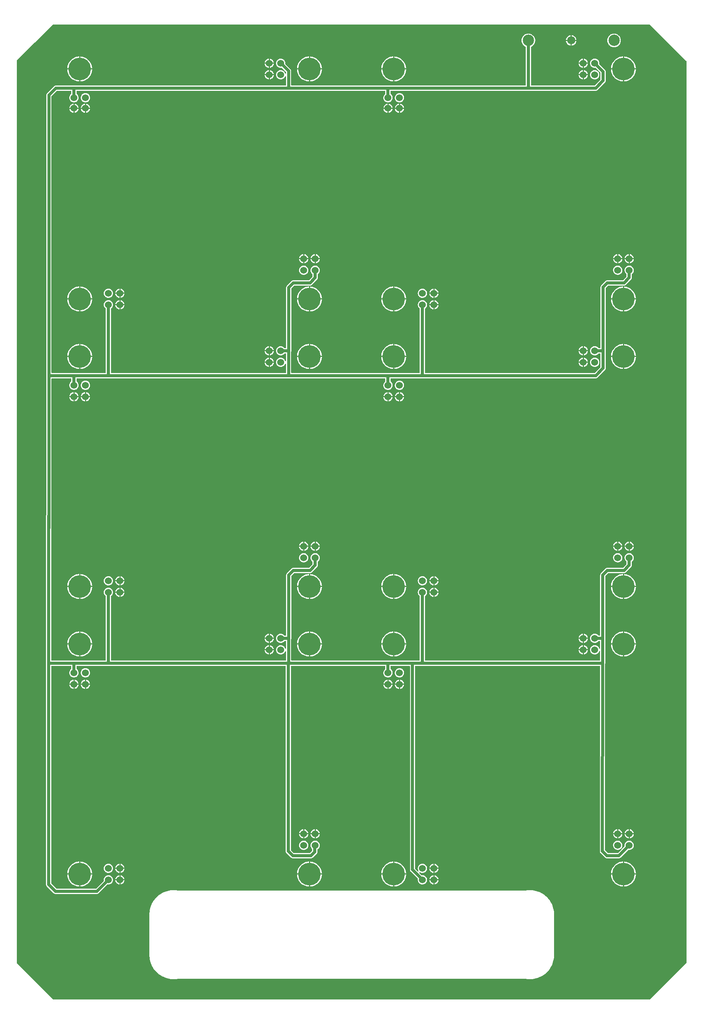
<source format=gtl>
G04 Layer: TopLayer*
G04 EasyEDA v6.5.22, 2023-04-02 16:29:49*
G04 1135aa0c46e14357a5d69858543a1a0d,5a6b42c53f6a479593ecc07194224c93,10*
G04 Gerber Generator version 0.2*
G04 Scale: 100 percent, Rotated: No, Reflected: No *
G04 Dimensions in millimeters *
G04 leading zeros omitted , absolute positions ,4 integer and 5 decimal *
%FSLAX45Y45*%
%MOMM*%

%ADD10C,0.6350*%
%ADD11C,5.0000*%
%ADD12C,1.5240*%
%ADD13C,2.5000*%
%ADD14C,1.8000*%
%ADD15C,0.0180*%

%LPD*%
G36*
X7380935Y25908D02*
G01*
X7377074Y26670D01*
X7373772Y28905D01*
X6569405Y833272D01*
X6567170Y836574D01*
X6566408Y840435D01*
X6566408Y20764347D01*
X6567220Y20768310D01*
X6569456Y20771612D01*
X7373620Y21561196D01*
X7376922Y21563330D01*
X7380731Y21564092D01*
X20559064Y21564092D01*
X20562925Y21563330D01*
X20566227Y21561094D01*
X21370594Y20756727D01*
X21372830Y20753425D01*
X21373592Y20749564D01*
X21373592Y840435D01*
X21372830Y836574D01*
X21370594Y833272D01*
X20566227Y28905D01*
X20562925Y26670D01*
X20559064Y25908D01*
G37*

%LPC*%
G36*
X18839078Y21221700D02*
G01*
X18941440Y21221700D01*
X18941338Y21223528D01*
X18938595Y21237803D01*
X18934125Y21251672D01*
X18927927Y21264829D01*
X18920104Y21277122D01*
X18910808Y21288349D01*
X18900241Y21298306D01*
X18888456Y21306840D01*
X18875705Y21313851D01*
X18862141Y21319236D01*
X18848070Y21322842D01*
X18839078Y21323960D01*
G37*
G36*
X18711265Y21221700D02*
G01*
X18813678Y21221700D01*
X18813678Y21323960D01*
X18804636Y21322842D01*
X18790564Y21319236D01*
X18777000Y21313851D01*
X18764250Y21306840D01*
X18752464Y21298306D01*
X18741898Y21288349D01*
X18732601Y21277122D01*
X18724778Y21264829D01*
X18718580Y21251672D01*
X18714110Y21237803D01*
X18711367Y21223528D01*
G37*
G36*
X7424470Y2360676D02*
G01*
X8338921Y2360676D01*
X8348827Y2361488D01*
X8358022Y2363825D01*
X8366759Y2367635D01*
X8374786Y2372918D01*
X8380323Y2377795D01*
X8570772Y2568244D01*
X8573363Y2570124D01*
X8576411Y2571089D01*
X8579662Y2571038D01*
X8582812Y2570530D01*
X8596426Y2570073D01*
X8609990Y2571445D01*
X8623249Y2574594D01*
X8636000Y2579522D01*
X8647938Y2586075D01*
X8658910Y2594152D01*
X8668715Y2603652D01*
X8677148Y2614320D01*
X8684107Y2626055D01*
X8689441Y2638602D01*
X8693048Y2651760D01*
X8694877Y2665272D01*
X8694877Y2678938D01*
X8693048Y2692450D01*
X8689441Y2705608D01*
X8684107Y2718155D01*
X8677148Y2729890D01*
X8668715Y2740558D01*
X8658910Y2750058D01*
X8647938Y2758135D01*
X8636000Y2764688D01*
X8623249Y2769616D01*
X8609990Y2772765D01*
X8596426Y2774137D01*
X8582812Y2773680D01*
X8569350Y2771394D01*
X8556294Y2767380D01*
X8543950Y2761640D01*
X8532469Y2754274D01*
X8522055Y2745486D01*
X8512911Y2735376D01*
X8505190Y2724150D01*
X8499043Y2711958D01*
X8494572Y2699054D01*
X8491829Y2685694D01*
X8490915Y2672130D01*
X8491982Y2657449D01*
X8491321Y2653182D01*
X8488984Y2649575D01*
X8318398Y2478989D01*
X8315147Y2476754D01*
X8311235Y2475992D01*
X7452258Y2475992D01*
X7448346Y2476754D01*
X7445095Y2478989D01*
X7333691Y2590393D01*
X7331456Y2593644D01*
X7330694Y2597556D01*
X7330592Y7387081D01*
X7331405Y7390993D01*
X7333589Y7394244D01*
X7336891Y7396480D01*
X7340752Y7397242D01*
X7763154Y7397242D01*
X7767066Y7396480D01*
X7770368Y7394244D01*
X7772552Y7390993D01*
X7773314Y7387081D01*
X7773314Y7333437D01*
X7772806Y7330186D01*
X7771282Y7327290D01*
X7757617Y7315047D01*
X7748828Y7304633D01*
X7741462Y7293152D01*
X7735722Y7280808D01*
X7731709Y7267752D01*
X7729423Y7254341D01*
X7728966Y7240676D01*
X7730337Y7227112D01*
X7733487Y7213853D01*
X7738414Y7201153D01*
X7744968Y7189165D01*
X7753045Y7178192D01*
X7762544Y7168388D01*
X7773212Y7159955D01*
X7784947Y7152995D01*
X7797495Y7147661D01*
X7810652Y7144054D01*
X7824165Y7142225D01*
X7837830Y7142225D01*
X7851343Y7144054D01*
X7864500Y7147661D01*
X7877048Y7152995D01*
X7888782Y7159955D01*
X7899501Y7168388D01*
X7908950Y7178192D01*
X7917027Y7189165D01*
X7923580Y7201153D01*
X7928508Y7213853D01*
X7931658Y7227112D01*
X7933029Y7240676D01*
X7932572Y7254341D01*
X7930286Y7267752D01*
X7926273Y7280808D01*
X7920532Y7293152D01*
X7913166Y7304633D01*
X7904378Y7315047D01*
X7890713Y7327290D01*
X7889189Y7330186D01*
X7888630Y7333437D01*
X7888630Y7387081D01*
X7889443Y7390993D01*
X7891627Y7394244D01*
X7894929Y7396480D01*
X7898790Y7397242D01*
X12505182Y7397242D01*
X12509093Y7396480D01*
X12512344Y7394244D01*
X12514580Y7390993D01*
X12515342Y7387081D01*
X12515342Y3302406D01*
X12516154Y3292500D01*
X12518491Y3283305D01*
X12522301Y3274567D01*
X12527584Y3266541D01*
X12532461Y3261004D01*
X12628727Y3164738D01*
X12636296Y3158337D01*
X12644475Y3153460D01*
X12653314Y3150006D01*
X12662763Y3148025D01*
X12670078Y3147568D01*
X13072719Y3147568D01*
X13082625Y3148380D01*
X13091820Y3150717D01*
X13100558Y3154527D01*
X13108584Y3159810D01*
X13114121Y3164687D01*
X13197687Y3248253D01*
X13204088Y3255822D01*
X13208965Y3264001D01*
X13212419Y3272840D01*
X13214400Y3282289D01*
X13214857Y3289604D01*
X13214857Y3339439D01*
X13215366Y3342640D01*
X13216890Y3345535D01*
X13219277Y3347821D01*
X13228269Y3353968D01*
X13238378Y3363112D01*
X13247166Y3373526D01*
X13254532Y3385058D01*
X13260273Y3397402D01*
X13264286Y3410458D01*
X13266572Y3423869D01*
X13267029Y3437534D01*
X13265657Y3451098D01*
X13262508Y3464356D01*
X13257580Y3477056D01*
X13251027Y3489045D01*
X13242950Y3500018D01*
X13233450Y3509822D01*
X13222782Y3518255D01*
X13211048Y3525215D01*
X13198500Y3530549D01*
X13185343Y3534156D01*
X13171830Y3535984D01*
X13158165Y3535984D01*
X13144652Y3534156D01*
X13131495Y3530549D01*
X13118947Y3525215D01*
X13107212Y3518255D01*
X13096544Y3509822D01*
X13087045Y3500018D01*
X13078968Y3489045D01*
X13072414Y3477056D01*
X13067487Y3464356D01*
X13064337Y3451098D01*
X13062965Y3437534D01*
X13063423Y3423869D01*
X13065709Y3410458D01*
X13069722Y3397402D01*
X13075462Y3385058D01*
X13082828Y3373526D01*
X13091617Y3363112D01*
X13096189Y3358997D01*
X13098678Y3355594D01*
X13099542Y3351479D01*
X13099542Y3317392D01*
X13098780Y3313480D01*
X13096544Y3310229D01*
X13052196Y3265881D01*
X13048945Y3263646D01*
X13045033Y3262884D01*
X12697866Y3262884D01*
X12693954Y3263646D01*
X12690703Y3265881D01*
X12633655Y3322929D01*
X12631420Y3326180D01*
X12630658Y3330092D01*
X12630658Y7387081D01*
X12631420Y7390993D01*
X12633655Y7394244D01*
X12636906Y7396480D01*
X12640818Y7397242D01*
X14707260Y7397242D01*
X14711172Y7396480D01*
X14714474Y7394244D01*
X14716658Y7390993D01*
X14717420Y7387081D01*
X14717420Y7333437D01*
X14716912Y7330186D01*
X14715388Y7327290D01*
X14701723Y7315047D01*
X14692934Y7304633D01*
X14685568Y7293152D01*
X14679828Y7280808D01*
X14675815Y7267752D01*
X14673529Y7254341D01*
X14673072Y7240676D01*
X14674443Y7227112D01*
X14677593Y7213853D01*
X14682520Y7201153D01*
X14689074Y7189165D01*
X14697151Y7178192D01*
X14706600Y7168388D01*
X14717318Y7159955D01*
X14729053Y7152995D01*
X14741601Y7147661D01*
X14754758Y7144054D01*
X14768271Y7142225D01*
X14781936Y7142225D01*
X14795449Y7144054D01*
X14808606Y7147661D01*
X14821154Y7152995D01*
X14832888Y7159955D01*
X14843556Y7168388D01*
X14853056Y7178192D01*
X14861133Y7189165D01*
X14867686Y7201153D01*
X14872614Y7213853D01*
X14875763Y7227112D01*
X14877135Y7240676D01*
X14876678Y7254341D01*
X14874392Y7267752D01*
X14870379Y7280808D01*
X14864638Y7293152D01*
X14857272Y7304633D01*
X14848484Y7315047D01*
X14834819Y7327290D01*
X14833295Y7330186D01*
X14832736Y7333437D01*
X14832736Y7387081D01*
X14833549Y7390993D01*
X14835733Y7394244D01*
X14839035Y7396480D01*
X14842896Y7397242D01*
X15249702Y7397242D01*
X15253563Y7396480D01*
X15256865Y7394244D01*
X15259050Y7390993D01*
X15259862Y7387081D01*
X15259862Y2896006D01*
X15260675Y2886100D01*
X15263012Y2876905D01*
X15266822Y2868168D01*
X15272105Y2860141D01*
X15276931Y2854604D01*
X15433751Y2697784D01*
X15435681Y2695092D01*
X15436646Y2691942D01*
X15436545Y2688590D01*
X15435935Y2685694D01*
X15435021Y2672080D01*
X15435935Y2658516D01*
X15438628Y2645156D01*
X15443149Y2632252D01*
X15449296Y2620060D01*
X15457017Y2608834D01*
X15466161Y2598724D01*
X15476575Y2589936D01*
X15488056Y2582570D01*
X15500400Y2576830D01*
X15513456Y2572816D01*
X15526867Y2570530D01*
X15540532Y2570073D01*
X15554096Y2571445D01*
X15567355Y2574594D01*
X15580055Y2579522D01*
X15592044Y2586075D01*
X15603016Y2594152D01*
X15612821Y2603652D01*
X15621254Y2614320D01*
X15628213Y2626055D01*
X15633547Y2638602D01*
X15637154Y2651760D01*
X15638983Y2665272D01*
X15638983Y2678938D01*
X15637154Y2692450D01*
X15633547Y2705608D01*
X15628213Y2718155D01*
X15621254Y2729890D01*
X15612821Y2740558D01*
X15603016Y2750058D01*
X15592044Y2758135D01*
X15580055Y2764688D01*
X15567355Y2769616D01*
X15554096Y2772765D01*
X15540532Y2774137D01*
X15525699Y2773578D01*
X15521584Y2774238D01*
X15518130Y2776524D01*
X15470987Y2823616D01*
X15468701Y2827172D01*
X15468041Y2831338D01*
X15469107Y2835402D01*
X15471749Y2838704D01*
X15475508Y2840634D01*
X15479725Y2840888D01*
X15483636Y2839364D01*
X15488056Y2836570D01*
X15500400Y2830830D01*
X15513456Y2826816D01*
X15526867Y2824530D01*
X15540532Y2824073D01*
X15554096Y2825445D01*
X15567355Y2828594D01*
X15580055Y2833522D01*
X15592044Y2840075D01*
X15603016Y2848152D01*
X15612821Y2857652D01*
X15621254Y2868320D01*
X15628213Y2880055D01*
X15633547Y2892602D01*
X15637154Y2905760D01*
X15638983Y2919272D01*
X15638983Y2932938D01*
X15637154Y2946450D01*
X15633547Y2959608D01*
X15628213Y2972155D01*
X15621254Y2983890D01*
X15612821Y2994558D01*
X15603016Y3004058D01*
X15592044Y3012135D01*
X15580055Y3018688D01*
X15567355Y3023616D01*
X15554096Y3026765D01*
X15540532Y3028137D01*
X15526867Y3027680D01*
X15513456Y3025394D01*
X15500400Y3021380D01*
X15488056Y3015640D01*
X15476575Y3008274D01*
X15466161Y2999486D01*
X15457017Y2989376D01*
X15449296Y2978150D01*
X15443149Y2965958D01*
X15438628Y2953054D01*
X15435935Y2939694D01*
X15435021Y2926080D01*
X15435935Y2912516D01*
X15438628Y2899156D01*
X15443149Y2886252D01*
X15449296Y2874060D01*
X15451378Y2869438D01*
X15451226Y2865170D01*
X15449346Y2861360D01*
X15446095Y2858617D01*
X15441980Y2857500D01*
X15437764Y2858109D01*
X15434208Y2860446D01*
X15378125Y2916529D01*
X15375940Y2919780D01*
X15375178Y2923692D01*
X15375178Y7387081D01*
X15375940Y7390993D01*
X15378125Y7394244D01*
X15381427Y7396480D01*
X15385338Y7397242D01*
X19452031Y7397242D01*
X19455942Y7396480D01*
X19459244Y7394244D01*
X19461429Y7390942D01*
X19462191Y7387081D01*
X19459448Y3302457D01*
X19460260Y3292551D01*
X19462597Y3283305D01*
X19466407Y3274618D01*
X19471690Y3266541D01*
X19476567Y3261004D01*
X19572833Y3164738D01*
X19580402Y3158337D01*
X19588581Y3153460D01*
X19597420Y3150006D01*
X19606869Y3148025D01*
X19614184Y3147568D01*
X19879818Y3147568D01*
X19889724Y3148380D01*
X19898918Y3150717D01*
X19907656Y3154527D01*
X19915682Y3159810D01*
X19921220Y3164687D01*
X20086624Y3330092D01*
X20090231Y3332429D01*
X20094498Y3333038D01*
X20109129Y3332022D01*
X20122692Y3332937D01*
X20136053Y3335629D01*
X20148956Y3340100D01*
X20161148Y3346246D01*
X20172375Y3353968D01*
X20182484Y3363112D01*
X20191272Y3373526D01*
X20198638Y3385058D01*
X20204379Y3397402D01*
X20208392Y3410458D01*
X20210678Y3423869D01*
X20211135Y3437534D01*
X20209764Y3451098D01*
X20206614Y3464356D01*
X20201686Y3477056D01*
X20195133Y3489045D01*
X20187056Y3500018D01*
X20177556Y3509822D01*
X20166888Y3518255D01*
X20155154Y3525215D01*
X20142606Y3530549D01*
X20129449Y3534156D01*
X20115936Y3535984D01*
X20102271Y3535984D01*
X20088758Y3534156D01*
X20075601Y3530549D01*
X20063053Y3525215D01*
X20051318Y3518255D01*
X20040650Y3509822D01*
X20031151Y3500018D01*
X20023074Y3489045D01*
X20016520Y3477056D01*
X20011593Y3464356D01*
X20008443Y3451098D01*
X20007072Y3437534D01*
X20007529Y3423869D01*
X20008088Y3420668D01*
X20008088Y3417468D01*
X20007122Y3414369D01*
X20005243Y3411778D01*
X19946569Y3353104D01*
X19942860Y3350768D01*
X19938949Y3350260D01*
X19938492Y3346399D01*
X19936104Y3342640D01*
X19859294Y3265881D01*
X19856043Y3263646D01*
X19852132Y3262884D01*
X19641972Y3262884D01*
X19638060Y3263646D01*
X19634809Y3265881D01*
X19577761Y3322878D01*
X19575576Y3326180D01*
X19574764Y3330092D01*
X19577558Y7442352D01*
X19578015Y7445400D01*
X19578828Y7455306D01*
X19578828Y7983931D01*
X19579132Y7986471D01*
X19581723Y7996631D01*
X19582587Y8006537D01*
X19582587Y9375038D01*
X19583349Y9378899D01*
X19585533Y9382201D01*
X19647408Y9444075D01*
X19650710Y9446260D01*
X19654570Y9447022D01*
X19994372Y9447022D01*
X20004278Y9447885D01*
X20013523Y9450222D01*
X20022210Y9454032D01*
X20030287Y9459315D01*
X20035774Y9464141D01*
X20149566Y9577933D01*
X20156017Y9585502D01*
X20160894Y9593681D01*
X20164348Y9602571D01*
X20166330Y9611969D01*
X20166787Y9619335D01*
X20166787Y9694773D01*
X20167295Y9698024D01*
X20168819Y9700920D01*
X20182484Y9713112D01*
X20191272Y9723526D01*
X20198638Y9735058D01*
X20204379Y9747402D01*
X20208392Y9760458D01*
X20210678Y9773869D01*
X20211135Y9787534D01*
X20209764Y9801098D01*
X20206614Y9814356D01*
X20201686Y9827056D01*
X20195133Y9839045D01*
X20187056Y9850018D01*
X20177556Y9859822D01*
X20166888Y9868255D01*
X20155154Y9875215D01*
X20142606Y9880549D01*
X20129449Y9884156D01*
X20115936Y9885984D01*
X20102271Y9885984D01*
X20088758Y9884156D01*
X20075601Y9880549D01*
X20063053Y9875215D01*
X20051318Y9868255D01*
X20040650Y9859822D01*
X20031151Y9850018D01*
X20023074Y9839045D01*
X20016520Y9827056D01*
X20011593Y9814356D01*
X20008443Y9801098D01*
X20007072Y9787534D01*
X20007529Y9773869D01*
X20009815Y9760458D01*
X20013828Y9747402D01*
X20019568Y9735058D01*
X20026934Y9723526D01*
X20035723Y9713112D01*
X20049388Y9700920D01*
X20050912Y9698024D01*
X20051471Y9694773D01*
X20051471Y9647072D01*
X20050658Y9643211D01*
X20048474Y9639909D01*
X19973899Y9565335D01*
X19970597Y9563150D01*
X19966736Y9562338D01*
X19626935Y9562338D01*
X19617029Y9561525D01*
X19607784Y9559188D01*
X19599097Y9555378D01*
X19591020Y9550095D01*
X19585533Y9545269D01*
X19484441Y9444177D01*
X19477990Y9436608D01*
X19473113Y9428429D01*
X19469658Y9419539D01*
X19467677Y9410141D01*
X19467271Y9402775D01*
X19467271Y8073898D01*
X19466458Y8069986D01*
X19464274Y8066735D01*
X19460972Y8064500D01*
X19457111Y8063738D01*
X19436435Y8063738D01*
X19433184Y8064246D01*
X19430288Y8065770D01*
X19427240Y8069376D01*
X19418046Y8079486D01*
X19407632Y8088274D01*
X19396151Y8095640D01*
X19383806Y8101380D01*
X19370751Y8105394D01*
X19357340Y8107680D01*
X19343674Y8108137D01*
X19330111Y8106765D01*
X19316852Y8103616D01*
X19304152Y8098688D01*
X19292163Y8092135D01*
X19281190Y8084058D01*
X19271386Y8074558D01*
X19262953Y8063890D01*
X19255994Y8052155D01*
X19250660Y8039608D01*
X19247053Y8026450D01*
X19245224Y8012938D01*
X19245224Y7999272D01*
X19247053Y7985759D01*
X19250660Y7972602D01*
X19255994Y7960055D01*
X19262953Y7948320D01*
X19271386Y7937601D01*
X19281190Y7928152D01*
X19292163Y7920075D01*
X19304152Y7913522D01*
X19316852Y7908594D01*
X19330111Y7905445D01*
X19343674Y7904073D01*
X19357340Y7904530D01*
X19370751Y7906816D01*
X19383806Y7910830D01*
X19396151Y7916570D01*
X19407632Y7923936D01*
X19418046Y7932724D01*
X19430288Y7946390D01*
X19433184Y7947914D01*
X19436384Y7948422D01*
X19453352Y7948422D01*
X19457263Y7947659D01*
X19460514Y7945424D01*
X19462750Y7942173D01*
X19463512Y7938262D01*
X19463512Y7787589D01*
X19462699Y7783626D01*
X19460413Y7780274D01*
X19457009Y7778140D01*
X19452996Y7777429D01*
X19449084Y7778394D01*
X19445833Y7780781D01*
X19443750Y7784287D01*
X19441109Y7791958D01*
X19434911Y7804099D01*
X19427240Y7815376D01*
X19418046Y7825486D01*
X19407632Y7834274D01*
X19396151Y7841640D01*
X19383806Y7847380D01*
X19370751Y7851394D01*
X19357340Y7853680D01*
X19343674Y7854137D01*
X19330111Y7852765D01*
X19316852Y7849616D01*
X19304152Y7844688D01*
X19292163Y7838135D01*
X19281190Y7830058D01*
X19271386Y7820558D01*
X19262953Y7809890D01*
X19255994Y7798155D01*
X19250660Y7785608D01*
X19247053Y7772450D01*
X19245224Y7758938D01*
X19245224Y7745272D01*
X19247053Y7731759D01*
X19250660Y7718602D01*
X19255994Y7706055D01*
X19262953Y7694320D01*
X19271386Y7683601D01*
X19281190Y7674152D01*
X19292163Y7666075D01*
X19304152Y7659522D01*
X19316852Y7654594D01*
X19330111Y7651445D01*
X19343674Y7650073D01*
X19357340Y7650530D01*
X19370751Y7652816D01*
X19383806Y7656830D01*
X19396151Y7662570D01*
X19407632Y7669936D01*
X19418046Y7678724D01*
X19427240Y7688834D01*
X19434911Y7700060D01*
X19441109Y7712252D01*
X19443750Y7719923D01*
X19445833Y7723428D01*
X19449084Y7725816D01*
X19452996Y7726730D01*
X19457009Y7726070D01*
X19460413Y7723886D01*
X19462699Y7720584D01*
X19463512Y7716621D01*
X19463512Y7522718D01*
X19462750Y7518806D01*
X19460514Y7515555D01*
X19457263Y7513320D01*
X19453352Y7512558D01*
X15604947Y7512558D01*
X15601035Y7513320D01*
X15597733Y7515555D01*
X15595549Y7518806D01*
X15594787Y7522718D01*
X15594787Y8932926D01*
X15595244Y8936075D01*
X15596666Y8938869D01*
X15598901Y8941104D01*
X15603016Y8944152D01*
X15612821Y8953652D01*
X15621254Y8964320D01*
X15628213Y8976055D01*
X15633547Y8988602D01*
X15637154Y9001760D01*
X15638983Y9015272D01*
X15638983Y9028938D01*
X15637154Y9042450D01*
X15633547Y9055608D01*
X15628213Y9068155D01*
X15621254Y9079890D01*
X15612821Y9090558D01*
X15603016Y9100058D01*
X15592044Y9108135D01*
X15580055Y9114688D01*
X15567355Y9119616D01*
X15554096Y9122765D01*
X15540532Y9124137D01*
X15526867Y9123680D01*
X15513456Y9121394D01*
X15500400Y9117380D01*
X15488056Y9111640D01*
X15476575Y9104274D01*
X15466161Y9095486D01*
X15457017Y9085376D01*
X15449296Y9074150D01*
X15443149Y9061958D01*
X15438628Y9049054D01*
X15435935Y9035694D01*
X15435021Y9022080D01*
X15435935Y9008516D01*
X15438628Y8995156D01*
X15443149Y8982252D01*
X15449296Y8970060D01*
X15457017Y8958834D01*
X15466161Y8948724D01*
X15475864Y8940495D01*
X15478506Y8937040D01*
X15479471Y8932773D01*
X15479471Y7522718D01*
X15478658Y7518806D01*
X15476474Y7515555D01*
X15473172Y7513320D01*
X15469311Y7512558D01*
X12644882Y7512558D01*
X12640970Y7513320D01*
X12637719Y7515555D01*
X12635484Y7518806D01*
X12634722Y7522718D01*
X12634722Y7983931D01*
X12635026Y7986471D01*
X12637617Y7996631D01*
X12638481Y8006537D01*
X12638481Y9375038D01*
X12639243Y9378899D01*
X12641427Y9382201D01*
X12703302Y9444075D01*
X12706604Y9446260D01*
X12710464Y9447022D01*
X13050265Y9447022D01*
X13060171Y9447885D01*
X13069417Y9450222D01*
X13078104Y9454032D01*
X13086181Y9459315D01*
X13091668Y9464141D01*
X13205460Y9577933D01*
X13211911Y9585502D01*
X13216788Y9593681D01*
X13220242Y9602571D01*
X13222224Y9611969D01*
X13222681Y9619335D01*
X13222681Y9694773D01*
X13223189Y9698024D01*
X13224713Y9700920D01*
X13238378Y9713112D01*
X13247166Y9723526D01*
X13254532Y9735058D01*
X13260273Y9747402D01*
X13264286Y9760458D01*
X13266572Y9773869D01*
X13267029Y9787534D01*
X13265657Y9801098D01*
X13262508Y9814356D01*
X13257580Y9827056D01*
X13251027Y9839045D01*
X13242950Y9850018D01*
X13233450Y9859822D01*
X13222782Y9868255D01*
X13211048Y9875215D01*
X13198500Y9880549D01*
X13185343Y9884156D01*
X13171830Y9885984D01*
X13158165Y9885984D01*
X13144652Y9884156D01*
X13131495Y9880549D01*
X13118947Y9875215D01*
X13107212Y9868255D01*
X13096544Y9859822D01*
X13087045Y9850018D01*
X13078968Y9839045D01*
X13072414Y9827056D01*
X13067487Y9814356D01*
X13064337Y9801098D01*
X13062965Y9787534D01*
X13063423Y9773869D01*
X13065709Y9760458D01*
X13069722Y9747402D01*
X13075462Y9735058D01*
X13082828Y9723526D01*
X13091617Y9713112D01*
X13105282Y9700920D01*
X13106806Y9698024D01*
X13107365Y9694773D01*
X13107365Y9647072D01*
X13106552Y9643211D01*
X13104368Y9639909D01*
X13029793Y9565335D01*
X13026491Y9563150D01*
X13022630Y9562338D01*
X12682829Y9562338D01*
X12672923Y9561525D01*
X12663678Y9559188D01*
X12654991Y9555378D01*
X12646914Y9550095D01*
X12641427Y9545269D01*
X12540335Y9444177D01*
X12533884Y9436608D01*
X12529007Y9428429D01*
X12525552Y9419539D01*
X12523571Y9410141D01*
X12523165Y9402775D01*
X12523165Y8073898D01*
X12522352Y8069986D01*
X12520168Y8066735D01*
X12516866Y8064500D01*
X12513005Y8063738D01*
X12492329Y8063738D01*
X12489129Y8064246D01*
X12486233Y8065770D01*
X12473990Y8079486D01*
X12463576Y8088274D01*
X12452045Y8095640D01*
X12439700Y8101380D01*
X12426645Y8105394D01*
X12413234Y8107680D01*
X12399568Y8108137D01*
X12386005Y8106765D01*
X12372746Y8103616D01*
X12360046Y8098688D01*
X12348057Y8092135D01*
X12337084Y8084058D01*
X12327280Y8074558D01*
X12318847Y8063890D01*
X12311888Y8052155D01*
X12306554Y8039608D01*
X12302947Y8026450D01*
X12301118Y8012938D01*
X12301118Y7999272D01*
X12302947Y7985759D01*
X12306554Y7972602D01*
X12311888Y7960055D01*
X12318847Y7948320D01*
X12327280Y7937601D01*
X12337084Y7928152D01*
X12348057Y7920075D01*
X12360046Y7913522D01*
X12372746Y7908594D01*
X12386005Y7905445D01*
X12399568Y7904073D01*
X12413234Y7904530D01*
X12426645Y7906816D01*
X12439700Y7910830D01*
X12452045Y7916570D01*
X12463576Y7923936D01*
X12473990Y7932724D01*
X12486182Y7946390D01*
X12489078Y7947914D01*
X12492278Y7948422D01*
X12509246Y7948422D01*
X12513157Y7947659D01*
X12516408Y7945424D01*
X12518644Y7942173D01*
X12519406Y7938262D01*
X12519406Y7787640D01*
X12518593Y7783626D01*
X12516307Y7780324D01*
X12512903Y7778140D01*
X12508890Y7777480D01*
X12504978Y7778394D01*
X12501727Y7780781D01*
X12499644Y7784287D01*
X12497003Y7791958D01*
X12490856Y7804099D01*
X12483134Y7815376D01*
X12473990Y7825486D01*
X12463576Y7834274D01*
X12452045Y7841640D01*
X12439700Y7847380D01*
X12426645Y7851394D01*
X12413234Y7853680D01*
X12399568Y7854137D01*
X12386005Y7852765D01*
X12372746Y7849616D01*
X12360046Y7844688D01*
X12348057Y7838135D01*
X12337084Y7830058D01*
X12327280Y7820558D01*
X12318847Y7809890D01*
X12311888Y7798155D01*
X12306554Y7785608D01*
X12302947Y7772450D01*
X12301118Y7758938D01*
X12301118Y7745272D01*
X12302947Y7731759D01*
X12306554Y7718602D01*
X12311888Y7706055D01*
X12318847Y7694320D01*
X12327280Y7683601D01*
X12337084Y7674152D01*
X12348057Y7666075D01*
X12360046Y7659522D01*
X12372746Y7654594D01*
X12386005Y7651445D01*
X12399568Y7650073D01*
X12413234Y7650530D01*
X12426645Y7652816D01*
X12439700Y7656830D01*
X12452045Y7662570D01*
X12463576Y7669936D01*
X12473990Y7678724D01*
X12483134Y7688834D01*
X12490856Y7700060D01*
X12497003Y7712252D01*
X12499644Y7719923D01*
X12501727Y7723378D01*
X12504978Y7725816D01*
X12508890Y7726730D01*
X12512903Y7726070D01*
X12516307Y7723886D01*
X12518593Y7720533D01*
X12519406Y7716570D01*
X12519406Y7522718D01*
X12518644Y7518806D01*
X12516408Y7515555D01*
X12513157Y7513320D01*
X12509246Y7512558D01*
X8660841Y7512558D01*
X8656929Y7513320D01*
X8653627Y7515555D01*
X8651443Y7518806D01*
X8650681Y7522718D01*
X8650681Y8932926D01*
X8651138Y8936075D01*
X8652560Y8938869D01*
X8654796Y8941104D01*
X8658910Y8944152D01*
X8668715Y8953652D01*
X8677148Y8964320D01*
X8684107Y8976055D01*
X8689441Y8988602D01*
X8693048Y9001760D01*
X8694877Y9015272D01*
X8694877Y9028938D01*
X8693048Y9042450D01*
X8689441Y9055608D01*
X8684107Y9068155D01*
X8677148Y9079890D01*
X8668715Y9090558D01*
X8658910Y9100058D01*
X8647938Y9108135D01*
X8636000Y9114688D01*
X8623249Y9119616D01*
X8609990Y9122765D01*
X8596426Y9124137D01*
X8582812Y9123680D01*
X8569350Y9121394D01*
X8556294Y9117380D01*
X8543950Y9111640D01*
X8532469Y9104274D01*
X8522055Y9095486D01*
X8512911Y9085376D01*
X8505190Y9074150D01*
X8499043Y9061958D01*
X8494572Y9049054D01*
X8491829Y9035694D01*
X8490915Y9022080D01*
X8491829Y9008516D01*
X8494572Y8995156D01*
X8499043Y8982252D01*
X8505190Y8970060D01*
X8512911Y8958834D01*
X8522055Y8948724D01*
X8531758Y8940495D01*
X8534400Y8937040D01*
X8535365Y8932773D01*
X8535365Y7522718D01*
X8534552Y7518806D01*
X8532368Y7515555D01*
X8529066Y7513320D01*
X8525205Y7512558D01*
X7340752Y7512558D01*
X7336891Y7513320D01*
X7333589Y7515555D01*
X7331405Y7518806D01*
X7330592Y7522718D01*
X7334758Y13210082D01*
X7334351Y13215264D01*
X7334707Y13737082D01*
X7335469Y13740993D01*
X7337704Y13744244D01*
X7341006Y13746480D01*
X7344867Y13747242D01*
X7763154Y13747242D01*
X7767066Y13746480D01*
X7770368Y13744244D01*
X7772552Y13740993D01*
X7773314Y13737082D01*
X7773314Y13683437D01*
X7772806Y13680186D01*
X7771282Y13677290D01*
X7757617Y13665047D01*
X7748828Y13654633D01*
X7741462Y13643152D01*
X7735722Y13630808D01*
X7731709Y13617752D01*
X7729423Y13604341D01*
X7728966Y13590676D01*
X7730337Y13577112D01*
X7733487Y13563854D01*
X7738414Y13551154D01*
X7744968Y13539165D01*
X7753045Y13528192D01*
X7762544Y13518388D01*
X7773212Y13509955D01*
X7784947Y13502995D01*
X7797495Y13497661D01*
X7810652Y13494054D01*
X7824165Y13492226D01*
X7837830Y13492226D01*
X7851343Y13494054D01*
X7864500Y13497661D01*
X7877048Y13502995D01*
X7888782Y13509955D01*
X7899501Y13518388D01*
X7908950Y13528192D01*
X7917027Y13539165D01*
X7923580Y13551154D01*
X7928508Y13563854D01*
X7931658Y13577112D01*
X7933029Y13590676D01*
X7932572Y13604341D01*
X7930286Y13617752D01*
X7926273Y13630808D01*
X7920532Y13643152D01*
X7913166Y13654633D01*
X7904378Y13665047D01*
X7890713Y13677290D01*
X7889189Y13680186D01*
X7888630Y13683437D01*
X7888630Y13737082D01*
X7889443Y13740993D01*
X7891627Y13744244D01*
X7894929Y13746480D01*
X7898790Y13747242D01*
X14707260Y13747242D01*
X14711172Y13746480D01*
X14714474Y13744244D01*
X14716658Y13740993D01*
X14717420Y13737082D01*
X14717420Y13683437D01*
X14716912Y13680186D01*
X14715388Y13677290D01*
X14701723Y13665047D01*
X14692934Y13654633D01*
X14685568Y13643152D01*
X14679828Y13630808D01*
X14675815Y13617752D01*
X14673529Y13604341D01*
X14673072Y13590676D01*
X14674443Y13577112D01*
X14677593Y13563854D01*
X14682520Y13551154D01*
X14689074Y13539165D01*
X14697151Y13528192D01*
X14706600Y13518388D01*
X14717318Y13509955D01*
X14729053Y13502995D01*
X14741601Y13497661D01*
X14754758Y13494054D01*
X14768271Y13492226D01*
X14781936Y13492226D01*
X14795449Y13494054D01*
X14808606Y13497661D01*
X14821154Y13502995D01*
X14832888Y13509955D01*
X14843556Y13518388D01*
X14853056Y13528192D01*
X14861133Y13539165D01*
X14867686Y13551154D01*
X14872614Y13563854D01*
X14875763Y13577112D01*
X14877135Y13590676D01*
X14876678Y13604341D01*
X14874392Y13617752D01*
X14870379Y13630808D01*
X14864638Y13643152D01*
X14857272Y13654633D01*
X14848484Y13665047D01*
X14834819Y13677290D01*
X14833295Y13680186D01*
X14832736Y13683437D01*
X14832736Y13737082D01*
X14833549Y13740993D01*
X14835733Y13744244D01*
X14839035Y13746480D01*
X14842896Y13747242D01*
X19367093Y13747242D01*
X19376999Y13748054D01*
X19386194Y13750391D01*
X19394932Y13754201D01*
X19402958Y13759484D01*
X19408495Y13764361D01*
X19573087Y13928953D01*
X19579488Y13936522D01*
X19584365Y13944701D01*
X19587819Y13953540D01*
X19589800Y13962989D01*
X19590258Y13970304D01*
X19590258Y15732607D01*
X19591020Y15736519D01*
X19593255Y15739770D01*
X19647509Y15794024D01*
X19650760Y15796260D01*
X19654672Y15797022D01*
X19994473Y15797022D01*
X20004379Y15797834D01*
X20013574Y15800171D01*
X20022312Y15803981D01*
X20030338Y15809264D01*
X20035875Y15814141D01*
X20149667Y15927933D01*
X20156068Y15935502D01*
X20160945Y15943681D01*
X20164399Y15952520D01*
X20166380Y15961969D01*
X20166838Y15969284D01*
X20166838Y16044824D01*
X20167346Y16048075D01*
X20168870Y16050971D01*
X20182484Y16063112D01*
X20191272Y16073526D01*
X20198638Y16085057D01*
X20204379Y16097402D01*
X20208392Y16110457D01*
X20210678Y16123869D01*
X20211135Y16137534D01*
X20209764Y16151098D01*
X20206614Y16164356D01*
X20201686Y16177056D01*
X20195133Y16189045D01*
X20187056Y16200018D01*
X20177607Y16209822D01*
X20166888Y16218255D01*
X20155154Y16225215D01*
X20142606Y16230549D01*
X20129449Y16234156D01*
X20115936Y16235984D01*
X20102271Y16235984D01*
X20088758Y16234156D01*
X20075601Y16230549D01*
X20063053Y16225215D01*
X20051318Y16218255D01*
X20040650Y16209822D01*
X20031151Y16200018D01*
X20023074Y16189045D01*
X20016520Y16177056D01*
X20011593Y16164356D01*
X20008443Y16151098D01*
X20007072Y16137534D01*
X20007529Y16123869D01*
X20009815Y16110457D01*
X20013828Y16097402D01*
X20019568Y16085057D01*
X20026934Y16073526D01*
X20035723Y16063112D01*
X20049490Y16050869D01*
X20051014Y16047974D01*
X20051522Y16044722D01*
X20051522Y15997072D01*
X20050760Y15993160D01*
X20048524Y15989909D01*
X19973950Y15915335D01*
X19970699Y15913100D01*
X19966787Y15912338D01*
X19626986Y15912338D01*
X19617080Y15911525D01*
X19607885Y15909188D01*
X19599148Y15905378D01*
X19591121Y15900095D01*
X19585584Y15895218D01*
X19492112Y15801746D01*
X19485711Y15794177D01*
X19480834Y15785998D01*
X19477380Y15777159D01*
X19475399Y15767710D01*
X19474942Y15760395D01*
X19474942Y14423898D01*
X19474180Y14419986D01*
X19471944Y14416735D01*
X19468693Y14414500D01*
X19464782Y14413738D01*
X19436435Y14413738D01*
X19433184Y14414246D01*
X19430288Y14415769D01*
X19427240Y14419376D01*
X19418046Y14429486D01*
X19407632Y14438274D01*
X19396151Y14445640D01*
X19383806Y14451380D01*
X19370751Y14455394D01*
X19357340Y14457680D01*
X19343674Y14458137D01*
X19330111Y14456765D01*
X19316852Y14453616D01*
X19304152Y14448688D01*
X19292163Y14442135D01*
X19281190Y14434057D01*
X19271386Y14424558D01*
X19262953Y14413890D01*
X19255994Y14402155D01*
X19250660Y14389607D01*
X19247053Y14376450D01*
X19245224Y14362938D01*
X19245224Y14349272D01*
X19247053Y14335760D01*
X19250660Y14322602D01*
X19255994Y14310055D01*
X19262953Y14298320D01*
X19271386Y14287601D01*
X19281190Y14278152D01*
X19292163Y14270075D01*
X19304152Y14263522D01*
X19316852Y14258594D01*
X19330111Y14255445D01*
X19343674Y14254073D01*
X19357340Y14254530D01*
X19370751Y14256816D01*
X19383806Y14260830D01*
X19396151Y14266570D01*
X19407632Y14273936D01*
X19418046Y14282724D01*
X19430288Y14296390D01*
X19433184Y14297913D01*
X19436384Y14298422D01*
X19464782Y14298422D01*
X19468693Y14297660D01*
X19471944Y14295424D01*
X19474180Y14292173D01*
X19474942Y14288262D01*
X19474942Y13998092D01*
X19474180Y13994180D01*
X19471944Y13990929D01*
X19346570Y13865555D01*
X19343319Y13863319D01*
X19339407Y13862557D01*
X15604947Y13862557D01*
X15601035Y13863319D01*
X15597733Y13865555D01*
X15595549Y13868806D01*
X15594787Y13872718D01*
X15594787Y15282926D01*
X15595244Y15286075D01*
X15596666Y15288869D01*
X15598901Y15291104D01*
X15603016Y15294152D01*
X15612821Y15303652D01*
X15621254Y15314320D01*
X15628213Y15326055D01*
X15633547Y15338602D01*
X15637154Y15351760D01*
X15638983Y15365272D01*
X15638983Y15378938D01*
X15637154Y15392450D01*
X15633547Y15405607D01*
X15628213Y15418155D01*
X15621254Y15429890D01*
X15612821Y15440558D01*
X15603016Y15450057D01*
X15592044Y15458135D01*
X15580055Y15464688D01*
X15567355Y15469616D01*
X15554096Y15472765D01*
X15540532Y15474137D01*
X15526867Y15473680D01*
X15513456Y15471394D01*
X15500400Y15467380D01*
X15488056Y15461640D01*
X15476575Y15454274D01*
X15466161Y15445486D01*
X15457017Y15435376D01*
X15449296Y15424150D01*
X15443149Y15411957D01*
X15438628Y15399054D01*
X15435935Y15385694D01*
X15435021Y15372080D01*
X15435935Y15358516D01*
X15438628Y15345156D01*
X15443149Y15332252D01*
X15449296Y15320060D01*
X15457017Y15308834D01*
X15466161Y15298724D01*
X15475864Y15290495D01*
X15478506Y15287040D01*
X15479471Y15282773D01*
X15479471Y13872718D01*
X15478658Y13868806D01*
X15476474Y13865555D01*
X15473172Y13863319D01*
X15469311Y13862557D01*
X12644882Y13862557D01*
X12640970Y13863319D01*
X12637719Y13865555D01*
X12635484Y13868806D01*
X12634722Y13872718D01*
X12634722Y14333931D01*
X12635026Y14336471D01*
X12637617Y14346631D01*
X12638481Y14356537D01*
X12638481Y15725038D01*
X12639243Y15728899D01*
X12641427Y15732201D01*
X12703302Y15794075D01*
X12706604Y15796260D01*
X12710464Y15797022D01*
X13050265Y15797022D01*
X13060171Y15797885D01*
X13069417Y15800222D01*
X13078104Y15804032D01*
X13086181Y15809315D01*
X13091668Y15814141D01*
X13205460Y15927933D01*
X13211911Y15935502D01*
X13216788Y15943681D01*
X13220242Y15952571D01*
X13222224Y15961969D01*
X13222681Y15969335D01*
X13222681Y16044773D01*
X13223189Y16048024D01*
X13224713Y16050920D01*
X13238378Y16063112D01*
X13247217Y16073526D01*
X13254532Y16085057D01*
X13260273Y16097402D01*
X13264337Y16110457D01*
X13266572Y16123869D01*
X13267029Y16137534D01*
X13265657Y16151098D01*
X13262508Y16164356D01*
X13257631Y16177056D01*
X13251078Y16189045D01*
X13242950Y16200018D01*
X13233501Y16209822D01*
X13222782Y16218255D01*
X13211048Y16225215D01*
X13198500Y16230549D01*
X13185343Y16234156D01*
X13171830Y16235984D01*
X13158165Y16235984D01*
X13144652Y16234156D01*
X13131546Y16230549D01*
X13118947Y16225215D01*
X13107212Y16218255D01*
X13096544Y16209822D01*
X13087045Y16200018D01*
X13078968Y16189045D01*
X13072414Y16177056D01*
X13067487Y16164356D01*
X13064337Y16151098D01*
X13062965Y16137534D01*
X13063423Y16123869D01*
X13065709Y16110457D01*
X13069722Y16097402D01*
X13075462Y16085057D01*
X13082828Y16073526D01*
X13091617Y16063112D01*
X13105282Y16050920D01*
X13106806Y16048024D01*
X13107365Y16044773D01*
X13107365Y15997072D01*
X13106552Y15993211D01*
X13104368Y15989909D01*
X13029793Y15915335D01*
X13026491Y15913150D01*
X13022630Y15912338D01*
X12682829Y15912338D01*
X12672923Y15911525D01*
X12663678Y15909188D01*
X12654991Y15905378D01*
X12646914Y15900095D01*
X12641427Y15895269D01*
X12540335Y15794177D01*
X12533884Y15786607D01*
X12529007Y15778429D01*
X12525552Y15769539D01*
X12523571Y15760141D01*
X12523165Y15752775D01*
X12523165Y14423898D01*
X12522352Y14419986D01*
X12520168Y14416735D01*
X12516866Y14414500D01*
X12513005Y14413738D01*
X12492329Y14413738D01*
X12489129Y14414246D01*
X12486233Y14415769D01*
X12473990Y14429486D01*
X12463576Y14438274D01*
X12452045Y14445640D01*
X12439700Y14451380D01*
X12426645Y14455394D01*
X12413234Y14457680D01*
X12399568Y14458137D01*
X12386005Y14456765D01*
X12372746Y14453616D01*
X12360046Y14448688D01*
X12348057Y14442135D01*
X12337084Y14434057D01*
X12327280Y14424558D01*
X12318847Y14413890D01*
X12311888Y14402155D01*
X12306554Y14389607D01*
X12302947Y14376450D01*
X12301118Y14362938D01*
X12301118Y14349272D01*
X12302947Y14335760D01*
X12306554Y14322602D01*
X12311888Y14310055D01*
X12318847Y14298320D01*
X12327280Y14287601D01*
X12337084Y14278152D01*
X12348057Y14270075D01*
X12360046Y14263522D01*
X12372746Y14258594D01*
X12386005Y14255445D01*
X12399568Y14254073D01*
X12413234Y14254530D01*
X12426645Y14256816D01*
X12439700Y14260830D01*
X12452045Y14266570D01*
X12463576Y14273936D01*
X12473990Y14282724D01*
X12486182Y14296390D01*
X12489078Y14297913D01*
X12492278Y14298422D01*
X12509246Y14298422D01*
X12513157Y14297660D01*
X12516408Y14295424D01*
X12518644Y14292173D01*
X12519406Y14288262D01*
X12519406Y14137640D01*
X12518593Y14133626D01*
X12516307Y14130324D01*
X12512903Y14128140D01*
X12508890Y14127480D01*
X12504978Y14128394D01*
X12501727Y14130782D01*
X12499644Y14134287D01*
X12497003Y14141957D01*
X12490856Y14154099D01*
X12483134Y14165376D01*
X12473990Y14175486D01*
X12463576Y14184274D01*
X12452045Y14191640D01*
X12439700Y14197380D01*
X12426645Y14201394D01*
X12413234Y14203680D01*
X12399568Y14204137D01*
X12386005Y14202765D01*
X12372746Y14199616D01*
X12360046Y14194688D01*
X12348057Y14188135D01*
X12337084Y14180057D01*
X12327280Y14170558D01*
X12318847Y14159890D01*
X12311888Y14148155D01*
X12306554Y14135607D01*
X12302947Y14122450D01*
X12301118Y14108938D01*
X12301118Y14095272D01*
X12302947Y14081760D01*
X12306554Y14068602D01*
X12311888Y14056055D01*
X12318847Y14044320D01*
X12327280Y14033601D01*
X12337084Y14024152D01*
X12348057Y14016075D01*
X12360046Y14009522D01*
X12372746Y14004594D01*
X12386005Y14001445D01*
X12399568Y14000073D01*
X12413234Y14000530D01*
X12426645Y14002816D01*
X12439700Y14006830D01*
X12452045Y14012570D01*
X12463576Y14019936D01*
X12473990Y14028724D01*
X12483134Y14038834D01*
X12490856Y14050060D01*
X12497003Y14062252D01*
X12499644Y14069923D01*
X12501727Y14073378D01*
X12504978Y14075816D01*
X12508890Y14076730D01*
X12512903Y14076070D01*
X12516307Y14073886D01*
X12518593Y14070533D01*
X12519406Y14066570D01*
X12519406Y13872718D01*
X12518644Y13868806D01*
X12516408Y13865555D01*
X12513157Y13863319D01*
X12509246Y13862557D01*
X8660841Y13862557D01*
X8656929Y13863319D01*
X8653627Y13865555D01*
X8651443Y13868806D01*
X8650681Y13872718D01*
X8650681Y15282926D01*
X8651138Y15286075D01*
X8652560Y15288869D01*
X8654796Y15291104D01*
X8658910Y15294152D01*
X8668715Y15303652D01*
X8677148Y15314320D01*
X8684107Y15326055D01*
X8689441Y15338602D01*
X8693048Y15351760D01*
X8694877Y15365272D01*
X8694877Y15378938D01*
X8693048Y15392450D01*
X8689441Y15405607D01*
X8684107Y15418155D01*
X8677148Y15429890D01*
X8668715Y15440558D01*
X8658910Y15450057D01*
X8647938Y15458135D01*
X8636000Y15464688D01*
X8623249Y15469616D01*
X8609990Y15472765D01*
X8596426Y15474137D01*
X8582812Y15473680D01*
X8569350Y15471394D01*
X8556294Y15467380D01*
X8543950Y15461640D01*
X8532469Y15454274D01*
X8522055Y15445486D01*
X8512911Y15435376D01*
X8505190Y15424150D01*
X8499043Y15411957D01*
X8494572Y15399054D01*
X8491829Y15385694D01*
X8490915Y15372080D01*
X8491829Y15358516D01*
X8494572Y15345156D01*
X8499043Y15332252D01*
X8505190Y15320060D01*
X8512911Y15308834D01*
X8522055Y15298724D01*
X8531758Y15290495D01*
X8534400Y15287040D01*
X8535365Y15282773D01*
X8535365Y13872718D01*
X8534552Y13868806D01*
X8532368Y13865555D01*
X8529066Y13863319D01*
X8525205Y13862557D01*
X7344918Y13862557D01*
X7341006Y13863319D01*
X7337755Y13865555D01*
X7335520Y13868806D01*
X7334758Y13872718D01*
X7334758Y19974407D01*
X7335520Y19978319D01*
X7337755Y19981570D01*
X7450429Y20094244D01*
X7453680Y20096480D01*
X7457592Y20097242D01*
X7763205Y20097242D01*
X7767066Y20096480D01*
X7770368Y20094244D01*
X7772552Y20090993D01*
X7773365Y20087082D01*
X7773365Y20033437D01*
X7772806Y20030186D01*
X7771282Y20027290D01*
X7757617Y20015047D01*
X7748828Y20004633D01*
X7741462Y19993152D01*
X7735722Y19980808D01*
X7731709Y19967752D01*
X7729423Y19954341D01*
X7728966Y19940676D01*
X7730337Y19927112D01*
X7733487Y19913854D01*
X7738414Y19901154D01*
X7744968Y19889165D01*
X7753045Y19878192D01*
X7762544Y19868388D01*
X7773212Y19859955D01*
X7784947Y19852995D01*
X7797495Y19847661D01*
X7810652Y19844054D01*
X7824165Y19842226D01*
X7837830Y19842226D01*
X7851343Y19844054D01*
X7864500Y19847661D01*
X7877048Y19852995D01*
X7888782Y19859955D01*
X7899501Y19868388D01*
X7908950Y19878192D01*
X7917027Y19889165D01*
X7923580Y19901154D01*
X7928508Y19913854D01*
X7931658Y19927112D01*
X7933029Y19940676D01*
X7932572Y19954341D01*
X7930286Y19967752D01*
X7926273Y19980808D01*
X7920532Y19993152D01*
X7913166Y20004633D01*
X7904378Y20015047D01*
X7890713Y20027290D01*
X7889189Y20030186D01*
X7888681Y20033437D01*
X7888681Y20087082D01*
X7889443Y20090993D01*
X7891627Y20094244D01*
X7894929Y20096480D01*
X7898841Y20097242D01*
X14707260Y20097242D01*
X14711172Y20096480D01*
X14714474Y20094244D01*
X14716658Y20090993D01*
X14717420Y20087082D01*
X14717420Y20033437D01*
X14716912Y20030186D01*
X14715388Y20027290D01*
X14701723Y20015047D01*
X14692934Y20004633D01*
X14685568Y19993152D01*
X14679828Y19980808D01*
X14675815Y19967752D01*
X14673529Y19954341D01*
X14673072Y19940676D01*
X14674443Y19927112D01*
X14677593Y19913854D01*
X14682520Y19901154D01*
X14689074Y19889165D01*
X14697151Y19878192D01*
X14706600Y19868388D01*
X14717318Y19859955D01*
X14729053Y19852995D01*
X14741601Y19847661D01*
X14754758Y19844054D01*
X14768271Y19842226D01*
X14781936Y19842226D01*
X14795449Y19844054D01*
X14808606Y19847661D01*
X14821154Y19852995D01*
X14832888Y19859955D01*
X14843556Y19868388D01*
X14853056Y19878192D01*
X14861133Y19889165D01*
X14867686Y19901154D01*
X14872614Y19913854D01*
X14875763Y19927112D01*
X14877135Y19940676D01*
X14876678Y19954341D01*
X14874392Y19967752D01*
X14870379Y19980808D01*
X14864638Y19993152D01*
X14857272Y20004633D01*
X14848484Y20015047D01*
X14834819Y20027290D01*
X14833295Y20030186D01*
X14832736Y20033437D01*
X14832736Y20087082D01*
X14833549Y20090993D01*
X14835733Y20094244D01*
X14839035Y20096480D01*
X14842896Y20097242D01*
X19367093Y20097242D01*
X19376999Y20098054D01*
X19386194Y20100391D01*
X19394932Y20104201D01*
X19402958Y20109484D01*
X19408495Y20114361D01*
X19573087Y20278953D01*
X19579488Y20286522D01*
X19584365Y20294701D01*
X19587819Y20303540D01*
X19589800Y20312989D01*
X19590258Y20320304D01*
X19590258Y20520152D01*
X19589445Y20530058D01*
X19587108Y20539252D01*
X19583298Y20547990D01*
X19578015Y20556016D01*
X19573138Y20561554D01*
X19451066Y20683626D01*
X19448729Y20687233D01*
X19448119Y20691500D01*
X19449135Y20706130D01*
X19448221Y20719694D01*
X19445528Y20733054D01*
X19441058Y20745958D01*
X19434911Y20758099D01*
X19427190Y20769376D01*
X19418046Y20779486D01*
X19407632Y20788274D01*
X19396100Y20795640D01*
X19383756Y20801380D01*
X19370700Y20805394D01*
X19357289Y20807680D01*
X19343624Y20808137D01*
X19330060Y20806765D01*
X19316801Y20803616D01*
X19304101Y20798688D01*
X19292112Y20792135D01*
X19281140Y20784058D01*
X19271335Y20774558D01*
X19262902Y20763890D01*
X19255943Y20752155D01*
X19250609Y20739608D01*
X19247002Y20726450D01*
X19245224Y20712938D01*
X19245224Y20699272D01*
X19247002Y20685760D01*
X19250609Y20672602D01*
X19255943Y20660055D01*
X19262902Y20648320D01*
X19271335Y20637601D01*
X19281140Y20628152D01*
X19292112Y20620075D01*
X19304101Y20613522D01*
X19316801Y20608594D01*
X19330060Y20605445D01*
X19343624Y20604073D01*
X19357289Y20604530D01*
X19360489Y20605089D01*
X19363740Y20605089D01*
X19366788Y20604124D01*
X19369379Y20602244D01*
X19427799Y20543824D01*
X19430187Y20540116D01*
X19430796Y20535595D01*
X19435216Y20535036D01*
X19438975Y20532648D01*
X19471944Y20499628D01*
X19474180Y20496377D01*
X19474942Y20492466D01*
X19474942Y20348092D01*
X19474180Y20344180D01*
X19471944Y20340929D01*
X19346570Y20215555D01*
X19343319Y20213320D01*
X19339407Y20212558D01*
X17946624Y20212558D01*
X17942712Y20213320D01*
X17939461Y20215555D01*
X17937226Y20218806D01*
X17936464Y20222718D01*
X17936464Y21063000D01*
X17937226Y21066912D01*
X17939461Y21070214D01*
X17942712Y21072398D01*
X17944287Y21073059D01*
X17959070Y21081238D01*
X17972887Y21091042D01*
X17985486Y21102320D01*
X17996763Y21114918D01*
X18006568Y21128736D01*
X18014746Y21143518D01*
X18021249Y21159165D01*
X18025922Y21175421D01*
X18028767Y21192083D01*
X18029682Y21209000D01*
X18028767Y21225916D01*
X18025922Y21242578D01*
X18021249Y21258834D01*
X18014746Y21274481D01*
X18006568Y21289264D01*
X17996763Y21303081D01*
X17985486Y21315680D01*
X17972887Y21326957D01*
X17959070Y21336762D01*
X17944287Y21344940D01*
X17928640Y21351443D01*
X17912384Y21356116D01*
X17895722Y21358961D01*
X17878806Y21359876D01*
X17861940Y21358961D01*
X17845227Y21356116D01*
X17828971Y21351443D01*
X17813324Y21344940D01*
X17798542Y21336762D01*
X17784724Y21326957D01*
X17772126Y21315680D01*
X17760848Y21303081D01*
X17751044Y21289264D01*
X17742865Y21274481D01*
X17736413Y21258834D01*
X17731689Y21242578D01*
X17728895Y21225916D01*
X17727930Y21209000D01*
X17728895Y21192083D01*
X17731689Y21175421D01*
X17736413Y21159165D01*
X17742865Y21143518D01*
X17751044Y21128736D01*
X17760848Y21114918D01*
X17772126Y21102320D01*
X17784724Y21091042D01*
X17798542Y21081238D01*
X17818150Y21070214D01*
X17820386Y21066912D01*
X17821148Y21063051D01*
X17821148Y20222718D01*
X17820386Y20218806D01*
X17818150Y20215555D01*
X17814899Y20213320D01*
X17810988Y20212558D01*
X12644932Y20212558D01*
X12641021Y20213320D01*
X12637719Y20215555D01*
X12635534Y20218806D01*
X12634772Y20222718D01*
X12634772Y20535493D01*
X12633909Y20545399D01*
X12631623Y20554594D01*
X12627762Y20563332D01*
X12622530Y20571358D01*
X12617653Y20576895D01*
X12507315Y20687233D01*
X12504978Y20690840D01*
X12504369Y20695107D01*
X12505080Y20706080D01*
X12504166Y20719694D01*
X12501473Y20733054D01*
X12497003Y20745958D01*
X12490856Y20758099D01*
X12483134Y20769376D01*
X12473990Y20779486D01*
X12463576Y20788274D01*
X12452045Y20795640D01*
X12439700Y20801380D01*
X12426645Y20805394D01*
X12413234Y20807680D01*
X12399568Y20808137D01*
X12386005Y20806765D01*
X12372746Y20803616D01*
X12360046Y20798688D01*
X12348057Y20792135D01*
X12337084Y20784058D01*
X12327280Y20774558D01*
X12318847Y20763890D01*
X12311888Y20752155D01*
X12306554Y20739608D01*
X12302947Y20726450D01*
X12301118Y20712938D01*
X12301118Y20699272D01*
X12302947Y20685760D01*
X12306554Y20672602D01*
X12311888Y20660055D01*
X12318847Y20648320D01*
X12327280Y20637601D01*
X12337084Y20628152D01*
X12348057Y20620075D01*
X12360046Y20613522D01*
X12372746Y20608594D01*
X12386005Y20605445D01*
X12399568Y20604073D01*
X12413234Y20604530D01*
X12419787Y20605648D01*
X12422987Y20605648D01*
X12426035Y20604683D01*
X12428626Y20602803D01*
X12516459Y20514970D01*
X12518644Y20511668D01*
X12519456Y20507807D01*
X12519456Y20487538D01*
X12518644Y20483576D01*
X12516358Y20480223D01*
X12512954Y20478038D01*
X12508941Y20477378D01*
X12504978Y20478292D01*
X12501727Y20480731D01*
X12499695Y20484185D01*
X12497003Y20491958D01*
X12490856Y20504099D01*
X12483134Y20515376D01*
X12473990Y20525486D01*
X12463576Y20534274D01*
X12452045Y20541640D01*
X12439700Y20547380D01*
X12426645Y20551394D01*
X12413234Y20553680D01*
X12399568Y20554137D01*
X12386005Y20552765D01*
X12372746Y20549616D01*
X12360046Y20544688D01*
X12348057Y20538135D01*
X12337084Y20530058D01*
X12327280Y20520558D01*
X12318847Y20509890D01*
X12311888Y20498155D01*
X12306554Y20485608D01*
X12302947Y20472450D01*
X12301118Y20458938D01*
X12301118Y20445272D01*
X12302947Y20431760D01*
X12306554Y20418602D01*
X12311888Y20406055D01*
X12318847Y20394320D01*
X12327280Y20383601D01*
X12337084Y20374152D01*
X12348057Y20366075D01*
X12360046Y20359522D01*
X12372746Y20354594D01*
X12386005Y20351445D01*
X12399568Y20350073D01*
X12413234Y20350530D01*
X12426645Y20352816D01*
X12439700Y20356830D01*
X12452045Y20362570D01*
X12463576Y20369936D01*
X12473990Y20378724D01*
X12483134Y20388834D01*
X12490856Y20400060D01*
X12497003Y20412252D01*
X12499695Y20420025D01*
X12501727Y20423479D01*
X12504978Y20425918D01*
X12508941Y20426832D01*
X12512954Y20426172D01*
X12516358Y20423987D01*
X12518644Y20420634D01*
X12519456Y20416672D01*
X12519456Y20222718D01*
X12518644Y20218806D01*
X12516459Y20215555D01*
X12513157Y20213320D01*
X12509296Y20212558D01*
X7429906Y20212558D01*
X7420000Y20211745D01*
X7410805Y20209408D01*
X7402068Y20205598D01*
X7394041Y20200315D01*
X7388504Y20195438D01*
X7236612Y20043546D01*
X7230211Y20035977D01*
X7225334Y20027798D01*
X7221880Y20018959D01*
X7219899Y20009510D01*
X7219442Y20002195D01*
X7219442Y13804900D01*
X7215276Y7586522D01*
X7215378Y2569870D01*
X7216190Y2559964D01*
X7218527Y2550769D01*
X7222337Y2542032D01*
X7227620Y2534005D01*
X7232497Y2528468D01*
X7383119Y2377846D01*
X7390688Y2371445D01*
X7398867Y2366568D01*
X7407706Y2363114D01*
X7417155Y2361133D01*
G37*
G36*
X18839078Y21094039D02*
G01*
X18848070Y21095157D01*
X18862141Y21098764D01*
X18875705Y21104148D01*
X18888456Y21111159D01*
X18900241Y21119693D01*
X18910808Y21129650D01*
X18920104Y21140877D01*
X18927927Y21153170D01*
X18934125Y21166328D01*
X18938595Y21180196D01*
X18941338Y21194471D01*
X18941440Y21196300D01*
X18839078Y21196300D01*
G37*
G36*
X18813678Y21094039D02*
G01*
X18813678Y21196300D01*
X18711265Y21196300D01*
X18711367Y21194471D01*
X18714110Y21180196D01*
X18718580Y21166328D01*
X18724778Y21153170D01*
X18732601Y21140877D01*
X18741898Y21129650D01*
X18752464Y21119693D01*
X18764250Y21111159D01*
X18777000Y21104148D01*
X18790564Y21098764D01*
X18804636Y21095157D01*
G37*
G36*
X14914778Y2523642D02*
G01*
X14919401Y2523744D01*
X14942413Y2526182D01*
X14965121Y2530500D01*
X14987371Y2536698D01*
X15009012Y2544775D01*
X15029942Y2554579D01*
X15049906Y2566162D01*
X15068905Y2579319D01*
X15086685Y2594051D01*
X15103195Y2610256D01*
X15118334Y2627731D01*
X15131897Y2646426D01*
X15143886Y2666187D01*
X15154148Y2686862D01*
X15162631Y2708351D01*
X15169337Y2730500D01*
X15174112Y2753106D01*
X15177007Y2776016D01*
X15177465Y2786380D01*
X14914778Y2786380D01*
G37*
G36*
X13050672Y2523642D02*
G01*
X13055295Y2523744D01*
X13078307Y2526182D01*
X13101015Y2530500D01*
X13123265Y2536698D01*
X13144906Y2544775D01*
X13165836Y2554579D01*
X13185851Y2566162D01*
X13204799Y2579319D01*
X13222630Y2594051D01*
X13239140Y2610256D01*
X13254228Y2627731D01*
X13267791Y2646426D01*
X13279780Y2666187D01*
X13290042Y2686862D01*
X13298525Y2708351D01*
X13305231Y2730500D01*
X13310006Y2753106D01*
X13312901Y2776016D01*
X13313359Y2786380D01*
X13050672Y2786380D01*
G37*
G36*
X7970672Y2523642D02*
G01*
X7975295Y2523744D01*
X7998307Y2526182D01*
X8021015Y2530500D01*
X8043265Y2536698D01*
X8064906Y2544775D01*
X8085836Y2554579D01*
X8105851Y2566162D01*
X8124799Y2579319D01*
X8142630Y2594051D01*
X8159140Y2610256D01*
X8174228Y2627731D01*
X8187791Y2646426D01*
X8199780Y2666187D01*
X8210042Y2686862D01*
X8218525Y2708351D01*
X8225231Y2730500D01*
X8230006Y2753106D01*
X8232902Y2776016D01*
X8233359Y2786380D01*
X7970672Y2786380D01*
G37*
G36*
X19994778Y2523642D02*
G01*
X19999401Y2523744D01*
X20022413Y2526182D01*
X20045121Y2530500D01*
X20067371Y2536698D01*
X20089012Y2544775D01*
X20109942Y2554579D01*
X20129906Y2566162D01*
X20148905Y2579319D01*
X20166685Y2594051D01*
X20183195Y2610256D01*
X20198334Y2627731D01*
X20211897Y2646426D01*
X20223886Y2666187D01*
X20234148Y2686862D01*
X20242631Y2708351D01*
X20249337Y2730500D01*
X20254112Y2753106D01*
X20257008Y2776016D01*
X20257465Y2786380D01*
X19994778Y2786380D01*
G37*
G36*
X7945272Y2523693D02*
G01*
X7945272Y2786380D01*
X7682433Y2786380D01*
X7684262Y2764536D01*
X7688122Y2741726D01*
X7693863Y2719374D01*
X7701483Y2697530D01*
X7710881Y2676448D01*
X7722006Y2656179D01*
X7734808Y2636926D01*
X7749133Y2618841D01*
X7764983Y2601976D01*
X7782153Y2586532D01*
X7800543Y2572562D01*
X7820050Y2560167D01*
X7840522Y2549448D01*
X7861808Y2540508D01*
X7883804Y2533345D01*
X7906308Y2528112D01*
X7929168Y2524709D01*
G37*
G36*
X19969378Y2523693D02*
G01*
X19969378Y2786380D01*
X19706539Y2786380D01*
X19708368Y2764536D01*
X19712228Y2741726D01*
X19717969Y2719374D01*
X19725589Y2697530D01*
X19734987Y2676448D01*
X19746112Y2656179D01*
X19758914Y2636926D01*
X19773239Y2618841D01*
X19789038Y2601976D01*
X19806208Y2586532D01*
X19824649Y2572562D01*
X19844156Y2560167D01*
X19864628Y2549448D01*
X19885914Y2540508D01*
X19907910Y2533345D01*
X19930414Y2528112D01*
X19953274Y2524709D01*
G37*
G36*
X14889378Y2523693D02*
G01*
X14889378Y2786380D01*
X14626539Y2786380D01*
X14628368Y2764536D01*
X14632228Y2741726D01*
X14637969Y2719374D01*
X14645589Y2697530D01*
X14654987Y2676448D01*
X14666112Y2656179D01*
X14678913Y2636926D01*
X14693239Y2618841D01*
X14709038Y2601976D01*
X14726208Y2586532D01*
X14744649Y2572562D01*
X14764156Y2560167D01*
X14784628Y2549448D01*
X14805913Y2540508D01*
X14827910Y2533345D01*
X14850414Y2528112D01*
X14873274Y2524709D01*
G37*
G36*
X13025272Y2523693D02*
G01*
X13025272Y2786380D01*
X12762433Y2786380D01*
X12764262Y2764536D01*
X12768122Y2741726D01*
X12773863Y2719374D01*
X12781483Y2697530D01*
X12790881Y2676448D01*
X12802006Y2656179D01*
X12814808Y2636926D01*
X12829133Y2618841D01*
X12844983Y2601976D01*
X12862153Y2586532D01*
X12880543Y2572562D01*
X12900050Y2560167D01*
X12920522Y2549448D01*
X12941808Y2540508D01*
X12963804Y2533345D01*
X12986308Y2528112D01*
X13009168Y2524709D01*
G37*
G36*
X19773900Y21058124D02*
G01*
X19790765Y21059038D01*
X19807478Y21061883D01*
X19823734Y21066556D01*
X19839381Y21073059D01*
X19854164Y21081238D01*
X19867981Y21091042D01*
X19880580Y21102320D01*
X19891857Y21114918D01*
X19901662Y21128736D01*
X19909840Y21143518D01*
X19916292Y21159165D01*
X19921016Y21175421D01*
X19923810Y21192083D01*
X19924776Y21209000D01*
X19923810Y21225916D01*
X19921016Y21242578D01*
X19916292Y21258834D01*
X19909840Y21274481D01*
X19901662Y21289264D01*
X19891857Y21303081D01*
X19880580Y21315680D01*
X19867981Y21326957D01*
X19854164Y21336762D01*
X19839381Y21344940D01*
X19823734Y21351443D01*
X19807478Y21356116D01*
X19790765Y21358961D01*
X19773900Y21359876D01*
X19756983Y21358961D01*
X19740321Y21356116D01*
X19724065Y21351443D01*
X19708418Y21344940D01*
X19693636Y21336762D01*
X19679818Y21326957D01*
X19667220Y21315680D01*
X19655942Y21303081D01*
X19646138Y21289264D01*
X19637959Y21274481D01*
X19631456Y21258834D01*
X19626783Y21242578D01*
X19623938Y21225916D01*
X19623024Y21209000D01*
X19623938Y21192083D01*
X19626783Y21175421D01*
X19631456Y21159165D01*
X19637959Y21143518D01*
X19646138Y21128736D01*
X19655942Y21114918D01*
X19667220Y21102320D01*
X19679818Y21091042D01*
X19693636Y21081238D01*
X19708418Y21073059D01*
X19724065Y21066556D01*
X19740321Y21061883D01*
X19756983Y21059038D01*
G37*
G36*
X19105778Y20718780D02*
G01*
X19194322Y20718780D01*
X19191579Y20733054D01*
X19187109Y20745958D01*
X19180911Y20758099D01*
X19173240Y20769376D01*
X19164046Y20779486D01*
X19153632Y20788274D01*
X19142151Y20795640D01*
X19129806Y20801380D01*
X19116751Y20805394D01*
X19105778Y20807273D01*
G37*
G36*
X8834323Y2570937D02*
G01*
X8834323Y2659380D01*
X8745778Y2659380D01*
X8748572Y2645156D01*
X8753043Y2632252D01*
X8759190Y2620060D01*
X8766911Y2608834D01*
X8776055Y2598724D01*
X8786469Y2589936D01*
X8797950Y2582570D01*
X8810294Y2576830D01*
X8823350Y2572816D01*
G37*
G36*
X15778429Y2570937D02*
G01*
X15778429Y2659380D01*
X15689884Y2659380D01*
X15692628Y2645156D01*
X15697149Y2632252D01*
X15703296Y2620060D01*
X15711017Y2608834D01*
X15720161Y2598724D01*
X15730575Y2589936D01*
X15742056Y2582570D01*
X15754400Y2576830D01*
X15767456Y2572816D01*
G37*
G36*
X15803829Y2570988D02*
G01*
X15808096Y2571445D01*
X15821355Y2574594D01*
X15834055Y2579522D01*
X15846044Y2586075D01*
X15857016Y2594152D01*
X15866821Y2603652D01*
X15875254Y2614320D01*
X15882213Y2626055D01*
X15887547Y2638602D01*
X15891154Y2651760D01*
X15892170Y2659380D01*
X15803829Y2659380D01*
G37*
G36*
X8859723Y2570988D02*
G01*
X8863990Y2571445D01*
X8877249Y2574594D01*
X8890000Y2579522D01*
X8901938Y2586075D01*
X8912910Y2594152D01*
X8922715Y2603652D01*
X8931148Y2614320D01*
X8938107Y2626055D01*
X8943441Y2638602D01*
X8947048Y2651760D01*
X8948064Y2659380D01*
X8859723Y2659380D01*
G37*
G36*
X15803829Y2684780D02*
G01*
X15892170Y2684780D01*
X15891154Y2692450D01*
X15887547Y2705608D01*
X15882213Y2718155D01*
X15875254Y2729890D01*
X15866821Y2740558D01*
X15857016Y2750058D01*
X15846044Y2758135D01*
X15834055Y2764688D01*
X15821355Y2769616D01*
X15808096Y2772765D01*
X15803829Y2773222D01*
G37*
G36*
X8859723Y2684780D02*
G01*
X8948064Y2684780D01*
X8947048Y2692450D01*
X8943441Y2705608D01*
X8938107Y2718155D01*
X8931148Y2729890D01*
X8922715Y2740558D01*
X8912910Y2750058D01*
X8901938Y2758135D01*
X8890000Y2764688D01*
X8877249Y2769616D01*
X8863990Y2772765D01*
X8859723Y2773222D01*
G37*
G36*
X15689884Y2684780D02*
G01*
X15778429Y2684780D01*
X15778429Y2773273D01*
X15767456Y2771394D01*
X15754400Y2767380D01*
X15742056Y2761640D01*
X15730575Y2754274D01*
X15720161Y2745486D01*
X15711017Y2735376D01*
X15703296Y2724150D01*
X15697149Y2711958D01*
X15692628Y2699054D01*
G37*
G36*
X8745778Y2684780D02*
G01*
X8834323Y2684780D01*
X8834323Y2773273D01*
X8823350Y2771394D01*
X8810294Y2767380D01*
X8797950Y2761640D01*
X8786469Y2754274D01*
X8776055Y2745486D01*
X8766911Y2735376D01*
X8759190Y2724150D01*
X8753043Y2711958D01*
X8748572Y2699054D01*
G37*
G36*
X12161723Y20718780D02*
G01*
X12250216Y20718780D01*
X12247473Y20733054D01*
X12243003Y20745958D01*
X12236856Y20758099D01*
X12229134Y20769376D01*
X12219990Y20779486D01*
X12209576Y20788274D01*
X12198045Y20795640D01*
X12185700Y20801380D01*
X12172645Y20805394D01*
X12161723Y20807273D01*
G37*
G36*
X19994778Y2811780D02*
G01*
X20257465Y2811780D01*
X20257008Y2822194D01*
X20254112Y2845104D01*
X20249337Y2867710D01*
X20242631Y2889808D01*
X20234148Y2911297D01*
X20223886Y2932023D01*
X20211897Y2951784D01*
X20198334Y2970479D01*
X20183195Y2987954D01*
X20166685Y3004108D01*
X20148905Y3018840D01*
X20129906Y3032048D01*
X20109942Y3043580D01*
X20089012Y3053435D01*
X20067371Y3061512D01*
X20045121Y3067710D01*
X20022413Y3072028D01*
X19999401Y3074466D01*
X19994778Y3074568D01*
G37*
G36*
X14914778Y2811780D02*
G01*
X15177465Y2811780D01*
X15177007Y2822194D01*
X15174112Y2845104D01*
X15169337Y2867710D01*
X15162631Y2889808D01*
X15154148Y2911297D01*
X15143886Y2932023D01*
X15131897Y2951784D01*
X15118334Y2970479D01*
X15103195Y2987954D01*
X15086685Y3004108D01*
X15068905Y3018840D01*
X15049906Y3032048D01*
X15029942Y3043580D01*
X15009012Y3053435D01*
X14987371Y3061512D01*
X14965121Y3067710D01*
X14942413Y3072028D01*
X14919401Y3074466D01*
X14914778Y3074568D01*
G37*
G36*
X7970672Y2811780D02*
G01*
X8233359Y2811780D01*
X8232902Y2822194D01*
X8230006Y2845104D01*
X8225231Y2867710D01*
X8218525Y2889808D01*
X8210042Y2911297D01*
X8199780Y2932023D01*
X8187791Y2951784D01*
X8174228Y2970479D01*
X8159140Y2987954D01*
X8142630Y3004108D01*
X8124799Y3018840D01*
X8105851Y3032048D01*
X8085836Y3043580D01*
X8064906Y3053435D01*
X8043265Y3061512D01*
X8021015Y3067710D01*
X7998307Y3072028D01*
X7975295Y3074466D01*
X7970672Y3074568D01*
G37*
G36*
X13050672Y2811780D02*
G01*
X13313359Y2811780D01*
X13312901Y2822194D01*
X13310006Y2845104D01*
X13305231Y2867710D01*
X13298525Y2889808D01*
X13290042Y2911297D01*
X13279780Y2932023D01*
X13267791Y2951784D01*
X13254228Y2970479D01*
X13239140Y2987954D01*
X13222630Y3004108D01*
X13204799Y3018840D01*
X13185851Y3032048D01*
X13165836Y3043580D01*
X13144906Y3053435D01*
X13123265Y3061512D01*
X13101015Y3067710D01*
X13078307Y3072028D01*
X13055295Y3074466D01*
X13050672Y3074568D01*
G37*
G36*
X12762433Y2811780D02*
G01*
X13025272Y2811780D01*
X13025272Y3074517D01*
X13009168Y3073501D01*
X12986308Y3070098D01*
X12963804Y3064814D01*
X12941808Y3057702D01*
X12920522Y3048762D01*
X12900050Y3038043D01*
X12880543Y3025648D01*
X12862153Y3011678D01*
X12844983Y2996234D01*
X12829133Y2979369D01*
X12814808Y2961284D01*
X12802006Y2942031D01*
X12790881Y2921762D01*
X12781483Y2900680D01*
X12773863Y2878836D01*
X12768122Y2856484D01*
X12764262Y2833674D01*
G37*
G36*
X14626539Y2811780D02*
G01*
X14889378Y2811780D01*
X14889378Y3074517D01*
X14873274Y3073501D01*
X14850414Y3070098D01*
X14827910Y3064814D01*
X14805913Y3057702D01*
X14784628Y3048762D01*
X14764156Y3038043D01*
X14744649Y3025648D01*
X14726208Y3011678D01*
X14709038Y2996234D01*
X14693239Y2979369D01*
X14678913Y2961284D01*
X14666112Y2942031D01*
X14654987Y2921762D01*
X14645589Y2900680D01*
X14637969Y2878836D01*
X14632228Y2856484D01*
X14628368Y2833674D01*
G37*
G36*
X7682433Y2811780D02*
G01*
X7945272Y2811780D01*
X7945272Y3074517D01*
X7929168Y3073501D01*
X7906308Y3070098D01*
X7883804Y3064814D01*
X7861808Y3057702D01*
X7840522Y3048762D01*
X7820050Y3038043D01*
X7800543Y3025648D01*
X7782153Y3011678D01*
X7764983Y2996234D01*
X7749133Y2979369D01*
X7734808Y2961284D01*
X7722006Y2942031D01*
X7710881Y2921762D01*
X7701483Y2900680D01*
X7693863Y2878836D01*
X7688122Y2856484D01*
X7684262Y2833674D01*
G37*
G36*
X19706539Y2811780D02*
G01*
X19969378Y2811780D01*
X19969378Y3074517D01*
X19953274Y3073501D01*
X19930414Y3070098D01*
X19907910Y3064814D01*
X19885914Y3057702D01*
X19864628Y3048762D01*
X19844156Y3038043D01*
X19824649Y3025648D01*
X19806208Y3011678D01*
X19789038Y2996234D01*
X19773239Y2979369D01*
X19758914Y2961284D01*
X19746112Y2942031D01*
X19734987Y2921762D01*
X19725589Y2900680D01*
X19717969Y2878836D01*
X19712228Y2856484D01*
X19708368Y2833674D01*
G37*
G36*
X8596426Y2824073D02*
G01*
X8609990Y2825445D01*
X8623249Y2828594D01*
X8636000Y2833522D01*
X8647938Y2840075D01*
X8658910Y2848152D01*
X8668715Y2857652D01*
X8677148Y2868320D01*
X8684107Y2880055D01*
X8689441Y2892602D01*
X8693048Y2905760D01*
X8694877Y2919272D01*
X8694877Y2932938D01*
X8693048Y2946450D01*
X8689441Y2959608D01*
X8684107Y2972155D01*
X8677148Y2983890D01*
X8668715Y2994558D01*
X8658910Y3004058D01*
X8647938Y3012135D01*
X8636000Y3018688D01*
X8623249Y3023616D01*
X8609990Y3026765D01*
X8596426Y3028137D01*
X8582812Y3027680D01*
X8569350Y3025394D01*
X8556294Y3021380D01*
X8543950Y3015640D01*
X8532469Y3008274D01*
X8522055Y2999486D01*
X8512911Y2989376D01*
X8505190Y2978150D01*
X8499043Y2965958D01*
X8494572Y2953054D01*
X8491829Y2939694D01*
X8490915Y2926080D01*
X8491829Y2912516D01*
X8494572Y2899156D01*
X8499043Y2886252D01*
X8505190Y2874060D01*
X8512911Y2862834D01*
X8522055Y2852724D01*
X8532469Y2843936D01*
X8543950Y2836570D01*
X8556294Y2830830D01*
X8569350Y2826816D01*
X8582812Y2824530D01*
G37*
G36*
X12047931Y20718780D02*
G01*
X12136323Y20718780D01*
X12136323Y20807172D01*
X12132005Y20806765D01*
X12118746Y20803616D01*
X12106046Y20798688D01*
X12094057Y20792135D01*
X12083084Y20784058D01*
X12073280Y20774558D01*
X12064847Y20763890D01*
X12057888Y20752155D01*
X12052554Y20739608D01*
X12048947Y20726450D01*
G37*
G36*
X8834323Y2824937D02*
G01*
X8834323Y2913380D01*
X8745778Y2913380D01*
X8748572Y2899156D01*
X8753043Y2886252D01*
X8759190Y2874060D01*
X8766911Y2862834D01*
X8776055Y2852724D01*
X8786469Y2843936D01*
X8797950Y2836570D01*
X8810294Y2830830D01*
X8823350Y2826816D01*
G37*
G36*
X15778429Y2824937D02*
G01*
X15778429Y2913380D01*
X15689884Y2913380D01*
X15692628Y2899156D01*
X15697149Y2886252D01*
X15703296Y2874060D01*
X15711017Y2862834D01*
X15720161Y2852724D01*
X15730575Y2843936D01*
X15742056Y2836570D01*
X15754400Y2830830D01*
X15767456Y2826816D01*
G37*
G36*
X15803829Y2824988D02*
G01*
X15808096Y2825445D01*
X15821355Y2828594D01*
X15834055Y2833522D01*
X15846044Y2840075D01*
X15857016Y2848152D01*
X15866821Y2857652D01*
X15875254Y2868320D01*
X15882213Y2880055D01*
X15887547Y2892602D01*
X15891154Y2905760D01*
X15892170Y2913380D01*
X15803829Y2913380D01*
G37*
G36*
X8859723Y2824988D02*
G01*
X8863990Y2825445D01*
X8877249Y2828594D01*
X8890000Y2833522D01*
X8901938Y2840075D01*
X8912910Y2848152D01*
X8922715Y2857652D01*
X8931148Y2868320D01*
X8938107Y2880055D01*
X8943441Y2892602D01*
X8947048Y2905760D01*
X8948064Y2913380D01*
X8859723Y2913380D01*
G37*
G36*
X18992037Y20718780D02*
G01*
X19080378Y20718780D01*
X19080378Y20807172D01*
X19076111Y20806765D01*
X19062852Y20803616D01*
X19050152Y20798688D01*
X19038163Y20792135D01*
X19027190Y20784058D01*
X19017386Y20774558D01*
X19008953Y20763890D01*
X19001994Y20752155D01*
X18996660Y20739608D01*
X18993053Y20726450D01*
G37*
G36*
X8859723Y2938780D02*
G01*
X8948064Y2938780D01*
X8947048Y2946450D01*
X8943441Y2959608D01*
X8938107Y2972155D01*
X8931148Y2983890D01*
X8922715Y2994558D01*
X8912910Y3004058D01*
X8901938Y3012135D01*
X8890000Y3018688D01*
X8877249Y3023616D01*
X8863990Y3026765D01*
X8859723Y3027222D01*
G37*
G36*
X15803829Y2938780D02*
G01*
X15892170Y2938780D01*
X15891154Y2946450D01*
X15887547Y2959608D01*
X15882213Y2972155D01*
X15875254Y2983890D01*
X15866821Y2994558D01*
X15857016Y3004058D01*
X15846044Y3012135D01*
X15834055Y3018688D01*
X15821355Y3023616D01*
X15808096Y3026765D01*
X15803829Y3027222D01*
G37*
G36*
X15689884Y2938780D02*
G01*
X15778429Y2938780D01*
X15778429Y3027273D01*
X15767456Y3025394D01*
X15754400Y3021380D01*
X15742056Y3015640D01*
X15730575Y3008274D01*
X15720161Y2999486D01*
X15711017Y2989376D01*
X15703296Y2978150D01*
X15697149Y2965958D01*
X15692628Y2953054D01*
G37*
G36*
X8745778Y2938780D02*
G01*
X8834323Y2938780D01*
X8834323Y3027273D01*
X8823350Y3025394D01*
X8810294Y3021380D01*
X8797950Y3015640D01*
X8786469Y3008274D01*
X8776055Y2999486D01*
X8766911Y2989376D01*
X8759190Y2978150D01*
X8753043Y2965958D01*
X8748572Y2953054D01*
G37*
G36*
X12136323Y20604988D02*
G01*
X12136323Y20693380D01*
X12047931Y20693380D01*
X12048947Y20685760D01*
X12052554Y20672602D01*
X12057888Y20660055D01*
X12064847Y20648320D01*
X12073280Y20637601D01*
X12083084Y20628152D01*
X12094057Y20620075D01*
X12106046Y20613522D01*
X12118746Y20608594D01*
X12132005Y20605445D01*
G37*
G36*
X19080378Y20604988D02*
G01*
X19080378Y20693380D01*
X18992037Y20693380D01*
X18993053Y20685760D01*
X18996660Y20672602D01*
X19001994Y20660055D01*
X19008953Y20648320D01*
X19017386Y20637601D01*
X19027190Y20628152D01*
X19038163Y20620075D01*
X19050152Y20613522D01*
X19062852Y20608594D01*
X19076111Y20605445D01*
G37*
G36*
X19105778Y20604937D02*
G01*
X19116751Y20606816D01*
X19129806Y20610830D01*
X19142151Y20616570D01*
X19153632Y20623936D01*
X19164046Y20632724D01*
X19173240Y20642834D01*
X19180911Y20654060D01*
X19187109Y20666252D01*
X19191579Y20679105D01*
X19194322Y20693380D01*
X19105778Y20693380D01*
G37*
G36*
X12161723Y20604937D02*
G01*
X12172645Y20606816D01*
X12185700Y20610830D01*
X12198045Y20616570D01*
X12209576Y20623936D01*
X12219990Y20632724D01*
X12229134Y20642834D01*
X12236856Y20654060D01*
X12243003Y20666252D01*
X12247473Y20679105D01*
X12250216Y20693380D01*
X12161723Y20693380D01*
G37*
G36*
X12911023Y3332022D02*
G01*
X12924637Y3332937D01*
X12937998Y3335629D01*
X12950850Y3340100D01*
X12963042Y3346246D01*
X12974269Y3353968D01*
X12984378Y3363112D01*
X12993217Y3373526D01*
X13000532Y3385058D01*
X13006273Y3397402D01*
X13010337Y3410458D01*
X13012572Y3423869D01*
X13013029Y3437534D01*
X13011658Y3451098D01*
X13008508Y3464356D01*
X13003631Y3477056D01*
X12997078Y3489045D01*
X12988950Y3500018D01*
X12979501Y3509822D01*
X12968782Y3518255D01*
X12957048Y3525215D01*
X12944500Y3530549D01*
X12931343Y3534156D01*
X12917830Y3535984D01*
X12904165Y3535984D01*
X12890652Y3534156D01*
X12877546Y3530549D01*
X12864947Y3525215D01*
X12853212Y3518255D01*
X12842544Y3509822D01*
X12833045Y3500018D01*
X12824968Y3489045D01*
X12818414Y3477056D01*
X12813487Y3464356D01*
X12810337Y3451098D01*
X12808966Y3437534D01*
X12809423Y3423869D01*
X12811709Y3410458D01*
X12815722Y3397402D01*
X12821462Y3385058D01*
X12828828Y3373526D01*
X12837617Y3363112D01*
X12847726Y3353968D01*
X12859004Y3346246D01*
X12871145Y3340100D01*
X12884048Y3335629D01*
X12897408Y3332937D01*
G37*
G36*
X19855129Y3332022D02*
G01*
X19868692Y3332937D01*
X19882053Y3335629D01*
X19894956Y3340100D01*
X19907148Y3346246D01*
X19918375Y3353968D01*
X19922083Y3357372D01*
X19925995Y3359556D01*
X19929449Y3359810D01*
X19929602Y3362960D01*
X19931634Y3366871D01*
X19937272Y3373526D01*
X19944638Y3385058D01*
X19950379Y3397402D01*
X19954392Y3410458D01*
X19956678Y3423869D01*
X19957135Y3437534D01*
X19955764Y3451098D01*
X19952614Y3464356D01*
X19947686Y3477056D01*
X19941133Y3489045D01*
X19933056Y3500018D01*
X19923556Y3509822D01*
X19912888Y3518255D01*
X19901154Y3525215D01*
X19888606Y3530549D01*
X19875449Y3534156D01*
X19861936Y3535984D01*
X19848271Y3535984D01*
X19834758Y3534156D01*
X19821601Y3530549D01*
X19809053Y3525215D01*
X19797318Y3518255D01*
X19786650Y3509822D01*
X19777151Y3500018D01*
X19769074Y3489045D01*
X19762520Y3477056D01*
X19757593Y3464356D01*
X19754443Y3451098D01*
X19753072Y3437534D01*
X19753529Y3423869D01*
X19755815Y3410458D01*
X19759828Y3397402D01*
X19765568Y3385058D01*
X19772934Y3373526D01*
X19781723Y3363112D01*
X19791832Y3353968D01*
X19803059Y3346246D01*
X19815251Y3340100D01*
X19828154Y3335629D01*
X19841514Y3332937D01*
G37*
G36*
X12762433Y20591780D02*
G01*
X13025272Y20591780D01*
X13025272Y20854517D01*
X13009168Y20853501D01*
X12986308Y20850098D01*
X12963804Y20844865D01*
X12941808Y20837702D01*
X12920522Y20828762D01*
X12900050Y20818043D01*
X12880543Y20805648D01*
X12862153Y20791678D01*
X12844932Y20776234D01*
X12829133Y20759369D01*
X12814808Y20741284D01*
X12802006Y20722031D01*
X12790881Y20701762D01*
X12781483Y20680680D01*
X12773863Y20658836D01*
X12768122Y20636484D01*
X12764262Y20613674D01*
G37*
G36*
X12923723Y3586886D02*
G01*
X12937947Y3589629D01*
X12950850Y3594100D01*
X12963042Y3600246D01*
X12974269Y3607968D01*
X12984378Y3617112D01*
X12993166Y3627526D01*
X13000532Y3639058D01*
X13006273Y3651402D01*
X13010286Y3664458D01*
X13012165Y3675379D01*
X12923723Y3675379D01*
G37*
G36*
X19842429Y3586886D02*
G01*
X19842429Y3675379D01*
X19753935Y3675379D01*
X19755815Y3664458D01*
X19759828Y3651402D01*
X19765568Y3639058D01*
X19772934Y3627526D01*
X19781723Y3617112D01*
X19791832Y3607968D01*
X19803059Y3600246D01*
X19815251Y3594100D01*
X19828154Y3589629D01*
G37*
G36*
X12898323Y3586886D02*
G01*
X12898323Y3675379D01*
X12809829Y3675379D01*
X12811709Y3664458D01*
X12815722Y3651402D01*
X12821462Y3639058D01*
X12828828Y3627526D01*
X12837617Y3617112D01*
X12847726Y3607968D01*
X12858953Y3600246D01*
X12871145Y3594100D01*
X12884048Y3589629D01*
G37*
G36*
X13177723Y3586886D02*
G01*
X13191947Y3589629D01*
X13204850Y3594100D01*
X13217042Y3600246D01*
X13228269Y3607968D01*
X13238378Y3617112D01*
X13247166Y3627526D01*
X13254532Y3639058D01*
X13260273Y3651402D01*
X13264286Y3664458D01*
X13266166Y3675379D01*
X13177723Y3675379D01*
G37*
G36*
X19867829Y3586886D02*
G01*
X19882053Y3589629D01*
X19894956Y3594100D01*
X19907148Y3600246D01*
X19918375Y3607968D01*
X19928484Y3617112D01*
X19937272Y3627526D01*
X19944638Y3639058D01*
X19950379Y3651402D01*
X19954392Y3664458D01*
X19956272Y3675379D01*
X19867829Y3675379D01*
G37*
G36*
X20096429Y3586886D02*
G01*
X20096429Y3675379D01*
X20007935Y3675379D01*
X20009815Y3664458D01*
X20013828Y3651402D01*
X20019568Y3639058D01*
X20026934Y3627526D01*
X20035723Y3617112D01*
X20045832Y3607968D01*
X20057059Y3600246D01*
X20069251Y3594100D01*
X20082154Y3589629D01*
G37*
G36*
X13152323Y3586886D02*
G01*
X13152323Y3675379D01*
X13063829Y3675379D01*
X13065709Y3664458D01*
X13069722Y3651402D01*
X13075462Y3639058D01*
X13082828Y3627526D01*
X13091617Y3617112D01*
X13101726Y3607968D01*
X13112953Y3600246D01*
X13125145Y3594100D01*
X13138048Y3589629D01*
G37*
G36*
X20121829Y3586886D02*
G01*
X20136053Y3589629D01*
X20148956Y3594100D01*
X20161148Y3600246D01*
X20172375Y3607968D01*
X20182484Y3617112D01*
X20191272Y3627526D01*
X20198638Y3639058D01*
X20204379Y3651402D01*
X20208392Y3664458D01*
X20210272Y3675379D01*
X20121829Y3675379D01*
G37*
G36*
X12923723Y3700779D02*
G01*
X13012115Y3700779D01*
X13011658Y3705098D01*
X13008508Y3718356D01*
X13003580Y3731056D01*
X12997027Y3743045D01*
X12988950Y3754018D01*
X12979450Y3763822D01*
X12968782Y3772255D01*
X12957048Y3779215D01*
X12944500Y3784549D01*
X12931343Y3788156D01*
X12923723Y3789172D01*
G37*
G36*
X19867829Y3700779D02*
G01*
X19956221Y3700779D01*
X19955764Y3705098D01*
X19952614Y3718356D01*
X19947686Y3731056D01*
X19941133Y3743045D01*
X19933056Y3754018D01*
X19923556Y3763822D01*
X19912888Y3772255D01*
X19901154Y3779215D01*
X19888606Y3784549D01*
X19875449Y3788156D01*
X19867829Y3789172D01*
G37*
G36*
X13177723Y3700779D02*
G01*
X13266115Y3700779D01*
X13265657Y3705098D01*
X13262508Y3718356D01*
X13257580Y3731056D01*
X13251027Y3743045D01*
X13242950Y3754018D01*
X13233450Y3763822D01*
X13222782Y3772255D01*
X13211048Y3779215D01*
X13198500Y3784549D01*
X13185343Y3788156D01*
X13177723Y3789172D01*
G37*
G36*
X20121829Y3700779D02*
G01*
X20210221Y3700779D01*
X20209764Y3705098D01*
X20206614Y3718356D01*
X20201686Y3731056D01*
X20195133Y3743045D01*
X20187056Y3754018D01*
X20177556Y3763822D01*
X20166888Y3772255D01*
X20155154Y3779215D01*
X20142606Y3784549D01*
X20129449Y3788156D01*
X20121829Y3789172D01*
G37*
G36*
X13063880Y3700779D02*
G01*
X13152323Y3700779D01*
X13152323Y3789172D01*
X13144652Y3788156D01*
X13131495Y3784549D01*
X13118947Y3779215D01*
X13107212Y3772255D01*
X13096544Y3763822D01*
X13087045Y3754018D01*
X13078968Y3743045D01*
X13072414Y3731056D01*
X13067487Y3718356D01*
X13064337Y3705098D01*
G37*
G36*
X20007986Y3700779D02*
G01*
X20096429Y3700779D01*
X20096429Y3789172D01*
X20088758Y3788156D01*
X20075601Y3784549D01*
X20063053Y3779215D01*
X20051318Y3772255D01*
X20040650Y3763822D01*
X20031151Y3754018D01*
X20023074Y3743045D01*
X20016520Y3731056D01*
X20011593Y3718356D01*
X20008443Y3705098D01*
G37*
G36*
X12809880Y3700779D02*
G01*
X12898323Y3700779D01*
X12898323Y3789172D01*
X12890652Y3788156D01*
X12877495Y3784549D01*
X12864947Y3779215D01*
X12853212Y3772255D01*
X12842544Y3763822D01*
X12833045Y3754018D01*
X12824968Y3743045D01*
X12818414Y3731056D01*
X12813487Y3718356D01*
X12810337Y3705098D01*
G37*
G36*
X19753986Y3700779D02*
G01*
X19842429Y3700779D01*
X19842429Y3789172D01*
X19834758Y3788156D01*
X19821601Y3784549D01*
X19809053Y3779215D01*
X19797318Y3772255D01*
X19786650Y3763822D01*
X19777151Y3754018D01*
X19769074Y3743045D01*
X19762520Y3731056D01*
X19757593Y3718356D01*
X19754443Y3705098D01*
G37*
G36*
X7818323Y6889038D02*
G01*
X7818323Y6977380D01*
X7729931Y6977380D01*
X7730337Y6973112D01*
X7733487Y6959853D01*
X7738414Y6947153D01*
X7744968Y6935165D01*
X7753045Y6924192D01*
X7762544Y6914388D01*
X7773212Y6905955D01*
X7784947Y6898995D01*
X7797495Y6893661D01*
X7810652Y6890054D01*
G37*
G36*
X8072323Y6889038D02*
G01*
X8072323Y6977380D01*
X7983931Y6977380D01*
X7984337Y6973112D01*
X7987487Y6959853D01*
X7992414Y6947153D01*
X7998968Y6935165D01*
X8007045Y6924192D01*
X8016544Y6914388D01*
X8027212Y6905955D01*
X8038947Y6898995D01*
X8051495Y6893661D01*
X8064652Y6890054D01*
G37*
G36*
X7843723Y6889038D02*
G01*
X7851343Y6890054D01*
X7864500Y6893661D01*
X7877048Y6898995D01*
X7888782Y6905955D01*
X7899501Y6914388D01*
X7908950Y6924192D01*
X7917027Y6935165D01*
X7923580Y6947153D01*
X7928508Y6959853D01*
X7931658Y6973112D01*
X7932115Y6977380D01*
X7843723Y6977380D01*
G37*
G36*
X15016378Y6889038D02*
G01*
X15016378Y6977380D01*
X14927986Y6977380D01*
X14928443Y6973112D01*
X14931593Y6959853D01*
X14936520Y6947153D01*
X14943074Y6935165D01*
X14951151Y6924192D01*
X14960600Y6914388D01*
X14971318Y6905955D01*
X14983053Y6898995D01*
X14995601Y6893661D01*
X15008758Y6890054D01*
G37*
G36*
X8097723Y6889038D02*
G01*
X8105343Y6890054D01*
X8118500Y6893661D01*
X8131048Y6898995D01*
X8142782Y6905955D01*
X8153501Y6914388D01*
X8162950Y6924192D01*
X8171027Y6935165D01*
X8177580Y6947153D01*
X8182508Y6959853D01*
X8185658Y6973112D01*
X8186115Y6977380D01*
X8097723Y6977380D01*
G37*
G36*
X14762378Y6889038D02*
G01*
X14762378Y6977380D01*
X14673986Y6977380D01*
X14674443Y6973112D01*
X14677593Y6959853D01*
X14682520Y6947153D01*
X14689074Y6935165D01*
X14697151Y6924192D01*
X14706600Y6914388D01*
X14717318Y6905955D01*
X14729053Y6898995D01*
X14741601Y6893661D01*
X14754758Y6890054D01*
G37*
G36*
X15041778Y6889038D02*
G01*
X15049449Y6890054D01*
X15062606Y6893661D01*
X15075154Y6898995D01*
X15086888Y6905955D01*
X15097556Y6914388D01*
X15107056Y6924192D01*
X15115133Y6935165D01*
X15121686Y6947153D01*
X15126614Y6959853D01*
X15129763Y6973112D01*
X15130170Y6977380D01*
X15041778Y6977380D01*
G37*
G36*
X14787778Y6889038D02*
G01*
X14795449Y6890054D01*
X14808606Y6893661D01*
X14821154Y6898995D01*
X14832888Y6905955D01*
X14843556Y6914388D01*
X14853056Y6924192D01*
X14861133Y6935165D01*
X14867686Y6947153D01*
X14872614Y6959853D01*
X14875763Y6973112D01*
X14876170Y6977380D01*
X14787778Y6977380D01*
G37*
G36*
X7843723Y7002780D02*
G01*
X7932166Y7002780D01*
X7930286Y7013752D01*
X7926273Y7026808D01*
X7920532Y7039152D01*
X7913166Y7050633D01*
X7904378Y7061047D01*
X7894269Y7070191D01*
X7883042Y7077913D01*
X7870850Y7084059D01*
X7857947Y7088581D01*
X7843723Y7091324D01*
G37*
G36*
X7983829Y7002780D02*
G01*
X8072323Y7002780D01*
X8072323Y7091324D01*
X8058048Y7088581D01*
X8045145Y7084059D01*
X8032953Y7077913D01*
X8021726Y7070191D01*
X8011617Y7061047D01*
X8002828Y7050633D01*
X7995462Y7039152D01*
X7989722Y7026808D01*
X7985709Y7013752D01*
G37*
G36*
X7729829Y7002780D02*
G01*
X7818323Y7002780D01*
X7818323Y7091324D01*
X7804048Y7088581D01*
X7791145Y7084059D01*
X7778953Y7077913D01*
X7767726Y7070191D01*
X7757617Y7061047D01*
X7748828Y7050633D01*
X7741462Y7039152D01*
X7735722Y7026808D01*
X7731709Y7013752D01*
G37*
G36*
X8097723Y7002780D02*
G01*
X8186166Y7002780D01*
X8184286Y7013752D01*
X8180273Y7026808D01*
X8174532Y7039152D01*
X8167166Y7050633D01*
X8158378Y7061047D01*
X8148269Y7070191D01*
X8137042Y7077913D01*
X8124850Y7084059D01*
X8111947Y7088581D01*
X8097723Y7091324D01*
G37*
G36*
X14927935Y7002780D02*
G01*
X15016378Y7002780D01*
X15016378Y7091324D01*
X15002154Y7088581D01*
X14989251Y7084059D01*
X14977059Y7077913D01*
X14965832Y7070191D01*
X14955723Y7061047D01*
X14946934Y7050633D01*
X14939568Y7039152D01*
X14933828Y7026808D01*
X14929815Y7013752D01*
G37*
G36*
X15041778Y7002780D02*
G01*
X15130272Y7002780D01*
X15128392Y7013752D01*
X15124379Y7026808D01*
X15118638Y7039152D01*
X15111272Y7050633D01*
X15102484Y7061047D01*
X15092375Y7070191D01*
X15081148Y7077913D01*
X15068956Y7084059D01*
X15056053Y7088581D01*
X15041778Y7091324D01*
G37*
G36*
X14673935Y7002780D02*
G01*
X14762378Y7002780D01*
X14762378Y7091324D01*
X14748154Y7088581D01*
X14735251Y7084059D01*
X14723059Y7077913D01*
X14711832Y7070191D01*
X14701723Y7061047D01*
X14692934Y7050633D01*
X14685568Y7039152D01*
X14679828Y7026808D01*
X14675815Y7013752D01*
G37*
G36*
X14787778Y7002780D02*
G01*
X14876272Y7002780D01*
X14874392Y7013752D01*
X14870379Y7026808D01*
X14864638Y7039152D01*
X14857272Y7050633D01*
X14848484Y7061047D01*
X14838375Y7070191D01*
X14827148Y7077913D01*
X14814956Y7084059D01*
X14802053Y7088581D01*
X14787778Y7091324D01*
G37*
G36*
X15022271Y7142225D02*
G01*
X15035936Y7142225D01*
X15049449Y7144054D01*
X15062606Y7147661D01*
X15075154Y7152995D01*
X15086888Y7159955D01*
X15097556Y7168388D01*
X15107056Y7178192D01*
X15115133Y7189165D01*
X15121686Y7201153D01*
X15126614Y7213853D01*
X15129763Y7227112D01*
X15131135Y7240676D01*
X15130678Y7254341D01*
X15128392Y7267752D01*
X15124379Y7280808D01*
X15118638Y7293152D01*
X15111272Y7304633D01*
X15102484Y7315047D01*
X15092375Y7324191D01*
X15081148Y7331913D01*
X15068956Y7338059D01*
X15056053Y7342581D01*
X15042692Y7345273D01*
X15029078Y7346188D01*
X15015514Y7345273D01*
X15002154Y7342581D01*
X14989251Y7338059D01*
X14977059Y7331913D01*
X14965832Y7324191D01*
X14955723Y7315047D01*
X14946934Y7304633D01*
X14939568Y7293152D01*
X14933828Y7280808D01*
X14929815Y7267752D01*
X14927529Y7254341D01*
X14927072Y7240676D01*
X14928443Y7227112D01*
X14931593Y7213853D01*
X14936520Y7201153D01*
X14943074Y7189165D01*
X14951151Y7178192D01*
X14960600Y7168388D01*
X14971318Y7159955D01*
X14983053Y7152995D01*
X14995601Y7147661D01*
X15008758Y7144054D01*
G37*
G36*
X8078165Y7142225D02*
G01*
X8091830Y7142225D01*
X8105343Y7144054D01*
X8118500Y7147661D01*
X8131048Y7152995D01*
X8142782Y7159955D01*
X8153501Y7168388D01*
X8162950Y7178192D01*
X8171027Y7189165D01*
X8177580Y7201153D01*
X8182508Y7213853D01*
X8185658Y7227112D01*
X8187029Y7240676D01*
X8186572Y7254341D01*
X8184286Y7267752D01*
X8180273Y7280808D01*
X8174532Y7293152D01*
X8167166Y7304633D01*
X8158378Y7315047D01*
X8148269Y7324191D01*
X8137042Y7331913D01*
X8124850Y7338059D01*
X8111947Y7342581D01*
X8098586Y7345273D01*
X8085023Y7346188D01*
X8071408Y7345273D01*
X8058048Y7342581D01*
X8045145Y7338059D01*
X8032953Y7331913D01*
X8021726Y7324191D01*
X8011617Y7315047D01*
X8002828Y7304633D01*
X7995462Y7293152D01*
X7989722Y7280808D01*
X7985709Y7267752D01*
X7983423Y7254341D01*
X7982966Y7240676D01*
X7984337Y7227112D01*
X7987487Y7213853D01*
X7992414Y7201153D01*
X7998968Y7189165D01*
X8007045Y7178192D01*
X8016544Y7168388D01*
X8027212Y7159955D01*
X8038947Y7152995D01*
X8051495Y7147661D01*
X8064652Y7144054D01*
G37*
G36*
X14626539Y20591780D02*
G01*
X14889378Y20591780D01*
X14889378Y20854517D01*
X14873274Y20853501D01*
X14850414Y20850098D01*
X14827910Y20844865D01*
X14805913Y20837702D01*
X14784628Y20828762D01*
X14764156Y20818043D01*
X14744649Y20805648D01*
X14726259Y20791678D01*
X14709038Y20776234D01*
X14693239Y20759369D01*
X14678913Y20741284D01*
X14666112Y20722031D01*
X14654987Y20701762D01*
X14645589Y20680680D01*
X14637969Y20658836D01*
X14632228Y20636484D01*
X14628368Y20613674D01*
G37*
G36*
X19706539Y20591780D02*
G01*
X19969378Y20591780D01*
X19969378Y20854517D01*
X19953274Y20853501D01*
X19930414Y20850098D01*
X19907910Y20844865D01*
X19885914Y20837702D01*
X19864628Y20828762D01*
X19844156Y20818043D01*
X19824649Y20805648D01*
X19806259Y20791678D01*
X19789038Y20776234D01*
X19773239Y20759369D01*
X19758914Y20741284D01*
X19746112Y20722031D01*
X19734987Y20701762D01*
X19725589Y20680680D01*
X19717969Y20658836D01*
X19712228Y20636484D01*
X19708368Y20613674D01*
G37*
G36*
X7682433Y20591780D02*
G01*
X7945272Y20591780D01*
X7945272Y20854517D01*
X7929168Y20853501D01*
X7906308Y20850098D01*
X7883804Y20844865D01*
X7861808Y20837702D01*
X7840522Y20828762D01*
X7820050Y20818043D01*
X7800543Y20805648D01*
X7782153Y20791678D01*
X7764932Y20776234D01*
X7749133Y20759369D01*
X7734808Y20741284D01*
X7722006Y20722031D01*
X7710881Y20701762D01*
X7701483Y20680680D01*
X7693863Y20658836D01*
X7688122Y20636484D01*
X7684262Y20613674D01*
G37*
G36*
X13050672Y20591780D02*
G01*
X13313359Y20591780D01*
X13312901Y20602194D01*
X13310006Y20625104D01*
X13305231Y20647710D01*
X13298525Y20669859D01*
X13290042Y20691348D01*
X13279780Y20712023D01*
X13267791Y20731784D01*
X13254228Y20750479D01*
X13239089Y20767954D01*
X13222630Y20784159D01*
X13204799Y20798891D01*
X13185851Y20812048D01*
X13165836Y20823631D01*
X13144906Y20833435D01*
X13123265Y20841512D01*
X13101015Y20847710D01*
X13078307Y20852028D01*
X13055295Y20854466D01*
X13050672Y20854568D01*
G37*
G36*
X14914778Y20591780D02*
G01*
X15177465Y20591780D01*
X15177007Y20602194D01*
X15174112Y20625104D01*
X15169337Y20647710D01*
X15162631Y20669859D01*
X15154148Y20691348D01*
X15143886Y20712023D01*
X15131897Y20731784D01*
X15118334Y20750479D01*
X15103195Y20767954D01*
X15086736Y20784159D01*
X15068905Y20798891D01*
X15049957Y20812048D01*
X15029942Y20823631D01*
X15009012Y20833435D01*
X14987371Y20841512D01*
X14965121Y20847710D01*
X14942413Y20852028D01*
X14919401Y20854466D01*
X14914778Y20854568D01*
G37*
G36*
X7970672Y20591780D02*
G01*
X8233359Y20591780D01*
X8232902Y20602194D01*
X8230006Y20625104D01*
X8225231Y20647710D01*
X8218525Y20669859D01*
X8210042Y20691348D01*
X8199780Y20712023D01*
X8187791Y20731784D01*
X8174228Y20750479D01*
X8159089Y20767954D01*
X8142630Y20784159D01*
X8124799Y20798891D01*
X8105851Y20812048D01*
X8085836Y20823631D01*
X8064906Y20833435D01*
X8043265Y20841512D01*
X8021015Y20847710D01*
X7998307Y20852028D01*
X7975295Y20854466D01*
X7970672Y20854568D01*
G37*
G36*
X19994778Y7603642D02*
G01*
X19999401Y7603744D01*
X20022413Y7606182D01*
X20045121Y7610500D01*
X20067371Y7616698D01*
X20089012Y7624775D01*
X20109942Y7634579D01*
X20129906Y7646162D01*
X20148905Y7659319D01*
X20166685Y7674051D01*
X20183195Y7690256D01*
X20198334Y7707731D01*
X20211897Y7726425D01*
X20223886Y7746187D01*
X20234148Y7766862D01*
X20242631Y7788351D01*
X20249337Y7810500D01*
X20254112Y7833106D01*
X20257008Y7856016D01*
X20257465Y7866380D01*
X19994778Y7866380D01*
G37*
G36*
X13050672Y7603642D02*
G01*
X13055295Y7603744D01*
X13078307Y7606182D01*
X13101015Y7610500D01*
X13123265Y7616698D01*
X13144906Y7624775D01*
X13165836Y7634579D01*
X13185851Y7646162D01*
X13204799Y7659319D01*
X13222630Y7674051D01*
X13239140Y7690256D01*
X13254228Y7707731D01*
X13267791Y7726425D01*
X13279780Y7746187D01*
X13290042Y7766862D01*
X13298525Y7788351D01*
X13305231Y7810500D01*
X13310006Y7833106D01*
X13312901Y7856016D01*
X13313359Y7866380D01*
X13050672Y7866380D01*
G37*
G36*
X7970672Y7603642D02*
G01*
X7975295Y7603744D01*
X7998307Y7606182D01*
X8021015Y7610500D01*
X8043265Y7616698D01*
X8064906Y7624775D01*
X8085836Y7634579D01*
X8105851Y7646162D01*
X8124799Y7659319D01*
X8142630Y7674051D01*
X8159140Y7690256D01*
X8174228Y7707731D01*
X8187791Y7726425D01*
X8199780Y7746187D01*
X8210042Y7766862D01*
X8218525Y7788351D01*
X8225231Y7810500D01*
X8230006Y7833106D01*
X8232902Y7856016D01*
X8233359Y7866380D01*
X7970672Y7866380D01*
G37*
G36*
X14914778Y7603642D02*
G01*
X14919401Y7603744D01*
X14942413Y7606182D01*
X14965121Y7610500D01*
X14987371Y7616698D01*
X15009012Y7624775D01*
X15029942Y7634579D01*
X15049906Y7646162D01*
X15068905Y7659319D01*
X15086685Y7674051D01*
X15103195Y7690256D01*
X15118334Y7707731D01*
X15131897Y7726425D01*
X15143886Y7746187D01*
X15154148Y7766862D01*
X15162631Y7788351D01*
X15169337Y7810500D01*
X15174112Y7833106D01*
X15177007Y7856016D01*
X15177465Y7866380D01*
X14914778Y7866380D01*
G37*
G36*
X14889378Y7603693D02*
G01*
X14889378Y7866380D01*
X14626539Y7866380D01*
X14628368Y7844536D01*
X14632228Y7821726D01*
X14637969Y7799374D01*
X14645589Y7777530D01*
X14654987Y7756448D01*
X14666112Y7736179D01*
X14678913Y7716926D01*
X14693239Y7698841D01*
X14709038Y7681975D01*
X14726208Y7666532D01*
X14744649Y7652562D01*
X14764156Y7640167D01*
X14784628Y7629448D01*
X14805913Y7620508D01*
X14827910Y7613345D01*
X14850414Y7608112D01*
X14873274Y7604709D01*
G37*
G36*
X13025272Y7603693D02*
G01*
X13025272Y7866380D01*
X12762433Y7866380D01*
X12764262Y7844536D01*
X12768122Y7821726D01*
X12773863Y7799374D01*
X12781483Y7777530D01*
X12790881Y7756448D01*
X12802006Y7736179D01*
X12814808Y7716926D01*
X12829133Y7698841D01*
X12844983Y7681975D01*
X12862153Y7666532D01*
X12880543Y7652562D01*
X12900050Y7640167D01*
X12920522Y7629448D01*
X12941808Y7620508D01*
X12963804Y7613345D01*
X12986308Y7608112D01*
X13009168Y7604709D01*
G37*
G36*
X19969378Y7603693D02*
G01*
X19969378Y7866380D01*
X19706539Y7866380D01*
X19708368Y7844536D01*
X19712228Y7821726D01*
X19717969Y7799374D01*
X19725589Y7777530D01*
X19734987Y7756448D01*
X19746112Y7736179D01*
X19758914Y7716926D01*
X19773239Y7698841D01*
X19789038Y7681975D01*
X19806208Y7666532D01*
X19824649Y7652562D01*
X19844156Y7640167D01*
X19864628Y7629448D01*
X19885914Y7620508D01*
X19907910Y7613345D01*
X19930414Y7608112D01*
X19953274Y7604709D01*
G37*
G36*
X7945272Y7603693D02*
G01*
X7945272Y7866380D01*
X7682433Y7866380D01*
X7684262Y7844536D01*
X7688122Y7821726D01*
X7693863Y7799374D01*
X7701483Y7777530D01*
X7710881Y7756448D01*
X7722006Y7736179D01*
X7734808Y7716926D01*
X7749133Y7698841D01*
X7764983Y7681975D01*
X7782153Y7666532D01*
X7800543Y7652562D01*
X7820050Y7640167D01*
X7840522Y7629448D01*
X7861808Y7620508D01*
X7883804Y7613345D01*
X7906308Y7608112D01*
X7929168Y7604709D01*
G37*
G36*
X19994778Y20591780D02*
G01*
X20257465Y20591780D01*
X20257008Y20602194D01*
X20254112Y20625104D01*
X20249337Y20647710D01*
X20242631Y20669859D01*
X20234148Y20691348D01*
X20223886Y20712023D01*
X20211897Y20731784D01*
X20198334Y20750479D01*
X20183195Y20767954D01*
X20166736Y20784159D01*
X20148905Y20798891D01*
X20129957Y20812048D01*
X20109942Y20823631D01*
X20089012Y20833435D01*
X20067371Y20841512D01*
X20045121Y20847710D01*
X20022413Y20852028D01*
X19999401Y20854466D01*
X19994778Y20854568D01*
G37*
G36*
X12161723Y20464780D02*
G01*
X12250216Y20464780D01*
X12247473Y20479054D01*
X12243003Y20491958D01*
X12236856Y20504099D01*
X12229134Y20515376D01*
X12219990Y20525486D01*
X12209576Y20534274D01*
X12198045Y20541640D01*
X12185700Y20547380D01*
X12172645Y20551394D01*
X12161723Y20553273D01*
G37*
G36*
X12161723Y7650937D02*
G01*
X12172645Y7652816D01*
X12185700Y7656830D01*
X12198045Y7662570D01*
X12209576Y7669936D01*
X12219990Y7678724D01*
X12229134Y7688834D01*
X12236856Y7700060D01*
X12243003Y7712252D01*
X12247473Y7725105D01*
X12250216Y7739380D01*
X12161723Y7739380D01*
G37*
G36*
X19105778Y7650937D02*
G01*
X19116751Y7652816D01*
X19129806Y7656830D01*
X19142151Y7662570D01*
X19153632Y7669936D01*
X19164046Y7678724D01*
X19173240Y7688834D01*
X19180911Y7700060D01*
X19187109Y7712252D01*
X19191579Y7725105D01*
X19194322Y7739380D01*
X19105778Y7739380D01*
G37*
G36*
X12136323Y7650988D02*
G01*
X12136323Y7739380D01*
X12047931Y7739380D01*
X12048947Y7731759D01*
X12052554Y7718602D01*
X12057888Y7706055D01*
X12064847Y7694320D01*
X12073280Y7683601D01*
X12083084Y7674152D01*
X12094057Y7666075D01*
X12106046Y7659522D01*
X12118746Y7654594D01*
X12132005Y7651445D01*
G37*
G36*
X19080378Y7650988D02*
G01*
X19080378Y7739380D01*
X18992037Y7739380D01*
X18993053Y7731759D01*
X18996660Y7718602D01*
X19001994Y7706055D01*
X19008953Y7694320D01*
X19017386Y7683601D01*
X19027190Y7674152D01*
X19038163Y7666075D01*
X19050152Y7659522D01*
X19062852Y7654594D01*
X19076111Y7651445D01*
G37*
G36*
X12047931Y7764780D02*
G01*
X12136323Y7764780D01*
X12136323Y7853172D01*
X12132005Y7852765D01*
X12118746Y7849616D01*
X12106046Y7844688D01*
X12094057Y7838135D01*
X12083084Y7830058D01*
X12073280Y7820558D01*
X12064847Y7809890D01*
X12057888Y7798155D01*
X12052554Y7785608D01*
X12048947Y7772450D01*
G37*
G36*
X18992037Y7764780D02*
G01*
X19080378Y7764780D01*
X19080378Y7853172D01*
X19076111Y7852765D01*
X19062852Y7849616D01*
X19050152Y7844688D01*
X19038163Y7838135D01*
X19027190Y7830058D01*
X19017386Y7820558D01*
X19008953Y7809890D01*
X19001994Y7798155D01*
X18996660Y7785608D01*
X18993053Y7772450D01*
G37*
G36*
X19105778Y7764780D02*
G01*
X19194322Y7764780D01*
X19191579Y7779054D01*
X19187109Y7791958D01*
X19180911Y7804099D01*
X19173240Y7815376D01*
X19164046Y7825486D01*
X19153632Y7834274D01*
X19142151Y7841640D01*
X19129806Y7847380D01*
X19116751Y7851394D01*
X19105778Y7853273D01*
G37*
G36*
X12161723Y7764780D02*
G01*
X12250216Y7764780D01*
X12247473Y7779054D01*
X12243003Y7791958D01*
X12236856Y7804099D01*
X12229134Y7815376D01*
X12219990Y7825486D01*
X12209576Y7834274D01*
X12198045Y7841640D01*
X12185700Y7847380D01*
X12172645Y7851394D01*
X12161723Y7853273D01*
G37*
G36*
X19105778Y20464780D02*
G01*
X19194322Y20464780D01*
X19191579Y20479054D01*
X19187109Y20491958D01*
X19180911Y20504099D01*
X19173240Y20515376D01*
X19164046Y20525486D01*
X19153632Y20534274D01*
X19142151Y20541640D01*
X19129806Y20547380D01*
X19116751Y20551394D01*
X19105778Y20553273D01*
G37*
G36*
X18992037Y20464780D02*
G01*
X19080378Y20464780D01*
X19080378Y20553172D01*
X19076111Y20552765D01*
X19062852Y20549616D01*
X19050152Y20544688D01*
X19038163Y20538135D01*
X19027190Y20530058D01*
X19017386Y20520558D01*
X19008953Y20509890D01*
X19001994Y20498155D01*
X18996660Y20485608D01*
X18993053Y20472450D01*
G37*
G36*
X7970672Y7891780D02*
G01*
X8233359Y7891780D01*
X8232902Y7902194D01*
X8230006Y7925104D01*
X8225231Y7947710D01*
X8218525Y7969808D01*
X8210042Y7991297D01*
X8199780Y8012023D01*
X8187791Y8031784D01*
X8174228Y8050479D01*
X8159140Y8067954D01*
X8142630Y8084108D01*
X8124799Y8098840D01*
X8105851Y8112048D01*
X8085836Y8123580D01*
X8064906Y8133435D01*
X8043265Y8141512D01*
X8021015Y8147710D01*
X7998307Y8152028D01*
X7975295Y8154466D01*
X7970672Y8154568D01*
G37*
G36*
X14914778Y7891780D02*
G01*
X15177465Y7891780D01*
X15177007Y7902194D01*
X15174112Y7925104D01*
X15169337Y7947710D01*
X15162631Y7969808D01*
X15154148Y7991297D01*
X15143886Y8012023D01*
X15131897Y8031784D01*
X15118334Y8050479D01*
X15103195Y8067954D01*
X15086685Y8084108D01*
X15068905Y8098840D01*
X15049906Y8112048D01*
X15029942Y8123580D01*
X15009012Y8133435D01*
X14987371Y8141512D01*
X14965121Y8147710D01*
X14942413Y8152028D01*
X14919401Y8154466D01*
X14914778Y8154568D01*
G37*
G36*
X13050672Y7891780D02*
G01*
X13313359Y7891780D01*
X13312901Y7902194D01*
X13310006Y7925104D01*
X13305231Y7947710D01*
X13298525Y7969808D01*
X13290042Y7991297D01*
X13279780Y8012023D01*
X13267791Y8031784D01*
X13254228Y8050479D01*
X13239140Y8067954D01*
X13222630Y8084108D01*
X13204799Y8098840D01*
X13185851Y8112048D01*
X13165836Y8123580D01*
X13144906Y8133435D01*
X13123265Y8141512D01*
X13101015Y8147710D01*
X13078307Y8152028D01*
X13055295Y8154466D01*
X13050672Y8154568D01*
G37*
G36*
X19994778Y7891780D02*
G01*
X20257465Y7891780D01*
X20257008Y7902194D01*
X20254112Y7925104D01*
X20249337Y7947710D01*
X20242631Y7969808D01*
X20234148Y7991297D01*
X20223886Y8012023D01*
X20211897Y8031784D01*
X20198334Y8050479D01*
X20183195Y8067954D01*
X20166685Y8084108D01*
X20148905Y8098840D01*
X20129906Y8112048D01*
X20109942Y8123580D01*
X20089012Y8133435D01*
X20067371Y8141512D01*
X20045121Y8147710D01*
X20022413Y8152028D01*
X19999401Y8154466D01*
X19994778Y8154568D01*
G37*
G36*
X12762433Y7891780D02*
G01*
X13025272Y7891780D01*
X13025272Y8154517D01*
X13009168Y8153501D01*
X12986308Y8150098D01*
X12963804Y8144814D01*
X12941808Y8137702D01*
X12920522Y8128762D01*
X12900050Y8118043D01*
X12880543Y8105648D01*
X12862153Y8091678D01*
X12844983Y8076234D01*
X12829133Y8059369D01*
X12814808Y8041284D01*
X12802006Y8022031D01*
X12790881Y8001762D01*
X12781483Y7980680D01*
X12773863Y7958836D01*
X12768122Y7936484D01*
X12764262Y7913674D01*
G37*
G36*
X7682433Y7891780D02*
G01*
X7945272Y7891780D01*
X7945272Y8154517D01*
X7929168Y8153501D01*
X7906308Y8150098D01*
X7883804Y8144814D01*
X7861808Y8137702D01*
X7840522Y8128762D01*
X7820050Y8118043D01*
X7800543Y8105648D01*
X7782153Y8091678D01*
X7764983Y8076234D01*
X7749133Y8059369D01*
X7734808Y8041284D01*
X7722006Y8022031D01*
X7710881Y8001762D01*
X7701483Y7980680D01*
X7693863Y7958836D01*
X7688122Y7936484D01*
X7684262Y7913674D01*
G37*
G36*
X14626539Y7891780D02*
G01*
X14889378Y7891780D01*
X14889378Y8154517D01*
X14873274Y8153501D01*
X14850414Y8150098D01*
X14827910Y8144814D01*
X14805913Y8137702D01*
X14784628Y8128762D01*
X14764156Y8118043D01*
X14744649Y8105648D01*
X14726208Y8091678D01*
X14709038Y8076234D01*
X14693239Y8059369D01*
X14678913Y8041284D01*
X14666112Y8022031D01*
X14654987Y8001762D01*
X14645589Y7980680D01*
X14637969Y7958836D01*
X14632228Y7936484D01*
X14628368Y7913674D01*
G37*
G36*
X19706539Y7891780D02*
G01*
X19969378Y7891780D01*
X19969378Y8154517D01*
X19953274Y8153501D01*
X19930414Y8150098D01*
X19907910Y8144814D01*
X19885914Y8137702D01*
X19864628Y8128762D01*
X19844156Y8118043D01*
X19824649Y8105648D01*
X19806208Y8091678D01*
X19789038Y8076234D01*
X19773239Y8059369D01*
X19758914Y8041284D01*
X19746112Y8022031D01*
X19734987Y8001762D01*
X19725589Y7980680D01*
X19717969Y7958836D01*
X19712228Y7936484D01*
X19708368Y7913674D01*
G37*
G36*
X12047931Y20464780D02*
G01*
X12136323Y20464780D01*
X12136323Y20553172D01*
X12132005Y20552765D01*
X12118746Y20549616D01*
X12106046Y20544688D01*
X12094057Y20538135D01*
X12083084Y20530058D01*
X12073280Y20520558D01*
X12064847Y20509890D01*
X12057888Y20498155D01*
X12052554Y20485608D01*
X12048947Y20472450D01*
G37*
G36*
X19080378Y20350988D02*
G01*
X19080378Y20439380D01*
X18992037Y20439380D01*
X18993053Y20431760D01*
X18996660Y20418602D01*
X19001994Y20406055D01*
X19008953Y20394320D01*
X19017386Y20383601D01*
X19027190Y20374152D01*
X19038163Y20366075D01*
X19050152Y20359522D01*
X19062852Y20354594D01*
X19076111Y20351445D01*
G37*
G36*
X19105778Y7904937D02*
G01*
X19116751Y7906816D01*
X19129806Y7910830D01*
X19142151Y7916570D01*
X19153632Y7923936D01*
X19164046Y7932724D01*
X19173240Y7942834D01*
X19180911Y7954060D01*
X19187109Y7966252D01*
X19191579Y7979105D01*
X19194322Y7993380D01*
X19105778Y7993380D01*
G37*
G36*
X12161723Y7904937D02*
G01*
X12172645Y7906816D01*
X12185700Y7910830D01*
X12198045Y7916570D01*
X12209576Y7923936D01*
X12219990Y7932724D01*
X12229134Y7942834D01*
X12236856Y7954060D01*
X12243003Y7966252D01*
X12247473Y7979105D01*
X12250216Y7993380D01*
X12161723Y7993380D01*
G37*
G36*
X19080378Y7904988D02*
G01*
X19080378Y7993380D01*
X18992037Y7993380D01*
X18993053Y7985759D01*
X18996660Y7972602D01*
X19001994Y7960055D01*
X19008953Y7948320D01*
X19017386Y7937601D01*
X19027190Y7928152D01*
X19038163Y7920075D01*
X19050152Y7913522D01*
X19062852Y7908594D01*
X19076111Y7905445D01*
G37*
G36*
X12136323Y7904988D02*
G01*
X12136323Y7993380D01*
X12047931Y7993380D01*
X12048947Y7985759D01*
X12052554Y7972602D01*
X12057888Y7960055D01*
X12064847Y7948320D01*
X12073280Y7937601D01*
X12083084Y7928152D01*
X12094057Y7920075D01*
X12106046Y7913522D01*
X12118746Y7908594D01*
X12132005Y7905445D01*
G37*
G36*
X18992037Y8018780D02*
G01*
X19080378Y8018780D01*
X19080378Y8107172D01*
X19076111Y8106765D01*
X19062852Y8103616D01*
X19050152Y8098688D01*
X19038163Y8092135D01*
X19027190Y8084058D01*
X19017386Y8074558D01*
X19008953Y8063890D01*
X19001994Y8052155D01*
X18996660Y8039608D01*
X18993053Y8026450D01*
G37*
G36*
X12047931Y8018780D02*
G01*
X12136323Y8018780D01*
X12136323Y8107172D01*
X12132005Y8106765D01*
X12118746Y8103616D01*
X12106046Y8098688D01*
X12094057Y8092135D01*
X12083084Y8084058D01*
X12073280Y8074558D01*
X12064847Y8063890D01*
X12057888Y8052155D01*
X12052554Y8039608D01*
X12048947Y8026450D01*
G37*
G36*
X12161723Y8018780D02*
G01*
X12250216Y8018780D01*
X12247473Y8033054D01*
X12243003Y8045958D01*
X12236856Y8058099D01*
X12229134Y8069376D01*
X12219990Y8079486D01*
X12209576Y8088274D01*
X12198045Y8095640D01*
X12185700Y8101380D01*
X12172645Y8105394D01*
X12161723Y8107273D01*
G37*
G36*
X19105778Y8018780D02*
G01*
X19194322Y8018780D01*
X19191579Y8033054D01*
X19187109Y8045958D01*
X19180911Y8058099D01*
X19173240Y8069376D01*
X19164046Y8079486D01*
X19153632Y8088274D01*
X19142151Y8095640D01*
X19129806Y8101380D01*
X19116751Y8105394D01*
X19105778Y8107273D01*
G37*
G36*
X12136323Y20350988D02*
G01*
X12136323Y20439380D01*
X12047931Y20439380D01*
X12048947Y20431760D01*
X12052554Y20418602D01*
X12057888Y20406055D01*
X12064847Y20394320D01*
X12073280Y20383601D01*
X12083084Y20374152D01*
X12094057Y20366075D01*
X12106046Y20359522D01*
X12118746Y20354594D01*
X12132005Y20351445D01*
G37*
G36*
X12161723Y20350937D02*
G01*
X12172645Y20352816D01*
X12185700Y20356830D01*
X12198045Y20362570D01*
X12209576Y20369936D01*
X12219990Y20378724D01*
X12229134Y20388834D01*
X12236856Y20400060D01*
X12243003Y20412252D01*
X12247473Y20425105D01*
X12250216Y20439380D01*
X12161723Y20439380D01*
G37*
G36*
X13050672Y8873642D02*
G01*
X13055295Y8873744D01*
X13078307Y8876182D01*
X13101015Y8880500D01*
X13123265Y8886698D01*
X13144906Y8894775D01*
X13165836Y8904579D01*
X13185851Y8916162D01*
X13204799Y8929319D01*
X13222630Y8944051D01*
X13239140Y8960256D01*
X13254228Y8977731D01*
X13267791Y8996426D01*
X13279780Y9016187D01*
X13290042Y9036862D01*
X13298525Y9058351D01*
X13305231Y9080500D01*
X13310006Y9103106D01*
X13312901Y9126016D01*
X13313359Y9136380D01*
X13050672Y9136380D01*
G37*
G36*
X14914778Y8873642D02*
G01*
X14919401Y8873744D01*
X14942413Y8876182D01*
X14965121Y8880500D01*
X14987371Y8886698D01*
X15009012Y8894775D01*
X15029942Y8904579D01*
X15049906Y8916162D01*
X15068905Y8929319D01*
X15086685Y8944051D01*
X15103195Y8960256D01*
X15118334Y8977731D01*
X15131897Y8996426D01*
X15143886Y9016187D01*
X15154148Y9036862D01*
X15162631Y9058351D01*
X15169337Y9080500D01*
X15174112Y9103106D01*
X15177007Y9126016D01*
X15177465Y9136380D01*
X14914778Y9136380D01*
G37*
G36*
X19994778Y8873642D02*
G01*
X19999401Y8873744D01*
X20022413Y8876182D01*
X20045121Y8880500D01*
X20067371Y8886698D01*
X20089012Y8894775D01*
X20109942Y8904579D01*
X20129906Y8916162D01*
X20148905Y8929319D01*
X20166685Y8944051D01*
X20183195Y8960256D01*
X20198334Y8977731D01*
X20211897Y8996426D01*
X20223886Y9016187D01*
X20234148Y9036862D01*
X20242631Y9058351D01*
X20249337Y9080500D01*
X20254112Y9103106D01*
X20257008Y9126016D01*
X20257465Y9136380D01*
X19994778Y9136380D01*
G37*
G36*
X7970672Y8873642D02*
G01*
X7975295Y8873744D01*
X7998307Y8876182D01*
X8021015Y8880500D01*
X8043265Y8886698D01*
X8064906Y8894775D01*
X8085836Y8904579D01*
X8105851Y8916162D01*
X8124799Y8929319D01*
X8142630Y8944051D01*
X8159140Y8960256D01*
X8174228Y8977731D01*
X8187791Y8996426D01*
X8199780Y9016187D01*
X8210042Y9036862D01*
X8218525Y9058351D01*
X8225231Y9080500D01*
X8230006Y9103106D01*
X8232902Y9126016D01*
X8233359Y9136380D01*
X7970672Y9136380D01*
G37*
G36*
X13025272Y8873693D02*
G01*
X13025272Y9136380D01*
X12762433Y9136380D01*
X12764262Y9114536D01*
X12768122Y9091726D01*
X12773863Y9069374D01*
X12781483Y9047530D01*
X12790881Y9026448D01*
X12802006Y9006179D01*
X12814808Y8986926D01*
X12829133Y8968841D01*
X12844983Y8951976D01*
X12862153Y8936532D01*
X12880543Y8922562D01*
X12900050Y8910167D01*
X12920522Y8899448D01*
X12941808Y8890508D01*
X12963804Y8883345D01*
X12986308Y8878112D01*
X13009168Y8874709D01*
G37*
G36*
X19969378Y8873693D02*
G01*
X19969378Y9136380D01*
X19706539Y9136380D01*
X19708368Y9114536D01*
X19712228Y9091726D01*
X19717969Y9069374D01*
X19725589Y9047530D01*
X19734987Y9026448D01*
X19746112Y9006179D01*
X19758914Y8986926D01*
X19773239Y8968841D01*
X19789038Y8951976D01*
X19806208Y8936532D01*
X19824649Y8922562D01*
X19844156Y8910167D01*
X19864628Y8899448D01*
X19885914Y8890508D01*
X19907910Y8883345D01*
X19930414Y8878112D01*
X19953274Y8874709D01*
G37*
G36*
X14889378Y8873693D02*
G01*
X14889378Y9136380D01*
X14626539Y9136380D01*
X14628368Y9114536D01*
X14632228Y9091726D01*
X14637969Y9069374D01*
X14645589Y9047530D01*
X14654987Y9026448D01*
X14666112Y9006179D01*
X14678913Y8986926D01*
X14693239Y8968841D01*
X14709038Y8951976D01*
X14726208Y8936532D01*
X14744649Y8922562D01*
X14764156Y8910167D01*
X14784628Y8899448D01*
X14805913Y8890508D01*
X14827910Y8883345D01*
X14850414Y8878112D01*
X14873274Y8874709D01*
G37*
G36*
X7945272Y8873693D02*
G01*
X7945272Y9136380D01*
X7682433Y9136380D01*
X7684262Y9114536D01*
X7688122Y9091726D01*
X7693863Y9069374D01*
X7701483Y9047530D01*
X7710881Y9026448D01*
X7722006Y9006179D01*
X7734808Y8986926D01*
X7749133Y8968841D01*
X7764983Y8951976D01*
X7782153Y8936532D01*
X7800543Y8922562D01*
X7820050Y8910167D01*
X7840522Y8899448D01*
X7861808Y8890508D01*
X7883804Y8883345D01*
X7906308Y8878112D01*
X7929168Y8874709D01*
G37*
G36*
X8834323Y8920937D02*
G01*
X8834323Y9009380D01*
X8745778Y9009380D01*
X8748572Y8995156D01*
X8753043Y8982252D01*
X8759190Y8970060D01*
X8766911Y8958834D01*
X8776055Y8948724D01*
X8786469Y8939936D01*
X8797950Y8932570D01*
X8810294Y8926830D01*
X8823350Y8922816D01*
G37*
G36*
X15778429Y8920937D02*
G01*
X15778429Y9009380D01*
X15689884Y9009380D01*
X15692628Y8995156D01*
X15697149Y8982252D01*
X15703296Y8970060D01*
X15711017Y8958834D01*
X15720161Y8948724D01*
X15730575Y8939936D01*
X15742056Y8932570D01*
X15754400Y8926830D01*
X15767456Y8922816D01*
G37*
G36*
X15803829Y8920988D02*
G01*
X15808096Y8921445D01*
X15821355Y8924594D01*
X15834055Y8929522D01*
X15846044Y8936075D01*
X15857016Y8944152D01*
X15866821Y8953652D01*
X15875254Y8964320D01*
X15882213Y8976055D01*
X15887547Y8988602D01*
X15891154Y9001760D01*
X15892170Y9009380D01*
X15803829Y9009380D01*
G37*
G36*
X8859723Y8920988D02*
G01*
X8863990Y8921445D01*
X8877249Y8924594D01*
X8890000Y8929522D01*
X8901938Y8936075D01*
X8912910Y8944152D01*
X8922715Y8953652D01*
X8931148Y8964320D01*
X8938107Y8976055D01*
X8943441Y8988602D01*
X8947048Y9001760D01*
X8948064Y9009380D01*
X8859723Y9009380D01*
G37*
G36*
X8859723Y9034780D02*
G01*
X8948064Y9034780D01*
X8947048Y9042450D01*
X8943441Y9055608D01*
X8938107Y9068155D01*
X8931148Y9079890D01*
X8922715Y9090558D01*
X8912910Y9100058D01*
X8901938Y9108135D01*
X8890000Y9114688D01*
X8877249Y9119616D01*
X8863990Y9122765D01*
X8859723Y9123222D01*
G37*
G36*
X15803829Y9034780D02*
G01*
X15892170Y9034780D01*
X15891154Y9042450D01*
X15887547Y9055608D01*
X15882213Y9068155D01*
X15875254Y9079890D01*
X15866821Y9090558D01*
X15857016Y9100058D01*
X15846044Y9108135D01*
X15834055Y9114688D01*
X15821355Y9119616D01*
X15808096Y9122765D01*
X15803829Y9123222D01*
G37*
G36*
X8745778Y9034780D02*
G01*
X8834323Y9034780D01*
X8834323Y9123273D01*
X8823350Y9121394D01*
X8810294Y9117380D01*
X8797950Y9111640D01*
X8786469Y9104274D01*
X8776055Y9095486D01*
X8766911Y9085376D01*
X8759190Y9074150D01*
X8753043Y9061958D01*
X8748572Y9049054D01*
G37*
G36*
X15689884Y9034780D02*
G01*
X15778429Y9034780D01*
X15778429Y9123273D01*
X15767456Y9121394D01*
X15754400Y9117380D01*
X15742056Y9111640D01*
X15730575Y9104274D01*
X15720161Y9095486D01*
X15711017Y9085376D01*
X15703296Y9074150D01*
X15697149Y9061958D01*
X15692628Y9049054D01*
G37*
G36*
X14914778Y9161780D02*
G01*
X15177465Y9161780D01*
X15177007Y9172194D01*
X15174112Y9195104D01*
X15169337Y9217710D01*
X15162631Y9239808D01*
X15154148Y9261297D01*
X15143886Y9282023D01*
X15131897Y9301784D01*
X15118334Y9320479D01*
X15103195Y9337954D01*
X15086685Y9354108D01*
X15068905Y9368840D01*
X15049906Y9382048D01*
X15029942Y9393580D01*
X15009012Y9403435D01*
X14987371Y9411512D01*
X14965121Y9417710D01*
X14942413Y9422028D01*
X14919401Y9424466D01*
X14914778Y9424568D01*
G37*
G36*
X13050672Y9161780D02*
G01*
X13313359Y9161780D01*
X13312901Y9172194D01*
X13310006Y9195104D01*
X13305231Y9217710D01*
X13298525Y9239808D01*
X13290042Y9261297D01*
X13279780Y9282023D01*
X13267791Y9301784D01*
X13254228Y9320479D01*
X13239140Y9337954D01*
X13222630Y9354108D01*
X13204799Y9368840D01*
X13185851Y9382048D01*
X13165836Y9393580D01*
X13144906Y9403435D01*
X13123265Y9411512D01*
X13101015Y9417710D01*
X13078307Y9422028D01*
X13055295Y9424466D01*
X13050672Y9424568D01*
G37*
G36*
X19994778Y9161780D02*
G01*
X20257465Y9161780D01*
X20257008Y9172194D01*
X20254112Y9195104D01*
X20249337Y9217710D01*
X20242631Y9239808D01*
X20234148Y9261297D01*
X20223886Y9282023D01*
X20211897Y9301784D01*
X20198334Y9320479D01*
X20183195Y9337954D01*
X20166685Y9354108D01*
X20148905Y9368840D01*
X20129906Y9382048D01*
X20109942Y9393580D01*
X20089012Y9403435D01*
X20067371Y9411512D01*
X20045121Y9417710D01*
X20022413Y9422028D01*
X19999401Y9424466D01*
X19994778Y9424568D01*
G37*
G36*
X7970672Y9161780D02*
G01*
X8233359Y9161780D01*
X8232902Y9172194D01*
X8230006Y9195104D01*
X8225231Y9217710D01*
X8218525Y9239808D01*
X8210042Y9261297D01*
X8199780Y9282023D01*
X8187791Y9301784D01*
X8174228Y9320479D01*
X8159140Y9337954D01*
X8142630Y9354108D01*
X8124799Y9368840D01*
X8105851Y9382048D01*
X8085836Y9393580D01*
X8064906Y9403435D01*
X8043265Y9411512D01*
X8021015Y9417710D01*
X7998307Y9422028D01*
X7975295Y9424466D01*
X7970672Y9424568D01*
G37*
G36*
X12762433Y9161780D02*
G01*
X13025272Y9161780D01*
X13025272Y9424517D01*
X13009168Y9423501D01*
X12986308Y9420098D01*
X12963804Y9414814D01*
X12941808Y9407702D01*
X12920522Y9398762D01*
X12900050Y9388043D01*
X12880543Y9375648D01*
X12862153Y9361678D01*
X12844983Y9346234D01*
X12829133Y9329369D01*
X12814808Y9311284D01*
X12802006Y9292031D01*
X12790881Y9271762D01*
X12781483Y9250680D01*
X12773863Y9228836D01*
X12768122Y9206484D01*
X12764262Y9183674D01*
G37*
G36*
X19706539Y9161780D02*
G01*
X19969378Y9161780D01*
X19969378Y9424517D01*
X19953274Y9423501D01*
X19930414Y9420098D01*
X19907910Y9414814D01*
X19885914Y9407702D01*
X19864628Y9398762D01*
X19844156Y9388043D01*
X19824649Y9375648D01*
X19806208Y9361678D01*
X19789038Y9346234D01*
X19773239Y9329369D01*
X19758914Y9311284D01*
X19746112Y9292031D01*
X19734987Y9271762D01*
X19725589Y9250680D01*
X19717969Y9228836D01*
X19712228Y9206484D01*
X19708368Y9183674D01*
G37*
G36*
X14626539Y9161780D02*
G01*
X14889378Y9161780D01*
X14889378Y9424517D01*
X14873274Y9423501D01*
X14850414Y9420098D01*
X14827910Y9414814D01*
X14805913Y9407702D01*
X14784628Y9398762D01*
X14764156Y9388043D01*
X14744649Y9375648D01*
X14726208Y9361678D01*
X14709038Y9346234D01*
X14693239Y9329369D01*
X14678913Y9311284D01*
X14666112Y9292031D01*
X14654987Y9271762D01*
X14645589Y9250680D01*
X14637969Y9228836D01*
X14632228Y9206484D01*
X14628368Y9183674D01*
G37*
G36*
X7682433Y9161780D02*
G01*
X7945272Y9161780D01*
X7945272Y9424517D01*
X7929168Y9423501D01*
X7906308Y9420098D01*
X7883804Y9414814D01*
X7861808Y9407702D01*
X7840522Y9398762D01*
X7820050Y9388043D01*
X7800543Y9375648D01*
X7782153Y9361678D01*
X7764983Y9346234D01*
X7749133Y9329369D01*
X7734808Y9311284D01*
X7722006Y9292031D01*
X7710881Y9271762D01*
X7701483Y9250680D01*
X7693863Y9228836D01*
X7688122Y9206484D01*
X7684262Y9183674D01*
G37*
G36*
X15540532Y9174073D02*
G01*
X15554096Y9175445D01*
X15567355Y9178594D01*
X15580055Y9183522D01*
X15592044Y9190075D01*
X15603016Y9198152D01*
X15612821Y9207652D01*
X15621254Y9218320D01*
X15628213Y9230055D01*
X15633547Y9242602D01*
X15637154Y9255760D01*
X15638983Y9269272D01*
X15638983Y9282938D01*
X15637154Y9296450D01*
X15633547Y9309608D01*
X15628213Y9322155D01*
X15621254Y9333890D01*
X15612821Y9344558D01*
X15603016Y9354058D01*
X15592044Y9362135D01*
X15580055Y9368688D01*
X15567355Y9373616D01*
X15554096Y9376765D01*
X15540532Y9378137D01*
X15526867Y9377680D01*
X15513456Y9375394D01*
X15500400Y9371380D01*
X15488056Y9365640D01*
X15476575Y9358274D01*
X15466161Y9349486D01*
X15457017Y9339376D01*
X15449296Y9328150D01*
X15443149Y9315958D01*
X15438628Y9303054D01*
X15435935Y9289694D01*
X15435021Y9276080D01*
X15435935Y9262516D01*
X15438628Y9249156D01*
X15443149Y9236252D01*
X15449296Y9224060D01*
X15457017Y9212834D01*
X15466161Y9202724D01*
X15476575Y9193936D01*
X15488056Y9186570D01*
X15500400Y9180830D01*
X15513456Y9176816D01*
X15526867Y9174530D01*
G37*
G36*
X8596426Y9174073D02*
G01*
X8609990Y9175445D01*
X8623249Y9178594D01*
X8636000Y9183522D01*
X8647938Y9190075D01*
X8658910Y9198152D01*
X8668715Y9207652D01*
X8677148Y9218320D01*
X8684107Y9230055D01*
X8689441Y9242602D01*
X8693048Y9255760D01*
X8694877Y9269272D01*
X8694877Y9282938D01*
X8693048Y9296450D01*
X8689441Y9309608D01*
X8684107Y9322155D01*
X8677148Y9333890D01*
X8668715Y9344558D01*
X8658910Y9354058D01*
X8647938Y9362135D01*
X8636000Y9368688D01*
X8623249Y9373616D01*
X8609990Y9376765D01*
X8596426Y9378137D01*
X8582812Y9377680D01*
X8569350Y9375394D01*
X8556294Y9371380D01*
X8543950Y9365640D01*
X8532469Y9358274D01*
X8522055Y9349486D01*
X8512911Y9339376D01*
X8505190Y9328150D01*
X8499043Y9315958D01*
X8494572Y9303054D01*
X8491829Y9289694D01*
X8490915Y9276080D01*
X8491829Y9262516D01*
X8494572Y9249156D01*
X8499043Y9236252D01*
X8505190Y9224060D01*
X8512911Y9212834D01*
X8522055Y9202724D01*
X8532469Y9193936D01*
X8543950Y9186570D01*
X8556294Y9180830D01*
X8569350Y9176816D01*
X8582812Y9174530D01*
G37*
G36*
X15778429Y9174937D02*
G01*
X15778429Y9263380D01*
X15689884Y9263380D01*
X15692628Y9249156D01*
X15697149Y9236252D01*
X15703296Y9224060D01*
X15711017Y9212834D01*
X15720161Y9202724D01*
X15730575Y9193936D01*
X15742056Y9186570D01*
X15754400Y9180830D01*
X15767456Y9176816D01*
G37*
G36*
X8834323Y9174937D02*
G01*
X8834323Y9263380D01*
X8745778Y9263380D01*
X8748572Y9249156D01*
X8753043Y9236252D01*
X8759190Y9224060D01*
X8766911Y9212834D01*
X8776055Y9202724D01*
X8786469Y9193936D01*
X8797950Y9186570D01*
X8810294Y9180830D01*
X8823350Y9176816D01*
G37*
G36*
X15803829Y9174988D02*
G01*
X15808096Y9175445D01*
X15821355Y9178594D01*
X15834055Y9183522D01*
X15846044Y9190075D01*
X15857016Y9198152D01*
X15866821Y9207652D01*
X15875254Y9218320D01*
X15882213Y9230055D01*
X15887547Y9242602D01*
X15891154Y9255760D01*
X15892170Y9263380D01*
X15803829Y9263380D01*
G37*
G36*
X8859723Y9174988D02*
G01*
X8863990Y9175445D01*
X8877249Y9178594D01*
X8890000Y9183522D01*
X8901938Y9190075D01*
X8912910Y9198152D01*
X8922715Y9207652D01*
X8931148Y9218320D01*
X8938107Y9230055D01*
X8943441Y9242602D01*
X8947048Y9255760D01*
X8948064Y9263380D01*
X8859723Y9263380D01*
G37*
G36*
X8859723Y9288780D02*
G01*
X8948064Y9288780D01*
X8947048Y9296450D01*
X8943441Y9309608D01*
X8938107Y9322155D01*
X8931148Y9333890D01*
X8922715Y9344558D01*
X8912910Y9354058D01*
X8901938Y9362135D01*
X8890000Y9368688D01*
X8877249Y9373616D01*
X8863990Y9376765D01*
X8859723Y9377222D01*
G37*
G36*
X15803829Y9288780D02*
G01*
X15892170Y9288780D01*
X15891154Y9296450D01*
X15887547Y9309608D01*
X15882213Y9322155D01*
X15875254Y9333890D01*
X15866821Y9344558D01*
X15857016Y9354058D01*
X15846044Y9362135D01*
X15834055Y9368688D01*
X15821355Y9373616D01*
X15808096Y9376765D01*
X15803829Y9377222D01*
G37*
G36*
X8745778Y9288780D02*
G01*
X8834323Y9288780D01*
X8834323Y9377273D01*
X8823350Y9375394D01*
X8810294Y9371380D01*
X8797950Y9365640D01*
X8786469Y9358274D01*
X8776055Y9349486D01*
X8766911Y9339376D01*
X8759190Y9328150D01*
X8753043Y9315958D01*
X8748572Y9303054D01*
G37*
G36*
X15689884Y9288780D02*
G01*
X15778429Y9288780D01*
X15778429Y9377273D01*
X15767456Y9375394D01*
X15754400Y9371380D01*
X15742056Y9365640D01*
X15730575Y9358274D01*
X15720161Y9349486D01*
X15711017Y9339376D01*
X15703296Y9328150D01*
X15697149Y9315958D01*
X15692628Y9303054D01*
G37*
G36*
X12911023Y9682022D02*
G01*
X12924586Y9682937D01*
X12937947Y9685629D01*
X12950850Y9690100D01*
X12963042Y9696246D01*
X12974269Y9703968D01*
X12984378Y9713112D01*
X12993166Y9723526D01*
X13000532Y9735058D01*
X13006273Y9747402D01*
X13010286Y9760458D01*
X13012572Y9773869D01*
X13013029Y9787534D01*
X13011658Y9801098D01*
X13008508Y9814356D01*
X13003580Y9827056D01*
X12997027Y9839045D01*
X12988950Y9850018D01*
X12979450Y9859822D01*
X12968782Y9868255D01*
X12957048Y9875215D01*
X12944500Y9880549D01*
X12931343Y9884156D01*
X12917830Y9885984D01*
X12904165Y9885984D01*
X12890652Y9884156D01*
X12877495Y9880549D01*
X12864947Y9875215D01*
X12853212Y9868255D01*
X12842544Y9859822D01*
X12833045Y9850018D01*
X12824968Y9839045D01*
X12818414Y9827056D01*
X12813487Y9814356D01*
X12810337Y9801098D01*
X12808966Y9787534D01*
X12809423Y9773869D01*
X12811709Y9760458D01*
X12815722Y9747402D01*
X12821462Y9735058D01*
X12828828Y9723526D01*
X12837617Y9713112D01*
X12847726Y9703968D01*
X12858953Y9696246D01*
X12871145Y9690100D01*
X12884048Y9685629D01*
X12897408Y9682937D01*
G37*
G36*
X19855129Y9682022D02*
G01*
X19868692Y9682937D01*
X19882053Y9685629D01*
X19894956Y9690100D01*
X19907148Y9696246D01*
X19918375Y9703968D01*
X19928484Y9713112D01*
X19937272Y9723526D01*
X19944638Y9735058D01*
X19950379Y9747402D01*
X19954392Y9760458D01*
X19956678Y9773869D01*
X19957135Y9787534D01*
X19955764Y9801098D01*
X19952614Y9814356D01*
X19947686Y9827056D01*
X19941133Y9839045D01*
X19933056Y9850018D01*
X19923556Y9859822D01*
X19912888Y9868255D01*
X19901154Y9875215D01*
X19888606Y9880549D01*
X19875449Y9884156D01*
X19861936Y9885984D01*
X19848271Y9885984D01*
X19834758Y9884156D01*
X19821601Y9880549D01*
X19809053Y9875215D01*
X19797318Y9868255D01*
X19786650Y9859822D01*
X19777151Y9850018D01*
X19769074Y9839045D01*
X19762520Y9827056D01*
X19757593Y9814356D01*
X19754443Y9801098D01*
X19753072Y9787534D01*
X19753529Y9773869D01*
X19755815Y9760458D01*
X19759828Y9747402D01*
X19765568Y9735058D01*
X19772934Y9723526D01*
X19781723Y9713112D01*
X19791832Y9703968D01*
X19803059Y9696246D01*
X19815251Y9690100D01*
X19828154Y9685629D01*
X19841514Y9682937D01*
G37*
G36*
X19842429Y9936886D02*
G01*
X19842429Y10025380D01*
X19753935Y10025380D01*
X19755815Y10014458D01*
X19759828Y10001402D01*
X19765568Y9989058D01*
X19772934Y9977526D01*
X19781723Y9967112D01*
X19791832Y9957968D01*
X19803059Y9950246D01*
X19815251Y9944100D01*
X19828154Y9939629D01*
G37*
G36*
X20096429Y9936886D02*
G01*
X20096429Y10025380D01*
X20007935Y10025380D01*
X20009815Y10014458D01*
X20013828Y10001402D01*
X20019568Y9989058D01*
X20026934Y9977526D01*
X20035723Y9967112D01*
X20045832Y9957968D01*
X20057059Y9950246D01*
X20069251Y9944100D01*
X20082154Y9939629D01*
G37*
G36*
X19867829Y9936886D02*
G01*
X19882053Y9939629D01*
X19894956Y9944100D01*
X19907148Y9950246D01*
X19918375Y9957968D01*
X19928484Y9967112D01*
X19937272Y9977526D01*
X19944638Y9989058D01*
X19950379Y10001402D01*
X19954392Y10014458D01*
X19956272Y10025380D01*
X19867829Y10025380D01*
G37*
G36*
X20121829Y9936886D02*
G01*
X20136053Y9939629D01*
X20148956Y9944100D01*
X20161148Y9950246D01*
X20172375Y9957968D01*
X20182484Y9967112D01*
X20191272Y9977526D01*
X20198638Y9989058D01*
X20204379Y10001402D01*
X20208392Y10014458D01*
X20210272Y10025380D01*
X20121829Y10025380D01*
G37*
G36*
X13177723Y9936886D02*
G01*
X13191947Y9939629D01*
X13204850Y9944100D01*
X13217042Y9950246D01*
X13228269Y9957968D01*
X13238378Y9967112D01*
X13247166Y9977526D01*
X13254532Y9989058D01*
X13260273Y10001402D01*
X13264286Y10014458D01*
X13266166Y10025380D01*
X13177723Y10025380D01*
G37*
G36*
X12923723Y9936886D02*
G01*
X12937947Y9939629D01*
X12950850Y9944100D01*
X12963042Y9950246D01*
X12974269Y9957968D01*
X12984378Y9967112D01*
X12993166Y9977526D01*
X13000532Y9989058D01*
X13006273Y10001402D01*
X13010286Y10014458D01*
X13012165Y10025380D01*
X12923723Y10025380D01*
G37*
G36*
X13152323Y9936886D02*
G01*
X13152323Y10025380D01*
X13063829Y10025380D01*
X13065709Y10014458D01*
X13069722Y10001402D01*
X13075462Y9989058D01*
X13082828Y9977526D01*
X13091617Y9967112D01*
X13101726Y9957968D01*
X13112953Y9950246D01*
X13125145Y9944100D01*
X13138048Y9939629D01*
G37*
G36*
X12898323Y9936886D02*
G01*
X12898323Y10025380D01*
X12809829Y10025380D01*
X12811709Y10014458D01*
X12815722Y10001402D01*
X12821462Y9989058D01*
X12828828Y9977526D01*
X12837617Y9967112D01*
X12847726Y9957968D01*
X12858953Y9950246D01*
X12871145Y9944100D01*
X12884048Y9939629D01*
G37*
G36*
X19867829Y10050780D02*
G01*
X19956221Y10050780D01*
X19955764Y10055098D01*
X19952614Y10068356D01*
X19947686Y10081056D01*
X19941133Y10093045D01*
X19933056Y10104018D01*
X19923556Y10113822D01*
X19912888Y10122255D01*
X19901154Y10129215D01*
X19888606Y10134549D01*
X19875449Y10138156D01*
X19867829Y10139172D01*
G37*
G36*
X20121829Y10050780D02*
G01*
X20210221Y10050780D01*
X20209764Y10055098D01*
X20206614Y10068356D01*
X20201686Y10081056D01*
X20195133Y10093045D01*
X20187056Y10104018D01*
X20177556Y10113822D01*
X20166888Y10122255D01*
X20155154Y10129215D01*
X20142606Y10134549D01*
X20129449Y10138156D01*
X20121829Y10139172D01*
G37*
G36*
X19753986Y10050780D02*
G01*
X19842429Y10050780D01*
X19842429Y10139172D01*
X19834758Y10138156D01*
X19821601Y10134549D01*
X19809053Y10129215D01*
X19797318Y10122255D01*
X19786650Y10113822D01*
X19777151Y10104018D01*
X19769074Y10093045D01*
X19762520Y10081056D01*
X19757593Y10068356D01*
X19754443Y10055098D01*
G37*
G36*
X13177723Y10050780D02*
G01*
X13266115Y10050780D01*
X13265657Y10055098D01*
X13262508Y10068356D01*
X13257580Y10081056D01*
X13251027Y10093045D01*
X13242950Y10104018D01*
X13233450Y10113822D01*
X13222782Y10122255D01*
X13211048Y10129215D01*
X13198500Y10134549D01*
X13185343Y10138156D01*
X13177723Y10139172D01*
G37*
G36*
X20007986Y10050780D02*
G01*
X20096429Y10050780D01*
X20096429Y10139172D01*
X20088758Y10138156D01*
X20075601Y10134549D01*
X20063053Y10129215D01*
X20051318Y10122255D01*
X20040650Y10113822D01*
X20031151Y10104018D01*
X20023074Y10093045D01*
X20016520Y10081056D01*
X20011593Y10068356D01*
X20008443Y10055098D01*
G37*
G36*
X12923723Y10050780D02*
G01*
X13012115Y10050780D01*
X13011658Y10055098D01*
X13008508Y10068356D01*
X13003580Y10081056D01*
X12997027Y10093045D01*
X12988950Y10104018D01*
X12979450Y10113822D01*
X12968782Y10122255D01*
X12957048Y10129215D01*
X12944500Y10134549D01*
X12931343Y10138156D01*
X12923723Y10139172D01*
G37*
G36*
X10037724Y477418D02*
G01*
X10070236Y478383D01*
X10102646Y481330D01*
X10124897Y484581D01*
X17826075Y484479D01*
X17846802Y481330D01*
X17879161Y478383D01*
X17911724Y477418D01*
X17944236Y478383D01*
X17976646Y481330D01*
X18008803Y486206D01*
X18040604Y493064D01*
X18071947Y501802D01*
X18102681Y512419D01*
X18132755Y524865D01*
X18162016Y539089D01*
X18190362Y555091D01*
X18217642Y572719D01*
X18243854Y592023D01*
X18268848Y612851D01*
X18292572Y635152D01*
X18314873Y658825D01*
X18335701Y683818D01*
X18354954Y710031D01*
X18372632Y737362D01*
X18388634Y765708D01*
X18402858Y794969D01*
X18415304Y824992D01*
X18425922Y855776D01*
X18434659Y887120D01*
X18441466Y918921D01*
X18446394Y951077D01*
X18449340Y983487D01*
X18450052Y1005992D01*
X18450610Y1011072D01*
X18450610Y1909927D01*
X18450001Y1915820D01*
X18449340Y1937512D01*
X18446394Y1969922D01*
X18441466Y2002078D01*
X18434659Y2033879D01*
X18425922Y2065223D01*
X18415304Y2096007D01*
X18402858Y2126030D01*
X18388634Y2155291D01*
X18372632Y2183638D01*
X18354954Y2210968D01*
X18335701Y2237181D01*
X18314873Y2262174D01*
X18292572Y2285847D01*
X18268848Y2308148D01*
X18243854Y2328976D01*
X18217642Y2348280D01*
X18190362Y2365908D01*
X18162016Y2381910D01*
X18132755Y2396134D01*
X18102681Y2408580D01*
X18071947Y2419197D01*
X18040604Y2427935D01*
X18008803Y2434793D01*
X17976646Y2439670D01*
X17944236Y2442616D01*
X17911724Y2443581D01*
X17879161Y2442616D01*
X17846802Y2439670D01*
X17824551Y2436418D01*
X10123322Y2436520D01*
X10102596Y2439670D01*
X10070236Y2442616D01*
X10037724Y2443581D01*
X10005161Y2442616D01*
X9972802Y2439670D01*
X9940594Y2434793D01*
X9908794Y2427935D01*
X9877450Y2419197D01*
X9846716Y2408580D01*
X9816642Y2396134D01*
X9787382Y2381910D01*
X9759035Y2365908D01*
X9731756Y2348280D01*
X9705543Y2328976D01*
X9680549Y2308148D01*
X9656826Y2285847D01*
X9634524Y2262174D01*
X9613696Y2237181D01*
X9594443Y2210968D01*
X9576765Y2183638D01*
X9560814Y2155291D01*
X9546539Y2126030D01*
X9534093Y2096007D01*
X9523476Y2065223D01*
X9514738Y2033879D01*
X9507931Y2002078D01*
X9503003Y1969922D01*
X9500057Y1937512D01*
X9499346Y1915058D01*
X9498787Y1909927D01*
X9498787Y1011072D01*
X9499447Y1005128D01*
X9500057Y983487D01*
X9503003Y951077D01*
X9507931Y918921D01*
X9514738Y887120D01*
X9523476Y855776D01*
X9534093Y824992D01*
X9546539Y794969D01*
X9560814Y765708D01*
X9576765Y737362D01*
X9594443Y710031D01*
X9613696Y683818D01*
X9634524Y658825D01*
X9656826Y635152D01*
X9680549Y612851D01*
X9705543Y592023D01*
X9731756Y572719D01*
X9759035Y555091D01*
X9787382Y539089D01*
X9816642Y524865D01*
X9846716Y512419D01*
X9877450Y501802D01*
X9908794Y493064D01*
X9940594Y486206D01*
X9972802Y481330D01*
X10005161Y478383D01*
G37*
G36*
X13063880Y10050780D02*
G01*
X13152323Y10050780D01*
X13152323Y10139172D01*
X13144652Y10138156D01*
X13131495Y10134549D01*
X13118947Y10129215D01*
X13107212Y10122255D01*
X13096544Y10113822D01*
X13087045Y10104018D01*
X13078968Y10093045D01*
X13072414Y10081056D01*
X13067487Y10068356D01*
X13064337Y10055098D01*
G37*
G36*
X8072323Y13239038D02*
G01*
X8072323Y13327380D01*
X7983931Y13327380D01*
X7984337Y13323112D01*
X7987487Y13309854D01*
X7992414Y13297154D01*
X7998968Y13285165D01*
X8007045Y13274192D01*
X8016544Y13264388D01*
X8027212Y13255955D01*
X8038947Y13248995D01*
X8051495Y13243661D01*
X8064652Y13240054D01*
G37*
G36*
X7818323Y13239038D02*
G01*
X7818323Y13327380D01*
X7729931Y13327380D01*
X7730337Y13323112D01*
X7733487Y13309854D01*
X7738414Y13297154D01*
X7744968Y13285165D01*
X7753045Y13274192D01*
X7762544Y13264388D01*
X7773212Y13255955D01*
X7784947Y13248995D01*
X7797495Y13243661D01*
X7810652Y13240054D01*
G37*
G36*
X7843723Y13239038D02*
G01*
X7851343Y13240054D01*
X7864500Y13243661D01*
X7877048Y13248995D01*
X7888782Y13255955D01*
X7899501Y13264388D01*
X7908950Y13274192D01*
X7917027Y13285165D01*
X7923580Y13297154D01*
X7928508Y13309854D01*
X7931658Y13323112D01*
X7932115Y13327380D01*
X7843723Y13327380D01*
G37*
G36*
X8097723Y13239038D02*
G01*
X8105343Y13240054D01*
X8118500Y13243661D01*
X8131048Y13248995D01*
X8142782Y13255955D01*
X8153501Y13264388D01*
X8162950Y13274192D01*
X8171027Y13285165D01*
X8177580Y13297154D01*
X8182508Y13309854D01*
X8185658Y13323112D01*
X8186115Y13327380D01*
X8097723Y13327380D01*
G37*
G36*
X14762378Y13239038D02*
G01*
X14762378Y13327380D01*
X14673986Y13327380D01*
X14674443Y13323112D01*
X14677593Y13309854D01*
X14682520Y13297154D01*
X14689074Y13285165D01*
X14697151Y13274192D01*
X14706600Y13264388D01*
X14717318Y13255955D01*
X14729053Y13248995D01*
X14741601Y13243661D01*
X14754758Y13240054D01*
G37*
G36*
X15016378Y13239038D02*
G01*
X15016378Y13327380D01*
X14927986Y13327380D01*
X14928443Y13323112D01*
X14931593Y13309854D01*
X14936520Y13297154D01*
X14943074Y13285165D01*
X14951151Y13274192D01*
X14960600Y13264388D01*
X14971318Y13255955D01*
X14983053Y13248995D01*
X14995601Y13243661D01*
X15008758Y13240054D01*
G37*
G36*
X15041778Y13239038D02*
G01*
X15049449Y13240054D01*
X15062606Y13243661D01*
X15075154Y13248995D01*
X15086888Y13255955D01*
X15097556Y13264388D01*
X15107056Y13274192D01*
X15115133Y13285165D01*
X15121686Y13297154D01*
X15126614Y13309854D01*
X15129763Y13323112D01*
X15130170Y13327380D01*
X15041778Y13327380D01*
G37*
G36*
X14787778Y13239038D02*
G01*
X14795449Y13240054D01*
X14808606Y13243661D01*
X14821154Y13248995D01*
X14832888Y13255955D01*
X14843556Y13264388D01*
X14853056Y13274192D01*
X14861133Y13285165D01*
X14867686Y13297154D01*
X14872614Y13309854D01*
X14875763Y13323112D01*
X14876170Y13327380D01*
X14787778Y13327380D01*
G37*
G36*
X7983829Y13352780D02*
G01*
X8072323Y13352780D01*
X8072323Y13441324D01*
X8058048Y13438581D01*
X8045145Y13434060D01*
X8032953Y13427913D01*
X8021726Y13420191D01*
X8011617Y13411047D01*
X8002828Y13400633D01*
X7995462Y13389152D01*
X7989722Y13376808D01*
X7985709Y13363752D01*
G37*
G36*
X8097723Y13352780D02*
G01*
X8186166Y13352780D01*
X8184286Y13363752D01*
X8180273Y13376808D01*
X8174532Y13389152D01*
X8167166Y13400633D01*
X8158378Y13411047D01*
X8148269Y13420191D01*
X8137042Y13427913D01*
X8124850Y13434060D01*
X8111947Y13438581D01*
X8097723Y13441324D01*
G37*
G36*
X7843723Y13352780D02*
G01*
X7932166Y13352780D01*
X7930286Y13363752D01*
X7926273Y13376808D01*
X7920532Y13389152D01*
X7913166Y13400633D01*
X7904378Y13411047D01*
X7894269Y13420191D01*
X7883042Y13427913D01*
X7870850Y13434060D01*
X7857947Y13438581D01*
X7843723Y13441324D01*
G37*
G36*
X7729829Y13352780D02*
G01*
X7818323Y13352780D01*
X7818323Y13441324D01*
X7804048Y13438581D01*
X7791145Y13434060D01*
X7778953Y13427913D01*
X7767726Y13420191D01*
X7757617Y13411047D01*
X7748828Y13400633D01*
X7741462Y13389152D01*
X7735722Y13376808D01*
X7731709Y13363752D01*
G37*
G36*
X14787778Y13352780D02*
G01*
X14876272Y13352780D01*
X14874392Y13363752D01*
X14870379Y13376808D01*
X14864638Y13389152D01*
X14857272Y13400633D01*
X14848484Y13411047D01*
X14838375Y13420191D01*
X14827148Y13427913D01*
X14814956Y13434060D01*
X14802053Y13438581D01*
X14787778Y13441324D01*
G37*
G36*
X14673935Y13352780D02*
G01*
X14762378Y13352780D01*
X14762378Y13441324D01*
X14748154Y13438581D01*
X14735251Y13434060D01*
X14723059Y13427913D01*
X14711832Y13420191D01*
X14701723Y13411047D01*
X14692934Y13400633D01*
X14685568Y13389152D01*
X14679828Y13376808D01*
X14675815Y13363752D01*
G37*
G36*
X15041778Y13352780D02*
G01*
X15130272Y13352780D01*
X15128392Y13363752D01*
X15124379Y13376808D01*
X15118638Y13389152D01*
X15111272Y13400633D01*
X15102484Y13411047D01*
X15092375Y13420191D01*
X15081148Y13427913D01*
X15068956Y13434060D01*
X15056053Y13438581D01*
X15041778Y13441324D01*
G37*
G36*
X14927935Y13352780D02*
G01*
X15016378Y13352780D01*
X15016378Y13441324D01*
X15002154Y13438581D01*
X14989251Y13434060D01*
X14977059Y13427913D01*
X14965832Y13420191D01*
X14955723Y13411047D01*
X14946934Y13400633D01*
X14939568Y13389152D01*
X14933828Y13376808D01*
X14929815Y13363752D01*
G37*
G36*
X15022271Y13492226D02*
G01*
X15035936Y13492226D01*
X15049449Y13494054D01*
X15062606Y13497661D01*
X15075154Y13502995D01*
X15086888Y13509955D01*
X15097556Y13518388D01*
X15107056Y13528192D01*
X15115133Y13539165D01*
X15121686Y13551154D01*
X15126614Y13563854D01*
X15129763Y13577112D01*
X15131135Y13590676D01*
X15130678Y13604341D01*
X15128392Y13617752D01*
X15124379Y13630808D01*
X15118638Y13643152D01*
X15111272Y13654633D01*
X15102484Y13665047D01*
X15092375Y13674191D01*
X15081148Y13681913D01*
X15068956Y13688060D01*
X15056053Y13692581D01*
X15042692Y13695273D01*
X15029078Y13696188D01*
X15015514Y13695273D01*
X15002154Y13692581D01*
X14989251Y13688060D01*
X14977059Y13681913D01*
X14965832Y13674191D01*
X14955723Y13665047D01*
X14946934Y13654633D01*
X14939568Y13643152D01*
X14933828Y13630808D01*
X14929815Y13617752D01*
X14927529Y13604341D01*
X14927072Y13590676D01*
X14928443Y13577112D01*
X14931593Y13563854D01*
X14936520Y13551154D01*
X14943074Y13539165D01*
X14951151Y13528192D01*
X14960600Y13518388D01*
X14971318Y13509955D01*
X14983053Y13502995D01*
X14995601Y13497661D01*
X15008758Y13494054D01*
G37*
G36*
X8078165Y13492226D02*
G01*
X8091830Y13492226D01*
X8105343Y13494054D01*
X8118500Y13497661D01*
X8131048Y13502995D01*
X8142782Y13509955D01*
X8153501Y13518388D01*
X8162950Y13528192D01*
X8171027Y13539165D01*
X8177580Y13551154D01*
X8182508Y13563854D01*
X8185658Y13577112D01*
X8187029Y13590676D01*
X8186572Y13604341D01*
X8184286Y13617752D01*
X8180273Y13630808D01*
X8174532Y13643152D01*
X8167166Y13654633D01*
X8158378Y13665047D01*
X8148269Y13674191D01*
X8137042Y13681913D01*
X8124850Y13688060D01*
X8111947Y13692581D01*
X8098586Y13695273D01*
X8085023Y13696188D01*
X8071408Y13695273D01*
X8058048Y13692581D01*
X8045145Y13688060D01*
X8032953Y13681913D01*
X8021726Y13674191D01*
X8011617Y13665047D01*
X8002828Y13654633D01*
X7995462Y13643152D01*
X7989722Y13630808D01*
X7985709Y13617752D01*
X7983423Y13604341D01*
X7982966Y13590676D01*
X7984337Y13577112D01*
X7987487Y13563854D01*
X7992414Y13551154D01*
X7998968Y13539165D01*
X8007045Y13528192D01*
X8016544Y13518388D01*
X8027212Y13509955D01*
X8038947Y13502995D01*
X8051495Y13497661D01*
X8064652Y13494054D01*
G37*
G36*
X19105778Y20350937D02*
G01*
X19116751Y20352816D01*
X19129806Y20356830D01*
X19142151Y20362570D01*
X19153632Y20369936D01*
X19164046Y20378724D01*
X19173240Y20388834D01*
X19180911Y20400060D01*
X19187109Y20412252D01*
X19191579Y20425105D01*
X19194322Y20439380D01*
X19105778Y20439380D01*
G37*
G36*
X19343674Y20350073D02*
G01*
X19357340Y20350530D01*
X19370751Y20352816D01*
X19383806Y20356830D01*
X19396151Y20362570D01*
X19407632Y20369936D01*
X19418046Y20378724D01*
X19427240Y20388834D01*
X19434911Y20400060D01*
X19441109Y20412252D01*
X19445579Y20425105D01*
X19448272Y20438516D01*
X19449186Y20452080D01*
X19448272Y20465694D01*
X19445579Y20479054D01*
X19441109Y20491958D01*
X19434911Y20504099D01*
X19427240Y20515376D01*
X19424243Y20518628D01*
X19422059Y20522539D01*
X19421754Y20526654D01*
X19417944Y20526806D01*
X19414032Y20528889D01*
X19407632Y20534274D01*
X19396151Y20541640D01*
X19383806Y20547380D01*
X19370751Y20551394D01*
X19357340Y20553680D01*
X19343674Y20554137D01*
X19330111Y20552765D01*
X19316852Y20549616D01*
X19304152Y20544688D01*
X19292163Y20538135D01*
X19281190Y20530058D01*
X19271386Y20520558D01*
X19262953Y20509890D01*
X19255994Y20498155D01*
X19250660Y20485608D01*
X19247053Y20472450D01*
X19245224Y20458938D01*
X19245224Y20445272D01*
X19247053Y20431760D01*
X19250660Y20418602D01*
X19255994Y20406055D01*
X19262953Y20394320D01*
X19271386Y20383601D01*
X19281190Y20374152D01*
X19292163Y20366075D01*
X19304152Y20359522D01*
X19316852Y20354594D01*
X19330111Y20351445D01*
G37*
G36*
X14889378Y20303693D02*
G01*
X14889378Y20566380D01*
X14626539Y20566380D01*
X14628368Y20544536D01*
X14632228Y20521726D01*
X14637969Y20499374D01*
X14645589Y20477530D01*
X14654987Y20456448D01*
X14666112Y20436179D01*
X14678913Y20416926D01*
X14693239Y20398841D01*
X14709038Y20381976D01*
X14726259Y20366532D01*
X14744649Y20352562D01*
X14764156Y20340167D01*
X14784628Y20329448D01*
X14805913Y20320508D01*
X14827910Y20313345D01*
X14850414Y20308112D01*
X14873274Y20304709D01*
G37*
G36*
X19969378Y20303693D02*
G01*
X19969378Y20566380D01*
X19706539Y20566380D01*
X19708368Y20544536D01*
X19712228Y20521726D01*
X19717969Y20499374D01*
X19725589Y20477530D01*
X19734987Y20456448D01*
X19746112Y20436179D01*
X19758914Y20416926D01*
X19773239Y20398841D01*
X19789038Y20381976D01*
X19806259Y20366532D01*
X19824649Y20352562D01*
X19844156Y20340167D01*
X19864628Y20329448D01*
X19885914Y20320508D01*
X19907910Y20313345D01*
X19930414Y20308112D01*
X19953274Y20304709D01*
G37*
G36*
X7945272Y20303693D02*
G01*
X7945272Y20566380D01*
X7682433Y20566380D01*
X7684262Y20544536D01*
X7688122Y20521726D01*
X7693863Y20499374D01*
X7701483Y20477530D01*
X7710881Y20456448D01*
X7722006Y20436179D01*
X7734808Y20416926D01*
X7749133Y20398841D01*
X7764932Y20381976D01*
X7782153Y20366532D01*
X7800543Y20352562D01*
X7820050Y20340167D01*
X7840522Y20329448D01*
X7861808Y20320508D01*
X7883804Y20313345D01*
X7906308Y20308112D01*
X7929168Y20304709D01*
G37*
G36*
X13025272Y20303693D02*
G01*
X13025272Y20566380D01*
X12762433Y20566380D01*
X12764262Y20544536D01*
X12768122Y20521726D01*
X12773863Y20499374D01*
X12781483Y20477530D01*
X12790881Y20456448D01*
X12802006Y20436179D01*
X12814808Y20416926D01*
X12829133Y20398841D01*
X12844932Y20381976D01*
X12862153Y20366532D01*
X12880543Y20352562D01*
X12900050Y20340167D01*
X12920522Y20329448D01*
X12941808Y20320508D01*
X12963804Y20313345D01*
X12986308Y20308112D01*
X13009168Y20304709D01*
G37*
G36*
X14914778Y13953642D02*
G01*
X14919401Y13953744D01*
X14942413Y13956182D01*
X14965121Y13960500D01*
X14987371Y13966698D01*
X15009012Y13974775D01*
X15029942Y13984579D01*
X15049957Y13996162D01*
X15068905Y14009319D01*
X15086736Y14024051D01*
X15103195Y14040256D01*
X15118334Y14057731D01*
X15131897Y14076426D01*
X15143886Y14096187D01*
X15154148Y14116862D01*
X15162631Y14138351D01*
X15169337Y14160500D01*
X15174112Y14183106D01*
X15177007Y14206016D01*
X15177465Y14216380D01*
X14914778Y14216380D01*
G37*
G36*
X13050672Y13953642D02*
G01*
X13055295Y13953744D01*
X13078307Y13956182D01*
X13101015Y13960500D01*
X13123265Y13966698D01*
X13144906Y13974775D01*
X13165836Y13984579D01*
X13185851Y13996162D01*
X13204799Y14009319D01*
X13222630Y14024051D01*
X13239089Y14040256D01*
X13254228Y14057731D01*
X13267791Y14076426D01*
X13279780Y14096187D01*
X13290042Y14116862D01*
X13298525Y14138351D01*
X13305231Y14160500D01*
X13310006Y14183106D01*
X13312901Y14206016D01*
X13313359Y14216380D01*
X13050672Y14216380D01*
G37*
G36*
X7970672Y13953642D02*
G01*
X7975295Y13953744D01*
X7998307Y13956182D01*
X8021015Y13960500D01*
X8043265Y13966698D01*
X8064906Y13974775D01*
X8085836Y13984579D01*
X8105851Y13996162D01*
X8124799Y14009319D01*
X8142630Y14024051D01*
X8159089Y14040256D01*
X8174228Y14057731D01*
X8187791Y14076426D01*
X8199780Y14096187D01*
X8210042Y14116862D01*
X8218525Y14138351D01*
X8225231Y14160500D01*
X8230006Y14183106D01*
X8232902Y14206016D01*
X8233359Y14216380D01*
X7970672Y14216380D01*
G37*
G36*
X19994778Y13953642D02*
G01*
X19999401Y13953744D01*
X20022413Y13956182D01*
X20045121Y13960500D01*
X20067371Y13966698D01*
X20089012Y13974775D01*
X20109942Y13984579D01*
X20129957Y13996162D01*
X20148905Y14009319D01*
X20166736Y14024051D01*
X20183195Y14040256D01*
X20198334Y14057731D01*
X20211897Y14076426D01*
X20223886Y14096187D01*
X20234148Y14116862D01*
X20242631Y14138351D01*
X20249337Y14160500D01*
X20254112Y14183106D01*
X20257008Y14206016D01*
X20257465Y14216380D01*
X19994778Y14216380D01*
G37*
G36*
X13025272Y13953693D02*
G01*
X13025272Y14216380D01*
X12762433Y14216380D01*
X12764262Y14194536D01*
X12768122Y14171726D01*
X12773863Y14149374D01*
X12781483Y14127530D01*
X12790881Y14106448D01*
X12802006Y14086179D01*
X12814808Y14066926D01*
X12829133Y14048841D01*
X12844932Y14031976D01*
X12862153Y14016532D01*
X12880543Y14002562D01*
X12900050Y13990167D01*
X12920522Y13979448D01*
X12941808Y13970507D01*
X12963804Y13963345D01*
X12986308Y13958112D01*
X13009168Y13954709D01*
G37*
G36*
X14889378Y13953693D02*
G01*
X14889378Y14216380D01*
X14626539Y14216380D01*
X14628368Y14194536D01*
X14632228Y14171726D01*
X14637969Y14149374D01*
X14645589Y14127530D01*
X14654987Y14106448D01*
X14666112Y14086179D01*
X14678913Y14066926D01*
X14693239Y14048841D01*
X14709038Y14031976D01*
X14726259Y14016532D01*
X14744649Y14002562D01*
X14764156Y13990167D01*
X14784628Y13979448D01*
X14805913Y13970507D01*
X14827910Y13963345D01*
X14850414Y13958112D01*
X14873274Y13954709D01*
G37*
G36*
X7945272Y13953693D02*
G01*
X7945272Y14216380D01*
X7682433Y14216380D01*
X7684262Y14194536D01*
X7688122Y14171726D01*
X7693863Y14149374D01*
X7701483Y14127530D01*
X7710881Y14106448D01*
X7722006Y14086179D01*
X7734808Y14066926D01*
X7749133Y14048841D01*
X7764932Y14031976D01*
X7782153Y14016532D01*
X7800543Y14002562D01*
X7820050Y13990167D01*
X7840522Y13979448D01*
X7861808Y13970507D01*
X7883804Y13963345D01*
X7906308Y13958112D01*
X7929168Y13954709D01*
G37*
G36*
X19969378Y13953693D02*
G01*
X19969378Y14216380D01*
X19706539Y14216380D01*
X19708368Y14194536D01*
X19712228Y14171726D01*
X19717969Y14149374D01*
X19725589Y14127530D01*
X19734987Y14106448D01*
X19746112Y14086179D01*
X19758914Y14066926D01*
X19773239Y14048841D01*
X19789038Y14031976D01*
X19806259Y14016532D01*
X19824649Y14002562D01*
X19844156Y13990167D01*
X19864628Y13979448D01*
X19885914Y13970507D01*
X19907910Y13963345D01*
X19930414Y13958112D01*
X19953274Y13954709D01*
G37*
G36*
X19343674Y14000073D02*
G01*
X19357340Y14000530D01*
X19370751Y14002816D01*
X19383806Y14006830D01*
X19396151Y14012570D01*
X19407632Y14019936D01*
X19418046Y14028724D01*
X19427240Y14038834D01*
X19434911Y14050060D01*
X19441109Y14062252D01*
X19445579Y14075105D01*
X19448272Y14088516D01*
X19449186Y14102080D01*
X19448272Y14115694D01*
X19445579Y14129054D01*
X19441109Y14141957D01*
X19434911Y14154099D01*
X19427240Y14165376D01*
X19418046Y14175486D01*
X19407632Y14184274D01*
X19396151Y14191640D01*
X19383806Y14197380D01*
X19370751Y14201394D01*
X19357340Y14203680D01*
X19343674Y14204137D01*
X19330111Y14202765D01*
X19316852Y14199616D01*
X19304152Y14194688D01*
X19292163Y14188135D01*
X19281190Y14180057D01*
X19271386Y14170558D01*
X19262953Y14159890D01*
X19255994Y14148155D01*
X19250660Y14135607D01*
X19247053Y14122450D01*
X19245224Y14108938D01*
X19245224Y14095272D01*
X19247053Y14081760D01*
X19250660Y14068602D01*
X19255994Y14056055D01*
X19262953Y14044320D01*
X19271386Y14033601D01*
X19281190Y14024152D01*
X19292163Y14016075D01*
X19304152Y14009522D01*
X19316852Y14004594D01*
X19330111Y14001445D01*
G37*
G36*
X14914778Y20303642D02*
G01*
X14919401Y20303744D01*
X14942413Y20306182D01*
X14965121Y20310500D01*
X14987371Y20316698D01*
X15009012Y20324775D01*
X15029942Y20334579D01*
X15049957Y20346162D01*
X15068905Y20359319D01*
X15086736Y20374051D01*
X15103195Y20390256D01*
X15118334Y20407731D01*
X15131897Y20426426D01*
X15143886Y20446187D01*
X15154148Y20466862D01*
X15162631Y20488351D01*
X15169337Y20510500D01*
X15174112Y20533106D01*
X15177007Y20556016D01*
X15177465Y20566380D01*
X14914778Y20566380D01*
G37*
G36*
X12161723Y14000937D02*
G01*
X12172645Y14002816D01*
X12185700Y14006830D01*
X12198045Y14012570D01*
X12209576Y14019936D01*
X12219990Y14028724D01*
X12229134Y14038834D01*
X12236856Y14050060D01*
X12243003Y14062252D01*
X12247473Y14075105D01*
X12250216Y14089380D01*
X12161723Y14089380D01*
G37*
G36*
X19105778Y14000937D02*
G01*
X19116751Y14002816D01*
X19129806Y14006830D01*
X19142151Y14012570D01*
X19153632Y14019936D01*
X19164046Y14028724D01*
X19173240Y14038834D01*
X19180911Y14050060D01*
X19187109Y14062252D01*
X19191579Y14075105D01*
X19194322Y14089380D01*
X19105778Y14089380D01*
G37*
G36*
X12136323Y14000988D02*
G01*
X12136323Y14089380D01*
X12047931Y14089380D01*
X12048947Y14081760D01*
X12052554Y14068602D01*
X12057888Y14056055D01*
X12064847Y14044320D01*
X12073280Y14033601D01*
X12083084Y14024152D01*
X12094057Y14016075D01*
X12106046Y14009522D01*
X12118746Y14004594D01*
X12132005Y14001445D01*
G37*
G36*
X19080378Y14000988D02*
G01*
X19080378Y14089380D01*
X18992037Y14089380D01*
X18993053Y14081760D01*
X18996660Y14068602D01*
X19001994Y14056055D01*
X19008953Y14044320D01*
X19017386Y14033601D01*
X19027190Y14024152D01*
X19038163Y14016075D01*
X19050152Y14009522D01*
X19062852Y14004594D01*
X19076111Y14001445D01*
G37*
G36*
X18992037Y14114780D02*
G01*
X19080378Y14114780D01*
X19080378Y14203172D01*
X19076111Y14202765D01*
X19062852Y14199616D01*
X19050152Y14194688D01*
X19038163Y14188135D01*
X19027190Y14180057D01*
X19017386Y14170558D01*
X19008953Y14159890D01*
X19001994Y14148155D01*
X18996660Y14135607D01*
X18993053Y14122450D01*
G37*
G36*
X12047931Y14114780D02*
G01*
X12136323Y14114780D01*
X12136323Y14203172D01*
X12132005Y14202765D01*
X12118746Y14199616D01*
X12106046Y14194688D01*
X12094057Y14188135D01*
X12083084Y14180057D01*
X12073280Y14170558D01*
X12064847Y14159890D01*
X12057888Y14148155D01*
X12052554Y14135607D01*
X12048947Y14122450D01*
G37*
G36*
X12161723Y14114780D02*
G01*
X12250216Y14114780D01*
X12247473Y14129054D01*
X12243003Y14141957D01*
X12236856Y14154099D01*
X12229134Y14165376D01*
X12219990Y14175486D01*
X12209576Y14184274D01*
X12198045Y14191640D01*
X12185700Y14197380D01*
X12172645Y14201394D01*
X12161723Y14203273D01*
G37*
G36*
X19105778Y14114780D02*
G01*
X19194322Y14114780D01*
X19191579Y14129054D01*
X19187109Y14141957D01*
X19180911Y14154099D01*
X19173240Y14165376D01*
X19164046Y14175486D01*
X19153632Y14184274D01*
X19142151Y14191640D01*
X19129806Y14197380D01*
X19116751Y14201394D01*
X19105778Y14203273D01*
G37*
G36*
X13050672Y20303642D02*
G01*
X13055295Y20303744D01*
X13078307Y20306182D01*
X13101015Y20310500D01*
X13123265Y20316698D01*
X13144906Y20324775D01*
X13165836Y20334579D01*
X13185851Y20346162D01*
X13204799Y20359319D01*
X13222630Y20374051D01*
X13239089Y20390256D01*
X13254228Y20407731D01*
X13267791Y20426426D01*
X13279780Y20446187D01*
X13290042Y20466862D01*
X13298525Y20488351D01*
X13305231Y20510500D01*
X13310006Y20533106D01*
X13312901Y20556016D01*
X13313359Y20566380D01*
X13050672Y20566380D01*
G37*
G36*
X19994778Y14241780D02*
G01*
X20257465Y14241780D01*
X20257008Y14252194D01*
X20254112Y14275104D01*
X20249337Y14297710D01*
X20242631Y14319859D01*
X20234148Y14341348D01*
X20223886Y14362023D01*
X20211897Y14381784D01*
X20198334Y14400479D01*
X20183195Y14417954D01*
X20166736Y14434159D01*
X20148905Y14448891D01*
X20129957Y14462048D01*
X20109942Y14473631D01*
X20089012Y14483435D01*
X20067371Y14491512D01*
X20045121Y14497710D01*
X20022413Y14502028D01*
X19999401Y14504466D01*
X19994778Y14504568D01*
G37*
G36*
X14914778Y14241780D02*
G01*
X15177465Y14241780D01*
X15177007Y14252194D01*
X15174112Y14275104D01*
X15169337Y14297710D01*
X15162631Y14319859D01*
X15154148Y14341348D01*
X15143886Y14362023D01*
X15131897Y14381784D01*
X15118334Y14400479D01*
X15103195Y14417954D01*
X15086736Y14434159D01*
X15068905Y14448891D01*
X15049957Y14462048D01*
X15029942Y14473631D01*
X15009012Y14483435D01*
X14987371Y14491512D01*
X14965121Y14497710D01*
X14942413Y14502028D01*
X14919401Y14504466D01*
X14914778Y14504568D01*
G37*
G36*
X7970672Y14241780D02*
G01*
X8233359Y14241780D01*
X8232902Y14252194D01*
X8230006Y14275104D01*
X8225231Y14297710D01*
X8218525Y14319859D01*
X8210042Y14341348D01*
X8199780Y14362023D01*
X8187791Y14381784D01*
X8174228Y14400479D01*
X8159089Y14417954D01*
X8142630Y14434159D01*
X8124799Y14448891D01*
X8105851Y14462048D01*
X8085836Y14473631D01*
X8064906Y14483435D01*
X8043265Y14491512D01*
X8021015Y14497710D01*
X7998307Y14502028D01*
X7975295Y14504466D01*
X7970672Y14504568D01*
G37*
G36*
X13050672Y14241780D02*
G01*
X13313359Y14241780D01*
X13312901Y14252194D01*
X13310006Y14275104D01*
X13305231Y14297710D01*
X13298525Y14319859D01*
X13290042Y14341348D01*
X13279780Y14362023D01*
X13267791Y14381784D01*
X13254228Y14400479D01*
X13239089Y14417954D01*
X13222630Y14434159D01*
X13204799Y14448891D01*
X13185851Y14462048D01*
X13165836Y14473631D01*
X13144906Y14483435D01*
X13123265Y14491512D01*
X13101015Y14497710D01*
X13078307Y14502028D01*
X13055295Y14504466D01*
X13050672Y14504568D01*
G37*
G36*
X14626539Y14241780D02*
G01*
X14889378Y14241780D01*
X14889378Y14504517D01*
X14873274Y14503501D01*
X14850414Y14500098D01*
X14827910Y14494865D01*
X14805913Y14487702D01*
X14784628Y14478762D01*
X14764156Y14468043D01*
X14744649Y14455648D01*
X14726259Y14441678D01*
X14709038Y14426234D01*
X14693239Y14409369D01*
X14678913Y14391284D01*
X14666112Y14372031D01*
X14654987Y14351762D01*
X14645589Y14330680D01*
X14637969Y14308836D01*
X14632228Y14286484D01*
X14628368Y14263674D01*
G37*
G36*
X7682433Y14241780D02*
G01*
X7945272Y14241780D01*
X7945272Y14504517D01*
X7929168Y14503501D01*
X7906308Y14500098D01*
X7883804Y14494865D01*
X7861808Y14487702D01*
X7840522Y14478762D01*
X7820050Y14468043D01*
X7800543Y14455648D01*
X7782153Y14441678D01*
X7764932Y14426234D01*
X7749133Y14409369D01*
X7734808Y14391284D01*
X7722006Y14372031D01*
X7710881Y14351762D01*
X7701483Y14330680D01*
X7693863Y14308836D01*
X7688122Y14286484D01*
X7684262Y14263674D01*
G37*
G36*
X19706539Y14241780D02*
G01*
X19969378Y14241780D01*
X19969378Y14504517D01*
X19953274Y14503501D01*
X19930414Y14500098D01*
X19907910Y14494865D01*
X19885914Y14487702D01*
X19864628Y14478762D01*
X19844156Y14468043D01*
X19824649Y14455648D01*
X19806259Y14441678D01*
X19789038Y14426234D01*
X19773239Y14409369D01*
X19758914Y14391284D01*
X19746112Y14372031D01*
X19734987Y14351762D01*
X19725589Y14330680D01*
X19717969Y14308836D01*
X19712228Y14286484D01*
X19708368Y14263674D01*
G37*
G36*
X12762433Y14241780D02*
G01*
X13025272Y14241780D01*
X13025272Y14504517D01*
X13009168Y14503501D01*
X12986308Y14500098D01*
X12963804Y14494865D01*
X12941808Y14487702D01*
X12920522Y14478762D01*
X12900050Y14468043D01*
X12880543Y14455648D01*
X12862153Y14441678D01*
X12844932Y14426234D01*
X12829133Y14409369D01*
X12814808Y14391284D01*
X12802006Y14372031D01*
X12790881Y14351762D01*
X12781483Y14330680D01*
X12773863Y14308836D01*
X12768122Y14286484D01*
X12764262Y14263674D01*
G37*
G36*
X7970672Y20303642D02*
G01*
X7975295Y20303744D01*
X7998307Y20306182D01*
X8021015Y20310500D01*
X8043265Y20316698D01*
X8064906Y20324775D01*
X8085836Y20334579D01*
X8105851Y20346162D01*
X8124799Y20359319D01*
X8142630Y20374051D01*
X8159089Y20390256D01*
X8174228Y20407731D01*
X8187791Y20426426D01*
X8199780Y20446187D01*
X8210042Y20466862D01*
X8218525Y20488351D01*
X8225231Y20510500D01*
X8230006Y20533106D01*
X8232902Y20556016D01*
X8233359Y20566380D01*
X7970672Y20566380D01*
G37*
G36*
X19994778Y20303642D02*
G01*
X19999401Y20303744D01*
X20022413Y20306182D01*
X20045121Y20310500D01*
X20067371Y20316698D01*
X20089012Y20324775D01*
X20109942Y20334579D01*
X20129957Y20346162D01*
X20148905Y20359319D01*
X20166736Y20374051D01*
X20183195Y20390256D01*
X20198334Y20407731D01*
X20211897Y20426426D01*
X20223886Y20446187D01*
X20234148Y20466862D01*
X20242631Y20488351D01*
X20249337Y20510500D01*
X20254112Y20533106D01*
X20257008Y20556016D01*
X20257465Y20566380D01*
X19994778Y20566380D01*
G37*
G36*
X12161723Y14254937D02*
G01*
X12172645Y14256816D01*
X12185700Y14260830D01*
X12198045Y14266570D01*
X12209576Y14273936D01*
X12219990Y14282724D01*
X12229134Y14292834D01*
X12236856Y14304060D01*
X12243003Y14316252D01*
X12247473Y14329105D01*
X12250216Y14343380D01*
X12161723Y14343380D01*
G37*
G36*
X19105778Y14254937D02*
G01*
X19116751Y14256816D01*
X19129806Y14260830D01*
X19142151Y14266570D01*
X19153632Y14273936D01*
X19164046Y14282724D01*
X19173240Y14292834D01*
X19180911Y14304060D01*
X19187109Y14316252D01*
X19191579Y14329105D01*
X19194322Y14343380D01*
X19105778Y14343380D01*
G37*
G36*
X12136323Y14254988D02*
G01*
X12136323Y14343380D01*
X12047931Y14343380D01*
X12048947Y14335760D01*
X12052554Y14322602D01*
X12057888Y14310055D01*
X12064847Y14298320D01*
X12073280Y14287601D01*
X12083084Y14278152D01*
X12094057Y14270075D01*
X12106046Y14263522D01*
X12118746Y14258594D01*
X12132005Y14255445D01*
G37*
G36*
X19080378Y14254988D02*
G01*
X19080378Y14343380D01*
X18992037Y14343380D01*
X18993053Y14335760D01*
X18996660Y14322602D01*
X19001994Y14310055D01*
X19008953Y14298320D01*
X19017386Y14287601D01*
X19027190Y14278152D01*
X19038163Y14270075D01*
X19050152Y14263522D01*
X19062852Y14258594D01*
X19076111Y14255445D01*
G37*
G36*
X18992037Y14368780D02*
G01*
X19080378Y14368780D01*
X19080378Y14457172D01*
X19076111Y14456765D01*
X19062852Y14453616D01*
X19050152Y14448688D01*
X19038163Y14442135D01*
X19027190Y14434057D01*
X19017386Y14424558D01*
X19008953Y14413890D01*
X19001994Y14402155D01*
X18996660Y14389607D01*
X18993053Y14376450D01*
G37*
G36*
X12047931Y14368780D02*
G01*
X12136323Y14368780D01*
X12136323Y14457172D01*
X12132005Y14456765D01*
X12118746Y14453616D01*
X12106046Y14448688D01*
X12094057Y14442135D01*
X12083084Y14434057D01*
X12073280Y14424558D01*
X12064847Y14413890D01*
X12057888Y14402155D01*
X12052554Y14389607D01*
X12048947Y14376450D01*
G37*
G36*
X12161723Y14368780D02*
G01*
X12250216Y14368780D01*
X12247473Y14383054D01*
X12243003Y14395957D01*
X12236856Y14408099D01*
X12229134Y14419376D01*
X12219990Y14429486D01*
X12209576Y14438274D01*
X12198045Y14445640D01*
X12185700Y14451380D01*
X12172645Y14455394D01*
X12161723Y14457273D01*
G37*
G36*
X19105778Y14368780D02*
G01*
X19194322Y14368780D01*
X19191579Y14383054D01*
X19187109Y14395957D01*
X19180911Y14408099D01*
X19173240Y14419376D01*
X19164046Y14429486D01*
X19153632Y14438274D01*
X19142151Y14445640D01*
X19129806Y14451380D01*
X19116751Y14455394D01*
X19105778Y14457273D01*
G37*
G36*
X15022271Y19842226D02*
G01*
X15035936Y19842226D01*
X15049449Y19844054D01*
X15062606Y19847661D01*
X15075154Y19852995D01*
X15086888Y19859955D01*
X15097556Y19868388D01*
X15107056Y19878192D01*
X15115133Y19889165D01*
X15121686Y19901154D01*
X15126614Y19913854D01*
X15129763Y19927112D01*
X15131135Y19940676D01*
X15130678Y19954341D01*
X15128392Y19967752D01*
X15124379Y19980808D01*
X15118638Y19993152D01*
X15111272Y20004633D01*
X15102484Y20015047D01*
X15092375Y20024191D01*
X15081148Y20031913D01*
X15068956Y20038060D01*
X15056053Y20042581D01*
X15042692Y20045273D01*
X15029078Y20046188D01*
X15015514Y20045273D01*
X15002154Y20042581D01*
X14989251Y20038060D01*
X14977059Y20031913D01*
X14965832Y20024191D01*
X14955723Y20015047D01*
X14946934Y20004633D01*
X14939568Y19993152D01*
X14933828Y19980808D01*
X14929815Y19967752D01*
X14927529Y19954341D01*
X14927072Y19940676D01*
X14928443Y19927112D01*
X14931593Y19913854D01*
X14936520Y19901154D01*
X14943074Y19889165D01*
X14951151Y19878192D01*
X14960600Y19868388D01*
X14971318Y19859955D01*
X14983053Y19852995D01*
X14995601Y19847661D01*
X15008758Y19844054D01*
G37*
G36*
X8078165Y19842226D02*
G01*
X8091830Y19842226D01*
X8105343Y19844054D01*
X8118500Y19847661D01*
X8131048Y19852995D01*
X8142782Y19859955D01*
X8153501Y19868388D01*
X8162950Y19878192D01*
X8171027Y19889165D01*
X8177580Y19901154D01*
X8182508Y19913854D01*
X8185658Y19927112D01*
X8187029Y19940676D01*
X8186572Y19954341D01*
X8184286Y19967752D01*
X8180273Y19980808D01*
X8174532Y19993152D01*
X8167166Y20004633D01*
X8158378Y20015047D01*
X8148269Y20024191D01*
X8137042Y20031913D01*
X8124850Y20038060D01*
X8111947Y20042581D01*
X8098586Y20045273D01*
X8085023Y20046188D01*
X8071408Y20045273D01*
X8058048Y20042581D01*
X8045145Y20038060D01*
X8032953Y20031913D01*
X8021726Y20024191D01*
X8011617Y20015047D01*
X8002828Y20004633D01*
X7995462Y19993152D01*
X7989722Y19980808D01*
X7985709Y19967752D01*
X7983423Y19954341D01*
X7982966Y19940676D01*
X7984337Y19927112D01*
X7987487Y19913854D01*
X7992414Y19901154D01*
X7998968Y19889165D01*
X8007045Y19878192D01*
X8016544Y19868388D01*
X8027212Y19859955D01*
X8038947Y19852995D01*
X8051495Y19847661D01*
X8064652Y19844054D01*
G37*
G36*
X19994778Y15223642D02*
G01*
X19999401Y15223744D01*
X20022413Y15226182D01*
X20045121Y15230500D01*
X20067371Y15236698D01*
X20089012Y15244775D01*
X20109942Y15254579D01*
X20129906Y15266162D01*
X20148905Y15279319D01*
X20166685Y15294051D01*
X20183195Y15310256D01*
X20198334Y15327731D01*
X20211897Y15346426D01*
X20223886Y15366187D01*
X20234148Y15386862D01*
X20242631Y15408351D01*
X20249337Y15430500D01*
X20254112Y15453106D01*
X20257008Y15476016D01*
X20257465Y15486380D01*
X19994778Y15486380D01*
G37*
G36*
X13050672Y15223642D02*
G01*
X13055295Y15223744D01*
X13078307Y15226182D01*
X13101015Y15230500D01*
X13123265Y15236698D01*
X13144906Y15244775D01*
X13165836Y15254579D01*
X13185851Y15266162D01*
X13204799Y15279319D01*
X13222630Y15294051D01*
X13239140Y15310256D01*
X13254228Y15327731D01*
X13267791Y15346426D01*
X13279780Y15366187D01*
X13290042Y15386862D01*
X13298525Y15408351D01*
X13305231Y15430500D01*
X13310006Y15453106D01*
X13312901Y15476016D01*
X13313359Y15486380D01*
X13050672Y15486380D01*
G37*
G36*
X7970672Y15223642D02*
G01*
X7975295Y15223744D01*
X7998307Y15226182D01*
X8021015Y15230500D01*
X8043265Y15236698D01*
X8064906Y15244775D01*
X8085836Y15254579D01*
X8105851Y15266162D01*
X8124799Y15279319D01*
X8142630Y15294051D01*
X8159140Y15310256D01*
X8174228Y15327731D01*
X8187791Y15346426D01*
X8199780Y15366187D01*
X8210042Y15386862D01*
X8218525Y15408351D01*
X8225231Y15430500D01*
X8230006Y15453106D01*
X8232902Y15476016D01*
X8233359Y15486380D01*
X7970672Y15486380D01*
G37*
G36*
X14914778Y15223642D02*
G01*
X14919401Y15223744D01*
X14942413Y15226182D01*
X14965121Y15230500D01*
X14987371Y15236698D01*
X15009012Y15244775D01*
X15029942Y15254579D01*
X15049906Y15266162D01*
X15068905Y15279319D01*
X15086685Y15294051D01*
X15103195Y15310256D01*
X15118334Y15327731D01*
X15131897Y15346426D01*
X15143886Y15366187D01*
X15154148Y15386862D01*
X15162631Y15408351D01*
X15169337Y15430500D01*
X15174112Y15453106D01*
X15177007Y15476016D01*
X15177465Y15486380D01*
X14914778Y15486380D01*
G37*
G36*
X14889378Y15223693D02*
G01*
X14889378Y15486380D01*
X14626539Y15486380D01*
X14628368Y15464536D01*
X14632228Y15441726D01*
X14637969Y15419374D01*
X14645589Y15397530D01*
X14654987Y15376448D01*
X14666112Y15356179D01*
X14678913Y15336926D01*
X14693239Y15318841D01*
X14709038Y15301976D01*
X14726208Y15286532D01*
X14744649Y15272562D01*
X14764156Y15260167D01*
X14784628Y15249448D01*
X14805913Y15240507D01*
X14827910Y15233345D01*
X14850414Y15228112D01*
X14873274Y15224709D01*
G37*
G36*
X7945272Y15223693D02*
G01*
X7945272Y15486380D01*
X7682433Y15486380D01*
X7684262Y15464536D01*
X7688122Y15441726D01*
X7693863Y15419374D01*
X7701483Y15397530D01*
X7710881Y15376448D01*
X7722006Y15356179D01*
X7734808Y15336926D01*
X7749133Y15318841D01*
X7764983Y15301976D01*
X7782153Y15286532D01*
X7800543Y15272562D01*
X7820050Y15260167D01*
X7840522Y15249448D01*
X7861808Y15240507D01*
X7883804Y15233345D01*
X7906308Y15228112D01*
X7929168Y15224709D01*
G37*
G36*
X19969378Y15223693D02*
G01*
X19969378Y15486380D01*
X19706539Y15486380D01*
X19708368Y15464536D01*
X19712228Y15441726D01*
X19717969Y15419374D01*
X19725589Y15397530D01*
X19734987Y15376448D01*
X19746112Y15356179D01*
X19758914Y15336926D01*
X19773239Y15318841D01*
X19789038Y15301976D01*
X19806208Y15286532D01*
X19824649Y15272562D01*
X19844156Y15260167D01*
X19864628Y15249448D01*
X19885914Y15240507D01*
X19907910Y15233345D01*
X19930414Y15228112D01*
X19953274Y15224709D01*
G37*
G36*
X13025272Y15223693D02*
G01*
X13025272Y15486380D01*
X12762433Y15486380D01*
X12764262Y15464536D01*
X12768122Y15441726D01*
X12773863Y15419374D01*
X12781483Y15397530D01*
X12790881Y15376448D01*
X12802006Y15356179D01*
X12814808Y15336926D01*
X12829133Y15318841D01*
X12844983Y15301976D01*
X12862153Y15286532D01*
X12880543Y15272562D01*
X12900050Y15260167D01*
X12920522Y15249448D01*
X12941808Y15240507D01*
X12963804Y15233345D01*
X12986308Y15228112D01*
X13009168Y15224709D01*
G37*
G36*
X15778429Y15270937D02*
G01*
X15778429Y15359380D01*
X15689884Y15359380D01*
X15692628Y15345156D01*
X15697149Y15332252D01*
X15703296Y15320060D01*
X15711017Y15308834D01*
X15720161Y15298724D01*
X15730575Y15289936D01*
X15742056Y15282570D01*
X15754400Y15276830D01*
X15767456Y15272816D01*
G37*
G36*
X8834323Y15270937D02*
G01*
X8834323Y15359380D01*
X8745778Y15359380D01*
X8748572Y15345156D01*
X8753043Y15332252D01*
X8759190Y15320060D01*
X8766911Y15308834D01*
X8776055Y15298724D01*
X8786469Y15289936D01*
X8797950Y15282570D01*
X8810294Y15276830D01*
X8823350Y15272816D01*
G37*
G36*
X15803829Y15270988D02*
G01*
X15808096Y15271445D01*
X15821355Y15274594D01*
X15834055Y15279522D01*
X15846044Y15286075D01*
X15857016Y15294152D01*
X15866821Y15303652D01*
X15875254Y15314320D01*
X15882213Y15326055D01*
X15887547Y15338602D01*
X15891154Y15351760D01*
X15892170Y15359380D01*
X15803829Y15359380D01*
G37*
G36*
X8859723Y15270988D02*
G01*
X8863990Y15271445D01*
X8877249Y15274594D01*
X8890000Y15279522D01*
X8901938Y15286075D01*
X8912910Y15294152D01*
X8922715Y15303652D01*
X8931148Y15314320D01*
X8938107Y15326055D01*
X8943441Y15338602D01*
X8947048Y15351760D01*
X8948064Y15359380D01*
X8859723Y15359380D01*
G37*
G36*
X15803829Y15384780D02*
G01*
X15892170Y15384780D01*
X15891154Y15392450D01*
X15887547Y15405607D01*
X15882213Y15418155D01*
X15875254Y15429890D01*
X15866821Y15440558D01*
X15857016Y15450057D01*
X15846044Y15458135D01*
X15834055Y15464688D01*
X15821355Y15469616D01*
X15808096Y15472765D01*
X15803829Y15473222D01*
G37*
G36*
X8859723Y15384780D02*
G01*
X8948064Y15384780D01*
X8947048Y15392450D01*
X8943441Y15405607D01*
X8938107Y15418155D01*
X8931148Y15429890D01*
X8922715Y15440558D01*
X8912910Y15450057D01*
X8901938Y15458135D01*
X8890000Y15464688D01*
X8877249Y15469616D01*
X8863990Y15472765D01*
X8859723Y15473222D01*
G37*
G36*
X15689884Y15384780D02*
G01*
X15778429Y15384780D01*
X15778429Y15473273D01*
X15767456Y15471394D01*
X15754400Y15467380D01*
X15742056Y15461640D01*
X15730575Y15454274D01*
X15720161Y15445486D01*
X15711017Y15435376D01*
X15703296Y15424150D01*
X15697149Y15411957D01*
X15692628Y15399054D01*
G37*
G36*
X8745778Y15384780D02*
G01*
X8834323Y15384780D01*
X8834323Y15473273D01*
X8823350Y15471394D01*
X8810294Y15467380D01*
X8797950Y15461640D01*
X8786469Y15454274D01*
X8776055Y15445486D01*
X8766911Y15435376D01*
X8759190Y15424150D01*
X8753043Y15411957D01*
X8748572Y15399054D01*
G37*
G36*
X19994778Y15511780D02*
G01*
X20257465Y15511780D01*
X20257008Y15522194D01*
X20254112Y15545104D01*
X20249337Y15567710D01*
X20242631Y15589808D01*
X20234148Y15611297D01*
X20223886Y15632023D01*
X20211897Y15651784D01*
X20198334Y15670479D01*
X20183195Y15687954D01*
X20166685Y15704108D01*
X20148905Y15718840D01*
X20129906Y15732048D01*
X20109942Y15743580D01*
X20089012Y15753435D01*
X20067371Y15761512D01*
X20045121Y15767710D01*
X20022413Y15772028D01*
X19999401Y15774466D01*
X19994778Y15774568D01*
G37*
G36*
X7970672Y15511780D02*
G01*
X8233359Y15511780D01*
X8232902Y15522194D01*
X8230006Y15545104D01*
X8225231Y15567710D01*
X8218525Y15589808D01*
X8210042Y15611297D01*
X8199780Y15632023D01*
X8187791Y15651784D01*
X8174228Y15670479D01*
X8159140Y15687954D01*
X8142630Y15704108D01*
X8124799Y15718840D01*
X8105851Y15732048D01*
X8085836Y15743580D01*
X8064906Y15753435D01*
X8043265Y15761512D01*
X8021015Y15767710D01*
X7998307Y15772028D01*
X7975295Y15774466D01*
X7970672Y15774568D01*
G37*
G36*
X13050672Y15511780D02*
G01*
X13313359Y15511780D01*
X13312901Y15522194D01*
X13310006Y15545104D01*
X13305231Y15567710D01*
X13298525Y15589808D01*
X13290042Y15611297D01*
X13279780Y15632023D01*
X13267791Y15651784D01*
X13254228Y15670479D01*
X13239140Y15687954D01*
X13222630Y15704108D01*
X13204799Y15718840D01*
X13185851Y15732048D01*
X13165836Y15743580D01*
X13144906Y15753435D01*
X13123265Y15761512D01*
X13101015Y15767710D01*
X13078307Y15772028D01*
X13055295Y15774466D01*
X13050672Y15774568D01*
G37*
G36*
X14914778Y15511780D02*
G01*
X15177465Y15511780D01*
X15177007Y15522194D01*
X15174112Y15545104D01*
X15169337Y15567710D01*
X15162631Y15589808D01*
X15154148Y15611297D01*
X15143886Y15632023D01*
X15131897Y15651784D01*
X15118334Y15670479D01*
X15103195Y15687954D01*
X15086685Y15704108D01*
X15068905Y15718840D01*
X15049906Y15732048D01*
X15029942Y15743580D01*
X15009012Y15753435D01*
X14987371Y15761512D01*
X14965121Y15767710D01*
X14942413Y15772028D01*
X14919401Y15774466D01*
X14914778Y15774568D01*
G37*
G36*
X14626539Y15511780D02*
G01*
X14889378Y15511780D01*
X14889378Y15774517D01*
X14873274Y15773501D01*
X14850414Y15770098D01*
X14827910Y15764814D01*
X14805913Y15757702D01*
X14784628Y15748762D01*
X14764156Y15738043D01*
X14744649Y15725648D01*
X14726208Y15711678D01*
X14709038Y15696234D01*
X14693239Y15679369D01*
X14678913Y15661284D01*
X14666112Y15642031D01*
X14654987Y15621762D01*
X14645589Y15600680D01*
X14637969Y15578836D01*
X14632228Y15556484D01*
X14628368Y15533674D01*
G37*
G36*
X19706539Y15511780D02*
G01*
X19969378Y15511780D01*
X19969378Y15774517D01*
X19953274Y15773501D01*
X19930414Y15770098D01*
X19907910Y15764814D01*
X19885914Y15757702D01*
X19864628Y15748762D01*
X19844156Y15738043D01*
X19824649Y15725648D01*
X19806208Y15711678D01*
X19789038Y15696234D01*
X19773239Y15679369D01*
X19758914Y15661284D01*
X19746112Y15642031D01*
X19734987Y15621762D01*
X19725589Y15600680D01*
X19717969Y15578836D01*
X19712228Y15556484D01*
X19708368Y15533674D01*
G37*
G36*
X7682433Y15511780D02*
G01*
X7945272Y15511780D01*
X7945272Y15774517D01*
X7929168Y15773501D01*
X7906308Y15770098D01*
X7883804Y15764814D01*
X7861808Y15757702D01*
X7840522Y15748762D01*
X7820050Y15738043D01*
X7800543Y15725648D01*
X7782153Y15711678D01*
X7764983Y15696234D01*
X7749133Y15679369D01*
X7734808Y15661284D01*
X7722006Y15642031D01*
X7710881Y15621762D01*
X7701483Y15600680D01*
X7693863Y15578836D01*
X7688122Y15556484D01*
X7684262Y15533674D01*
G37*
G36*
X12762433Y15511780D02*
G01*
X13025272Y15511780D01*
X13025272Y15774517D01*
X13009168Y15773501D01*
X12986308Y15770098D01*
X12963804Y15764814D01*
X12941808Y15757702D01*
X12920522Y15748762D01*
X12900050Y15738043D01*
X12880543Y15725648D01*
X12862153Y15711678D01*
X12844983Y15696234D01*
X12829133Y15679369D01*
X12814808Y15661284D01*
X12802006Y15642031D01*
X12790881Y15621762D01*
X12781483Y15600680D01*
X12773863Y15578836D01*
X12768122Y15556484D01*
X12764262Y15533674D01*
G37*
G36*
X8596426Y15524073D02*
G01*
X8609990Y15525445D01*
X8623249Y15528594D01*
X8636000Y15533522D01*
X8647938Y15540075D01*
X8658910Y15548152D01*
X8668715Y15557652D01*
X8677148Y15568320D01*
X8684107Y15580055D01*
X8689441Y15592602D01*
X8693048Y15605760D01*
X8694877Y15619272D01*
X8694877Y15632938D01*
X8693048Y15646450D01*
X8689441Y15659607D01*
X8684107Y15672155D01*
X8677148Y15683890D01*
X8668715Y15694558D01*
X8658910Y15704057D01*
X8647938Y15712135D01*
X8636000Y15718688D01*
X8623249Y15723616D01*
X8609990Y15726765D01*
X8596426Y15728137D01*
X8582812Y15727680D01*
X8569350Y15725394D01*
X8556294Y15721380D01*
X8543950Y15715640D01*
X8532469Y15708274D01*
X8522055Y15699486D01*
X8512911Y15689376D01*
X8505190Y15678150D01*
X8499043Y15665957D01*
X8494572Y15653054D01*
X8491829Y15639694D01*
X8490915Y15626080D01*
X8491829Y15612516D01*
X8494572Y15599156D01*
X8499043Y15586252D01*
X8505190Y15574060D01*
X8512911Y15562834D01*
X8522055Y15552724D01*
X8532469Y15543936D01*
X8543950Y15536570D01*
X8556294Y15530830D01*
X8569350Y15526816D01*
X8582812Y15524530D01*
G37*
G36*
X15540532Y15524073D02*
G01*
X15554096Y15525445D01*
X15567355Y15528594D01*
X15580055Y15533522D01*
X15592044Y15540075D01*
X15603016Y15548152D01*
X15612821Y15557652D01*
X15621254Y15568320D01*
X15628213Y15580055D01*
X15633547Y15592602D01*
X15637154Y15605760D01*
X15638983Y15619272D01*
X15638983Y15632938D01*
X15637154Y15646450D01*
X15633547Y15659607D01*
X15628213Y15672155D01*
X15621254Y15683890D01*
X15612821Y15694558D01*
X15603016Y15704057D01*
X15592044Y15712135D01*
X15580055Y15718688D01*
X15567355Y15723616D01*
X15554096Y15726765D01*
X15540532Y15728137D01*
X15526867Y15727680D01*
X15513456Y15725394D01*
X15500400Y15721380D01*
X15488056Y15715640D01*
X15476575Y15708274D01*
X15466161Y15699486D01*
X15457017Y15689376D01*
X15449296Y15678150D01*
X15443149Y15665957D01*
X15438628Y15653054D01*
X15435935Y15639694D01*
X15435021Y15626080D01*
X15435935Y15612516D01*
X15438628Y15599156D01*
X15443149Y15586252D01*
X15449296Y15574060D01*
X15457017Y15562834D01*
X15466161Y15552724D01*
X15476575Y15543936D01*
X15488056Y15536570D01*
X15500400Y15530830D01*
X15513456Y15526816D01*
X15526867Y15524530D01*
G37*
G36*
X8834323Y15524937D02*
G01*
X8834323Y15613380D01*
X8745778Y15613380D01*
X8748572Y15599156D01*
X8753043Y15586252D01*
X8759190Y15574060D01*
X8766911Y15562834D01*
X8776055Y15552724D01*
X8786469Y15543936D01*
X8797950Y15536570D01*
X8810294Y15530830D01*
X8823350Y15526816D01*
G37*
G36*
X15778429Y15524937D02*
G01*
X15778429Y15613380D01*
X15689884Y15613380D01*
X15692628Y15599156D01*
X15697149Y15586252D01*
X15703296Y15574060D01*
X15711017Y15562834D01*
X15720161Y15552724D01*
X15730575Y15543936D01*
X15742056Y15536570D01*
X15754400Y15530830D01*
X15767456Y15526816D01*
G37*
G36*
X8859723Y15524988D02*
G01*
X8863990Y15525445D01*
X8877249Y15528594D01*
X8890000Y15533522D01*
X8901938Y15540075D01*
X8912910Y15548152D01*
X8922715Y15557652D01*
X8931148Y15568320D01*
X8938107Y15580055D01*
X8943441Y15592602D01*
X8947048Y15605760D01*
X8948064Y15613380D01*
X8859723Y15613380D01*
G37*
G36*
X15803829Y15524988D02*
G01*
X15808096Y15525445D01*
X15821355Y15528594D01*
X15834055Y15533522D01*
X15846044Y15540075D01*
X15857016Y15548152D01*
X15866821Y15557652D01*
X15875254Y15568320D01*
X15882213Y15580055D01*
X15887547Y15592602D01*
X15891154Y15605760D01*
X15892170Y15613380D01*
X15803829Y15613380D01*
G37*
G36*
X15803829Y15638780D02*
G01*
X15892170Y15638780D01*
X15891154Y15646450D01*
X15887547Y15659607D01*
X15882213Y15672155D01*
X15875254Y15683890D01*
X15866821Y15694558D01*
X15857016Y15704057D01*
X15846044Y15712135D01*
X15834055Y15718688D01*
X15821355Y15723616D01*
X15808096Y15726765D01*
X15803829Y15727222D01*
G37*
G36*
X8859723Y15638780D02*
G01*
X8948064Y15638780D01*
X8947048Y15646450D01*
X8943441Y15659607D01*
X8938107Y15672155D01*
X8931148Y15683890D01*
X8922715Y15694558D01*
X8912910Y15704057D01*
X8901938Y15712135D01*
X8890000Y15718688D01*
X8877249Y15723616D01*
X8863990Y15726765D01*
X8859723Y15727222D01*
G37*
G36*
X8745778Y15638780D02*
G01*
X8834323Y15638780D01*
X8834323Y15727273D01*
X8823350Y15725394D01*
X8810294Y15721380D01*
X8797950Y15715640D01*
X8786469Y15708274D01*
X8776055Y15699486D01*
X8766911Y15689376D01*
X8759190Y15678150D01*
X8753043Y15665957D01*
X8748572Y15653054D01*
G37*
G36*
X15689884Y15638780D02*
G01*
X15778429Y15638780D01*
X15778429Y15727273D01*
X15767456Y15725394D01*
X15754400Y15721380D01*
X15742056Y15715640D01*
X15730575Y15708274D01*
X15720161Y15699486D01*
X15711017Y15689376D01*
X15703296Y15678150D01*
X15697149Y15665957D01*
X15692628Y15653054D01*
G37*
G36*
X19855129Y16032022D02*
G01*
X19868692Y16032937D01*
X19882104Y16035629D01*
X19894956Y16040100D01*
X19907148Y16046246D01*
X19918375Y16053968D01*
X19928484Y16063112D01*
X19937272Y16073526D01*
X19944638Y16085057D01*
X19950379Y16097402D01*
X19954392Y16110457D01*
X19956678Y16123869D01*
X19957135Y16137534D01*
X19955764Y16151098D01*
X19952614Y16164356D01*
X19947686Y16177056D01*
X19941133Y16189045D01*
X19933056Y16200018D01*
X19923607Y16209822D01*
X19912888Y16218255D01*
X19901154Y16225215D01*
X19888606Y16230549D01*
X19875449Y16234156D01*
X19861936Y16235984D01*
X19848271Y16235984D01*
X19834758Y16234156D01*
X19821601Y16230549D01*
X19809053Y16225215D01*
X19797318Y16218255D01*
X19786650Y16209822D01*
X19777151Y16200018D01*
X19769074Y16189045D01*
X19762520Y16177056D01*
X19757593Y16164356D01*
X19754443Y16151098D01*
X19753072Y16137534D01*
X19753529Y16123869D01*
X19755815Y16110457D01*
X19759828Y16097402D01*
X19765568Y16085057D01*
X19772934Y16073526D01*
X19781723Y16063112D01*
X19791832Y16053968D01*
X19803110Y16046246D01*
X19815251Y16040100D01*
X19828154Y16035629D01*
X19841514Y16032937D01*
G37*
G36*
X12911023Y16032022D02*
G01*
X12924637Y16032937D01*
X12937998Y16035629D01*
X12950850Y16040100D01*
X12963042Y16046246D01*
X12974269Y16053968D01*
X12984378Y16063112D01*
X12993217Y16073526D01*
X13000532Y16085057D01*
X13006273Y16097402D01*
X13010337Y16110457D01*
X13012572Y16123869D01*
X13013029Y16137534D01*
X13011658Y16151098D01*
X13008508Y16164356D01*
X13003631Y16177056D01*
X12997078Y16189045D01*
X12988950Y16200018D01*
X12979501Y16209822D01*
X12968782Y16218255D01*
X12957048Y16225215D01*
X12944500Y16230549D01*
X12931343Y16234156D01*
X12917830Y16235984D01*
X12904165Y16235984D01*
X12890652Y16234156D01*
X12877546Y16230549D01*
X12864947Y16225215D01*
X12853212Y16218255D01*
X12842544Y16209822D01*
X12833045Y16200018D01*
X12824968Y16189045D01*
X12818414Y16177056D01*
X12813487Y16164356D01*
X12810337Y16151098D01*
X12808966Y16137534D01*
X12809423Y16123869D01*
X12811709Y16110457D01*
X12815722Y16097402D01*
X12821462Y16085057D01*
X12828828Y16073526D01*
X12837617Y16063112D01*
X12847726Y16053968D01*
X12859004Y16046246D01*
X12871145Y16040100D01*
X12884048Y16035629D01*
X12897408Y16032937D01*
G37*
G36*
X13152323Y16286886D02*
G01*
X13152323Y16375380D01*
X13063829Y16375380D01*
X13065709Y16364457D01*
X13069722Y16351402D01*
X13075462Y16339057D01*
X13082828Y16327526D01*
X13091617Y16317112D01*
X13101726Y16307968D01*
X13113004Y16300246D01*
X13125145Y16294100D01*
X13138048Y16289629D01*
G37*
G36*
X12923723Y16286886D02*
G01*
X12937998Y16289629D01*
X12950850Y16294100D01*
X12963042Y16300246D01*
X12974269Y16307968D01*
X12984378Y16317112D01*
X12993217Y16327526D01*
X13000532Y16339057D01*
X13006273Y16351402D01*
X13010337Y16364457D01*
X13012165Y16375380D01*
X12923723Y16375380D01*
G37*
G36*
X20096429Y16286886D02*
G01*
X20096429Y16375380D01*
X20007935Y16375380D01*
X20009815Y16364457D01*
X20013828Y16351402D01*
X20019568Y16339057D01*
X20026934Y16327526D01*
X20035723Y16317112D01*
X20045832Y16307968D01*
X20057110Y16300246D01*
X20069251Y16294100D01*
X20082154Y16289629D01*
G37*
G36*
X12898323Y16286886D02*
G01*
X12898323Y16375380D01*
X12809829Y16375380D01*
X12811709Y16364457D01*
X12815722Y16351402D01*
X12821462Y16339057D01*
X12828828Y16327526D01*
X12837617Y16317112D01*
X12847726Y16307968D01*
X12859004Y16300246D01*
X12871145Y16294100D01*
X12884048Y16289629D01*
G37*
G36*
X20121829Y16286886D02*
G01*
X20136104Y16289629D01*
X20148956Y16294100D01*
X20161148Y16300246D01*
X20172375Y16307968D01*
X20182484Y16317112D01*
X20191272Y16327526D01*
X20198638Y16339057D01*
X20204379Y16351402D01*
X20208392Y16364457D01*
X20210272Y16375380D01*
X20121829Y16375380D01*
G37*
G36*
X13177723Y16286886D02*
G01*
X13191998Y16289629D01*
X13204850Y16294100D01*
X13217042Y16300246D01*
X13228269Y16307968D01*
X13238378Y16317112D01*
X13247217Y16327526D01*
X13254532Y16339057D01*
X13260273Y16351402D01*
X13264337Y16364457D01*
X13266166Y16375380D01*
X13177723Y16375380D01*
G37*
G36*
X19867829Y16286886D02*
G01*
X19882104Y16289629D01*
X19894956Y16294100D01*
X19907148Y16300246D01*
X19918375Y16307968D01*
X19928484Y16317112D01*
X19937272Y16327526D01*
X19944638Y16339057D01*
X19950379Y16351402D01*
X19954392Y16364457D01*
X19956272Y16375380D01*
X19867829Y16375380D01*
G37*
G36*
X19842429Y16286886D02*
G01*
X19842429Y16375380D01*
X19753935Y16375380D01*
X19755815Y16364457D01*
X19759828Y16351402D01*
X19765568Y16339057D01*
X19772934Y16327526D01*
X19781723Y16317112D01*
X19791832Y16307968D01*
X19803110Y16300246D01*
X19815251Y16294100D01*
X19828154Y16289629D01*
G37*
G36*
X12923723Y16400780D02*
G01*
X13012115Y16400780D01*
X13011658Y16405098D01*
X13008508Y16418356D01*
X13003631Y16431056D01*
X12997078Y16443045D01*
X12988950Y16454018D01*
X12979501Y16463822D01*
X12968782Y16472255D01*
X12957048Y16479215D01*
X12944500Y16484549D01*
X12931343Y16488156D01*
X12923723Y16489172D01*
G37*
G36*
X20121829Y16400780D02*
G01*
X20210221Y16400780D01*
X20209764Y16405098D01*
X20206614Y16418356D01*
X20201686Y16431056D01*
X20195133Y16443045D01*
X20187056Y16454018D01*
X20177607Y16463822D01*
X20166888Y16472255D01*
X20155154Y16479215D01*
X20142606Y16484549D01*
X20129449Y16488156D01*
X20121829Y16489172D01*
G37*
G36*
X13177723Y16400780D02*
G01*
X13266115Y16400780D01*
X13265657Y16405098D01*
X13262508Y16418356D01*
X13257631Y16431056D01*
X13251078Y16443045D01*
X13242950Y16454018D01*
X13233501Y16463822D01*
X13222782Y16472255D01*
X13211048Y16479215D01*
X13198500Y16484549D01*
X13185343Y16488156D01*
X13177723Y16489172D01*
G37*
G36*
X13063931Y16400780D02*
G01*
X13152323Y16400780D01*
X13152323Y16489172D01*
X13144652Y16488156D01*
X13131546Y16484549D01*
X13118947Y16479215D01*
X13107212Y16472255D01*
X13096544Y16463822D01*
X13087045Y16454018D01*
X13078968Y16443045D01*
X13072414Y16431056D01*
X13067487Y16418356D01*
X13064337Y16405098D01*
G37*
G36*
X12809931Y16400780D02*
G01*
X12898323Y16400780D01*
X12898323Y16489172D01*
X12890652Y16488156D01*
X12877546Y16484549D01*
X12864947Y16479215D01*
X12853212Y16472255D01*
X12842544Y16463822D01*
X12833045Y16454018D01*
X12824968Y16443045D01*
X12818414Y16431056D01*
X12813487Y16418356D01*
X12810337Y16405098D01*
G37*
G36*
X19867829Y16400780D02*
G01*
X19956221Y16400780D01*
X19955764Y16405098D01*
X19952614Y16418356D01*
X19947686Y16431056D01*
X19941133Y16443045D01*
X19933056Y16454018D01*
X19923607Y16463822D01*
X19912888Y16472255D01*
X19901154Y16479215D01*
X19888606Y16484549D01*
X19875449Y16488156D01*
X19867829Y16489172D01*
G37*
G36*
X20008037Y16400780D02*
G01*
X20096429Y16400780D01*
X20096429Y16489172D01*
X20088758Y16488156D01*
X20075601Y16484549D01*
X20063053Y16479215D01*
X20051318Y16472255D01*
X20040650Y16463822D01*
X20031151Y16454018D01*
X20023074Y16443045D01*
X20016520Y16431056D01*
X20011593Y16418356D01*
X20008443Y16405098D01*
G37*
G36*
X19754037Y16400780D02*
G01*
X19842429Y16400780D01*
X19842429Y16489172D01*
X19834758Y16488156D01*
X19821601Y16484549D01*
X19809053Y16479215D01*
X19797318Y16472255D01*
X19786650Y16463822D01*
X19777151Y16454018D01*
X19769074Y16443045D01*
X19762520Y16431056D01*
X19757593Y16418356D01*
X19754443Y16405098D01*
G37*
G36*
X8072323Y19609308D02*
G01*
X8072323Y19697700D01*
X7983931Y19697700D01*
X7984337Y19693432D01*
X7987487Y19680174D01*
X7992414Y19667423D01*
X7998968Y19655485D01*
X8007045Y19644461D01*
X8016544Y19634708D01*
X8027212Y19626224D01*
X8038947Y19619264D01*
X8051495Y19613981D01*
X8064652Y19610374D01*
G37*
G36*
X7818323Y19609308D02*
G01*
X7818323Y19697700D01*
X7729931Y19697700D01*
X7730337Y19693432D01*
X7733487Y19680174D01*
X7738414Y19667423D01*
X7744968Y19655485D01*
X7753045Y19644461D01*
X7762544Y19634708D01*
X7773212Y19626224D01*
X7784947Y19619264D01*
X7797495Y19613981D01*
X7810652Y19610374D01*
G37*
G36*
X8097723Y19609308D02*
G01*
X8105343Y19610374D01*
X8118500Y19613981D01*
X8131048Y19619264D01*
X8142782Y19626224D01*
X8153501Y19634708D01*
X8162950Y19644461D01*
X8171027Y19655485D01*
X8177580Y19667423D01*
X8182508Y19680174D01*
X8185658Y19693432D01*
X8186115Y19697700D01*
X8097723Y19697700D01*
G37*
G36*
X14762378Y19609308D02*
G01*
X14762378Y19697700D01*
X14673986Y19697700D01*
X14674443Y19693432D01*
X14677593Y19680174D01*
X14682520Y19667423D01*
X14689074Y19655485D01*
X14697151Y19644461D01*
X14706600Y19634708D01*
X14717318Y19626224D01*
X14729053Y19619264D01*
X14741601Y19613981D01*
X14754758Y19610374D01*
G37*
G36*
X7843723Y19609308D02*
G01*
X7851343Y19610374D01*
X7864500Y19613981D01*
X7877048Y19619264D01*
X7888782Y19626224D01*
X7899501Y19634708D01*
X7908950Y19644461D01*
X7917027Y19655485D01*
X7923580Y19667423D01*
X7928508Y19680174D01*
X7931658Y19693432D01*
X7932115Y19697700D01*
X7843723Y19697700D01*
G37*
G36*
X15016378Y19609308D02*
G01*
X15016378Y19697700D01*
X14927986Y19697700D01*
X14928443Y19693432D01*
X14931593Y19680174D01*
X14936520Y19667423D01*
X14943074Y19655485D01*
X14951151Y19644461D01*
X14960600Y19634708D01*
X14971318Y19626224D01*
X14983053Y19619264D01*
X14995601Y19613981D01*
X15008758Y19610374D01*
G37*
G36*
X14787778Y19609308D02*
G01*
X14795449Y19610374D01*
X14808606Y19613981D01*
X14821154Y19619264D01*
X14832888Y19626224D01*
X14843556Y19634708D01*
X14853056Y19644461D01*
X14861133Y19655485D01*
X14867686Y19667423D01*
X14872614Y19680174D01*
X14875763Y19693432D01*
X14876170Y19697700D01*
X14787778Y19697700D01*
G37*
G36*
X15041778Y19609308D02*
G01*
X15049449Y19610374D01*
X15062606Y19613981D01*
X15075154Y19619264D01*
X15086888Y19626224D01*
X15097556Y19634708D01*
X15107056Y19644461D01*
X15115133Y19655485D01*
X15121686Y19667423D01*
X15126614Y19680174D01*
X15129763Y19693432D01*
X15130170Y19697700D01*
X15041778Y19697700D01*
G37*
G36*
X7983829Y19723100D02*
G01*
X8072323Y19723100D01*
X8072323Y19811644D01*
X8058048Y19808850D01*
X8045145Y19804380D01*
X8032953Y19798233D01*
X8021726Y19790511D01*
X8011617Y19781367D01*
X8002828Y19770953D01*
X7995462Y19759472D01*
X7989722Y19747077D01*
X7985709Y19734072D01*
G37*
G36*
X8097723Y19723100D02*
G01*
X8186166Y19723100D01*
X8184286Y19734072D01*
X8180273Y19747077D01*
X8174532Y19759472D01*
X8167166Y19770953D01*
X8158378Y19781367D01*
X8148269Y19790511D01*
X8137042Y19798233D01*
X8124850Y19804380D01*
X8111947Y19808850D01*
X8097723Y19811644D01*
G37*
G36*
X7843723Y19723100D02*
G01*
X7932166Y19723100D01*
X7930286Y19734072D01*
X7926273Y19747077D01*
X7920532Y19759472D01*
X7913166Y19770953D01*
X7904378Y19781367D01*
X7894269Y19790511D01*
X7883042Y19798233D01*
X7870850Y19804380D01*
X7857947Y19808850D01*
X7843723Y19811644D01*
G37*
G36*
X7729829Y19723100D02*
G01*
X7818323Y19723100D01*
X7818323Y19811644D01*
X7804048Y19808850D01*
X7791145Y19804380D01*
X7778953Y19798233D01*
X7767726Y19790511D01*
X7757617Y19781367D01*
X7748828Y19770953D01*
X7741462Y19759472D01*
X7735722Y19747077D01*
X7731709Y19734072D01*
G37*
G36*
X14673935Y19723100D02*
G01*
X14762378Y19723100D01*
X14762378Y19811644D01*
X14748154Y19808850D01*
X14735251Y19804380D01*
X14723059Y19798233D01*
X14711832Y19790511D01*
X14701723Y19781367D01*
X14692934Y19770953D01*
X14685568Y19759472D01*
X14679828Y19747077D01*
X14675815Y19734072D01*
G37*
G36*
X14787778Y19723100D02*
G01*
X14876272Y19723100D01*
X14874392Y19734072D01*
X14870379Y19747077D01*
X14864638Y19759472D01*
X14857272Y19770953D01*
X14848484Y19781367D01*
X14838375Y19790511D01*
X14827148Y19798233D01*
X14814956Y19804380D01*
X14802053Y19808850D01*
X14787778Y19811644D01*
G37*
G36*
X14927935Y19723100D02*
G01*
X15016378Y19723100D01*
X15016378Y19811644D01*
X15002154Y19808850D01*
X14989251Y19804380D01*
X14977059Y19798233D01*
X14965832Y19790511D01*
X14955723Y19781367D01*
X14946934Y19770953D01*
X14939568Y19759472D01*
X14933828Y19747077D01*
X14929815Y19734072D01*
G37*
G36*
X15041778Y19723100D02*
G01*
X15130272Y19723100D01*
X15128392Y19734072D01*
X15124379Y19747077D01*
X15118638Y19759472D01*
X15111272Y19770953D01*
X15102484Y19781367D01*
X15092375Y19790511D01*
X15081148Y19798233D01*
X15068956Y19804380D01*
X15056053Y19808850D01*
X15041778Y19811644D01*
G37*
G36*
X12809880Y10050780D02*
G01*
X12898323Y10050780D01*
X12898323Y10139172D01*
X12890652Y10138156D01*
X12877495Y10134549D01*
X12864947Y10129215D01*
X12853212Y10122255D01*
X12842544Y10113822D01*
X12833045Y10104018D01*
X12824968Y10093045D01*
X12818414Y10081056D01*
X12813487Y10068356D01*
X12810337Y10055098D01*
G37*

%LPD*%
D10*
X7277100Y13804900D02*
G01*
X7277100Y20002500D01*
X7429500Y20154900D01*
X19367500Y20154900D01*
X19532600Y20320000D01*
X19532600Y20520558D01*
X19347052Y20706105D01*
X19532600Y14356079D02*
G01*
X19532600Y15760700D01*
X19626579Y15854679D01*
X19994879Y15854679D01*
X20109179Y15968979D01*
X20109179Y16134079D01*
X19367500Y13804900D02*
G01*
X19532600Y13970000D01*
X19532600Y14356079D01*
X19346925Y14356079D01*
X19367500Y13804900D02*
G01*
X7277100Y13804900D01*
X19524903Y8006105D02*
G01*
X19524903Y9403105D01*
X19626503Y9504705D01*
X19994803Y9504705D01*
X20109103Y9619005D01*
X20109103Y9784105D01*
X19347179Y8006079D02*
G01*
X19521170Y8006079D01*
X19521170Y7454900D01*
X19519900Y7454900D02*
G01*
X19517106Y3302000D01*
X19613879Y3205226D01*
X19880224Y3205226D01*
X20109103Y3434105D01*
X7272954Y7454900D02*
G01*
X19517106Y7454900D01*
X7277100Y13804900D02*
G01*
X7272954Y7586505D01*
X7273036Y2569463D01*
X7273036Y2569463D02*
G01*
X7424165Y2418334D01*
X8339327Y2418334D01*
X8593074Y2672079D01*
X7277100Y13210539D02*
G01*
X7273036Y7586471D01*
X12580797Y14356105D02*
G01*
X12580797Y15753105D01*
X12682397Y15854705D01*
X13050697Y15854705D01*
X13164997Y15969005D01*
X13164997Y16134105D01*
X12580797Y8006105D02*
G01*
X12580797Y9403105D01*
X12682397Y9504705D01*
X13050697Y9504705D01*
X13164997Y9619005D01*
X13164997Y9784105D01*
X12403074Y8006079D02*
G01*
X12577063Y8006079D01*
X12577063Y7454900D01*
X8593007Y9022102D02*
G01*
X8593007Y7454900D01*
X8593007Y15372102D02*
G01*
X8593007Y13804900D01*
X7830995Y7244097D02*
G01*
X7830995Y7454900D01*
X7830995Y13594097D02*
G01*
X7830995Y13804900D01*
X15537108Y15372102D02*
G01*
X15537108Y13804900D01*
X14775096Y7244097D02*
G01*
X14775096Y7454900D01*
X14775096Y13594097D02*
G01*
X14775096Y13804900D01*
X15537108Y9022102D02*
G01*
X15537108Y7454900D01*
X12403074Y14356079D02*
G01*
X12577063Y14356079D01*
X12577063Y13804900D01*
X15537108Y2672102D02*
G01*
X15537108Y2675991D01*
X15317500Y2895600D01*
X15317500Y7454900D01*
X7831000Y19944097D02*
G01*
X7831000Y20154900D01*
X14775098Y19944097D02*
G01*
X14775098Y20154900D01*
X12402992Y20706090D02*
G01*
X12406899Y20706090D01*
X12577097Y20535892D01*
X12577097Y20154892D01*
X17878806Y21209000D02*
G01*
X17878806Y20154900D01*
X12573000Y7454900D02*
G01*
X12573000Y3302000D01*
X12669774Y3205226D01*
X13073125Y3205226D01*
X13157200Y3289300D01*
X13157200Y3426307D01*
X13164997Y3434105D01*
D11*
G01*
X7957997Y9149105D03*
G01*
X13037997Y9149105D03*
G01*
X14902103Y9149105D03*
G01*
X19982103Y9149105D03*
G01*
X13037997Y15499105D03*
G01*
X14902103Y15499105D03*
G01*
X7957997Y2799105D03*
G01*
X13037997Y2799105D03*
G01*
X13037997Y7879105D03*
G01*
X14902103Y2799105D03*
G01*
X19982103Y2799105D03*
G01*
X14902103Y7879105D03*
D12*
G01*
X12402997Y20706105D03*
G01*
X12402997Y20452105D03*
G01*
X12148997Y20452105D03*
G01*
X12148997Y20706105D03*
G01*
X19347052Y20706105D03*
G01*
X19347103Y20452105D03*
G01*
X19093103Y20452105D03*
G01*
X19093103Y20706105D03*
G01*
X12402997Y14356105D03*
G01*
X12402997Y14102105D03*
G01*
X12148997Y14102105D03*
G01*
X12148997Y14356105D03*
G01*
X19347103Y14356105D03*
G01*
X19347103Y14102105D03*
G01*
X19093103Y14102105D03*
G01*
X19093103Y14356105D03*
G01*
X12402997Y8006105D03*
G01*
X12402997Y7752105D03*
G01*
X12148997Y7752105D03*
G01*
X12148997Y8006105D03*
G01*
X19347103Y8006105D03*
G01*
X19347103Y7752105D03*
G01*
X19093103Y7752105D03*
G01*
X19093103Y8006105D03*
G01*
X7830997Y6990105D03*
G01*
X8084997Y6990105D03*
G01*
X8084997Y7244105D03*
G01*
X7830997Y7244105D03*
G01*
X7830997Y13340105D03*
G01*
X8084997Y13340105D03*
G01*
X8084997Y13594105D03*
G01*
X7830997Y13594105D03*
G01*
X14775103Y6990105D03*
G01*
X15029103Y6990105D03*
G01*
X15029103Y7244105D03*
G01*
X14775103Y7244105D03*
G01*
X14775103Y13340105D03*
G01*
X15029103Y13340105D03*
G01*
X15029103Y13594105D03*
G01*
X14775103Y13594105D03*
G01*
X8846997Y2672105D03*
G01*
X8846997Y2926105D03*
G01*
X8592997Y2926105D03*
G01*
X8592997Y2672105D03*
G01*
X8846997Y9022105D03*
G01*
X8846997Y9276105D03*
G01*
X8592997Y9276105D03*
G01*
X8592997Y9022105D03*
G01*
X15791103Y2672105D03*
G01*
X15791103Y2926105D03*
G01*
X15537103Y2926105D03*
G01*
X15537103Y2672105D03*
G01*
X15791103Y9022105D03*
G01*
X15791103Y9276105D03*
G01*
X15537103Y9276105D03*
G01*
X15537103Y9022105D03*
G01*
X15791103Y15372105D03*
G01*
X15791103Y15626105D03*
G01*
X15537103Y15626105D03*
G01*
X15537103Y15372105D03*
G01*
X8846997Y15372105D03*
G01*
X8846997Y15626105D03*
G01*
X8592997Y15626105D03*
G01*
X8592997Y15372105D03*
G01*
X13164997Y16388105D03*
G01*
X12910997Y16388105D03*
G01*
X12910997Y16134105D03*
G01*
X13164997Y16134105D03*
G01*
X20109103Y16388105D03*
G01*
X19855103Y16388105D03*
G01*
X19855103Y16134105D03*
G01*
X20109103Y16134105D03*
D11*
G01*
X19982103Y7879105D03*
G01*
X7957997Y7879105D03*
G01*
X7957997Y15499105D03*
G01*
X19982103Y15499105D03*
G01*
X7957997Y14229105D03*
G01*
X13037997Y14229105D03*
G01*
X14902103Y14229105D03*
G01*
X19982103Y14229105D03*
G01*
X19982103Y20579105D03*
G01*
X14902103Y20579105D03*
G01*
X13037997Y20579105D03*
G01*
X7957997Y20579105D03*
D12*
G01*
X13164997Y3688105D03*
G01*
X12910997Y3688105D03*
G01*
X12910997Y3434105D03*
G01*
X13164997Y3434105D03*
G01*
X20109103Y3688105D03*
G01*
X19855103Y3688105D03*
G01*
X19855103Y3434105D03*
G01*
X20109103Y3434105D03*
G01*
X20109103Y10038105D03*
G01*
X19855103Y10038105D03*
G01*
X19855103Y9784105D03*
G01*
X20109103Y9784105D03*
G01*
X13164997Y10038105D03*
G01*
X12910997Y10038105D03*
G01*
X12910997Y9784105D03*
G01*
X13164997Y9784105D03*
D13*
G01*
X17878806Y21209000D03*
D14*
G01*
X18826352Y21209000D03*
D13*
G01*
X19773900Y21209000D03*
D12*
G01*
X7830997Y19944105D03*
G01*
X8084997Y19944105D03*
G01*
X8084997Y19710400D03*
G01*
X7830997Y19710400D03*
G01*
X14775103Y19944105D03*
G01*
X15029103Y19944105D03*
G01*
X15029103Y19710400D03*
G01*
X14775103Y19710400D03*
M02*

</source>
